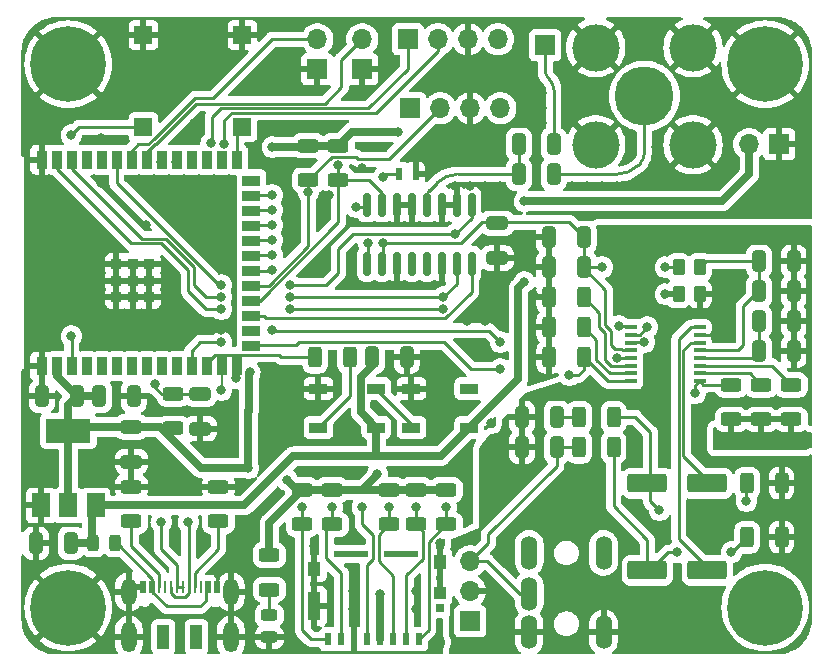
<source format=gbr>
%TF.GenerationSoftware,KiCad,Pcbnew,7.0.10-7.0.10~ubuntu22.04.1*%
%TF.CreationDate,2024-02-09T23:22:05+01:00*%
%TF.ProjectId,mp3alarm,6d703361-6c61-4726-9d2e-6b696361645f,v0.2*%
%TF.SameCoordinates,Original*%
%TF.FileFunction,Copper,L1,Top*%
%TF.FilePolarity,Positive*%
%FSLAX46Y46*%
G04 Gerber Fmt 4.6, Leading zero omitted, Abs format (unit mm)*
G04 Created by KiCad (PCBNEW 7.0.10-7.0.10~ubuntu22.04.1) date 2024-02-09 23:22:05*
%MOMM*%
%LPD*%
G01*
G04 APERTURE LIST*
G04 Aperture macros list*
%AMRoundRect*
0 Rectangle with rounded corners*
0 $1 Rounding radius*
0 $2 $3 $4 $5 $6 $7 $8 $9 X,Y pos of 4 corners*
0 Add a 4 corners polygon primitive as box body*
4,1,4,$2,$3,$4,$5,$6,$7,$8,$9,$2,$3,0*
0 Add four circle primitives for the rounded corners*
1,1,$1+$1,$2,$3*
1,1,$1+$1,$4,$5*
1,1,$1+$1,$6,$7*
1,1,$1+$1,$8,$9*
0 Add four rect primitives between the rounded corners*
20,1,$1+$1,$2,$3,$4,$5,0*
20,1,$1+$1,$4,$5,$6,$7,0*
20,1,$1+$1,$6,$7,$8,$9,0*
20,1,$1+$1,$8,$9,$2,$3,0*%
G04 Aperture macros list end*
%TA.AperFunction,SMDPad,CuDef*%
%ADD10R,1.500000X0.900000*%
%TD*%
%TA.AperFunction,SMDPad,CuDef*%
%ADD11RoundRect,0.250000X-0.325000X-0.650000X0.325000X-0.650000X0.325000X0.650000X-0.325000X0.650000X0*%
%TD*%
%TA.AperFunction,ComponentPad*%
%ADD12R,1.700000X1.700000*%
%TD*%
%TA.AperFunction,ComponentPad*%
%ADD13O,1.700000X1.700000*%
%TD*%
%TA.AperFunction,SMDPad,CuDef*%
%ADD14R,0.500000X1.000000*%
%TD*%
%TA.AperFunction,SMDPad,CuDef*%
%ADD15R,0.720000X0.780000*%
%TD*%
%TA.AperFunction,SMDPad,CuDef*%
%ADD16R,1.050000X1.080000*%
%TD*%
%TA.AperFunction,SMDPad,CuDef*%
%ADD17R,1.050000X1.200000*%
%TD*%
%TA.AperFunction,SMDPad,CuDef*%
%ADD18R,1.050000X2.390000*%
%TD*%
%TA.AperFunction,SMDPad,CuDef*%
%ADD19R,2.910000X0.550000*%
%TD*%
%TA.AperFunction,SMDPad,CuDef*%
%ADD20RoundRect,0.250000X-0.312500X-0.625000X0.312500X-0.625000X0.312500X0.625000X-0.312500X0.625000X0*%
%TD*%
%TA.AperFunction,SMDPad,CuDef*%
%ADD21RoundRect,0.250000X0.312500X0.625000X-0.312500X0.625000X-0.312500X-0.625000X0.312500X-0.625000X0*%
%TD*%
%TA.AperFunction,SMDPad,CuDef*%
%ADD22R,1.000000X2.000000*%
%TD*%
%TA.AperFunction,SMDPad,CuDef*%
%ADD23R,0.520000X1.000000*%
%TD*%
%TA.AperFunction,SMDPad,CuDef*%
%ADD24R,0.270000X1.000000*%
%TD*%
%TA.AperFunction,ComponentPad*%
%ADD25O,1.300000X2.300000*%
%TD*%
%TA.AperFunction,ComponentPad*%
%ADD26O,1.300000X2.600000*%
%TD*%
%TA.AperFunction,ComponentPad*%
%ADD27C,6.400000*%
%TD*%
%TA.AperFunction,SMDPad,CuDef*%
%ADD28RoundRect,0.250000X0.625000X-0.312500X0.625000X0.312500X-0.625000X0.312500X-0.625000X-0.312500X0*%
%TD*%
%TA.AperFunction,SMDPad,CuDef*%
%ADD29RoundRect,0.250000X0.325000X0.650000X-0.325000X0.650000X-0.325000X-0.650000X0.325000X-0.650000X0*%
%TD*%
%TA.AperFunction,SMDPad,CuDef*%
%ADD30RoundRect,0.250000X0.262500X0.450000X-0.262500X0.450000X-0.262500X-0.450000X0.262500X-0.450000X0*%
%TD*%
%TA.AperFunction,SMDPad,CuDef*%
%ADD31R,1.500000X1.500000*%
%TD*%
%TA.AperFunction,SMDPad,CuDef*%
%ADD32R,0.900000X1.500000*%
%TD*%
%TA.AperFunction,SMDPad,CuDef*%
%ADD33R,0.900000X0.900000*%
%TD*%
%TA.AperFunction,SMDPad,CuDef*%
%ADD34RoundRect,0.243750X0.456250X-0.243750X0.456250X0.243750X-0.456250X0.243750X-0.456250X-0.243750X0*%
%TD*%
%TA.AperFunction,SMDPad,CuDef*%
%ADD35R,1.500000X2.000000*%
%TD*%
%TA.AperFunction,SMDPad,CuDef*%
%ADD36R,3.800000X2.000000*%
%TD*%
%TA.AperFunction,SMDPad,CuDef*%
%ADD37RoundRect,0.250000X0.650000X-0.325000X0.650000X0.325000X-0.650000X0.325000X-0.650000X-0.325000X0*%
%TD*%
%TA.AperFunction,ComponentPad*%
%ADD38O,1.422400X2.844800*%
%TD*%
%TA.AperFunction,SMDPad,CuDef*%
%ADD39RoundRect,0.250000X1.412500X0.550000X-1.412500X0.550000X-1.412500X-0.550000X1.412500X-0.550000X0*%
%TD*%
%TA.AperFunction,SMDPad,CuDef*%
%ADD40R,1.000000X0.400000*%
%TD*%
%TA.AperFunction,SMDPad,CuDef*%
%ADD41RoundRect,0.150000X-0.150000X0.850000X-0.150000X-0.850000X0.150000X-0.850000X0.150000X0.850000X0*%
%TD*%
%TA.AperFunction,SMDPad,CuDef*%
%ADD42RoundRect,0.250000X-0.262500X-0.450000X0.262500X-0.450000X0.262500X0.450000X-0.262500X0.450000X0*%
%TD*%
%TA.AperFunction,SMDPad,CuDef*%
%ADD43RoundRect,0.250000X-0.625000X0.312500X-0.625000X-0.312500X0.625000X-0.312500X0.625000X0.312500X0*%
%TD*%
%TA.AperFunction,SMDPad,CuDef*%
%ADD44RoundRect,0.243750X-0.243750X-0.456250X0.243750X-0.456250X0.243750X0.456250X-0.243750X0.456250X0*%
%TD*%
%TA.AperFunction,ComponentPad*%
%ADD45C,5.000000*%
%TD*%
%TA.AperFunction,ComponentPad*%
%ADD46C,4.000000*%
%TD*%
%TA.AperFunction,SMDPad,CuDef*%
%ADD47R,0.600000X1.100000*%
%TD*%
%TA.AperFunction,SMDPad,CuDef*%
%ADD48RoundRect,0.250000X-0.650000X0.325000X-0.650000X-0.325000X0.650000X-0.325000X0.650000X0.325000X0*%
%TD*%
%TA.AperFunction,ViaPad*%
%ADD49C,0.800000*%
%TD*%
%TA.AperFunction,Conductor*%
%ADD50C,0.254000*%
%TD*%
%TA.AperFunction,Conductor*%
%ADD51C,0.635000*%
%TD*%
%TA.AperFunction,Conductor*%
%ADD52C,0.200000*%
%TD*%
G04 APERTURE END LIST*
D10*
%TO.P,D1,1,VDD*%
%TO.N,+5V*%
X74078000Y-88772000D03*
%TO.P,D1,2,DOUT*%
%TO.N,Net-(D1-DOUT)*%
X74078000Y-85472000D03*
%TO.P,D1,3,VSS*%
%TO.N,GND*%
X69178000Y-85472000D03*
%TO.P,D1,4,DIN*%
%TO.N,Net-(D1-DIN)*%
X69178000Y-88772000D03*
%TD*%
D11*
%TO.P,C1,1*%
%TO.N,ANT*%
X86155000Y-67310000D03*
%TO.P,C1,2*%
%TO.N,Net-(J10-In)*%
X89105000Y-67310000D03*
%TD*%
D12*
%TO.P,J3,1,Pin_1*%
%TO.N,GND*%
X69088000Y-58425000D03*
D13*
%TO.P,J3,2,Pin_2*%
%TO.N,SW1*%
X69088000Y-55885000D03*
%TD*%
D12*
%TO.P,J5,1,Pin_1*%
%TO.N,SCL*%
X76962000Y-61722000D03*
D13*
%TO.P,J5,2,Pin_2*%
%TO.N,SDA*%
X79502000Y-61722000D03*
%TO.P,J5,3,Pin_3*%
%TO.N,GND*%
X82042000Y-61722000D03*
%TO.P,J5,4,Pin_4*%
%TO.N,VCC*%
X84582000Y-61722000D03*
%TD*%
D12*
%TO.P,J6,1,Pin_1*%
%TO.N,TM_CLK*%
X76761500Y-55880000D03*
D13*
%TO.P,J6,2,Pin_2*%
%TO.N,TM_DIO*%
X79301500Y-55880000D03*
%TO.P,J6,3,Pin_3*%
%TO.N,GND*%
X81841500Y-55880000D03*
%TO.P,J6,4,Pin_4*%
%TO.N,+5V*%
X84381500Y-55880000D03*
%TD*%
D14*
%TO.P,J7,1,DAT2*%
%TO.N,SD_D2*%
X77718000Y-106689716D03*
%TO.P,J7,2,CD/DAT3*%
%TO.N,SD_D3*%
X76618000Y-106689716D03*
%TO.P,J7,3,CMD*%
%TO.N,SD_CMD*%
X75518000Y-106689716D03*
%TO.P,J7,4,VDD*%
%TO.N,VCC*%
X74418000Y-106689716D03*
%TO.P,J7,5,CLK*%
%TO.N,SD_CLK*%
X73318000Y-106689716D03*
%TO.P,J7,6,VSS*%
%TO.N,GND*%
X72218000Y-106689716D03*
%TO.P,J7,7,DAT0*%
%TO.N,SD_D0*%
X71118000Y-106689716D03*
%TO.P,J7,8,DAT1*%
%TO.N,SD_D1*%
X70018000Y-106689716D03*
D15*
%TO.P,J7,9,DET*%
%TO.N,unconnected-(J7-DET-Pad9)*%
X79478000Y-104009716D03*
D16*
%TO.P,J7,10,GND_1*%
%TO.N,GND*%
X79493000Y-102739716D03*
D17*
%TO.P,J7,11,GND_2*%
X79493000Y-100129716D03*
%TO.P,J7,12,GND_3*%
X68843000Y-100699716D03*
D18*
%TO.P,J7,13,GND_4*%
X68843000Y-103884716D03*
D19*
%TO.P,J7,14*%
%TO.N,N/C*%
X76154000Y-99454716D03*
%TO.P,J7,15*%
X71964000Y-99454716D03*
%TD*%
D12*
%TO.P,J2,1,Pin_1*%
%TO.N,GND*%
X72898000Y-58425000D03*
D13*
%TO.P,J2,2,Pin_2*%
%TO.N,SW0*%
X72898000Y-55885000D03*
%TD*%
D12*
%TO.P,J9,1,Pin_1*%
%TO.N,Net-(J9-Pin_1)*%
X88392000Y-56388000D03*
%TD*%
D20*
%TO.P,R1,1*%
%TO.N,STATUS_DATA*%
X68895500Y-82804000D03*
%TO.P,R1,2*%
%TO.N,Net-(D1-DIN)*%
X71820500Y-82804000D03*
%TD*%
D12*
%TO.P,J1,1,Pin_1*%
%TO.N,OUT_L*%
X82042000Y-105156000D03*
D13*
%TO.P,J1,2,Pin_2*%
%TO.N,GNDA*%
X82042000Y-102616000D03*
%TO.P,J1,3,Pin_3*%
%TO.N,OUT_R*%
X82042000Y-100076000D03*
%TD*%
D12*
%TO.P,J8,1,Pin_1*%
%TO.N,GND*%
X108204000Y-64770000D03*
D13*
%TO.P,J8,2,Pin_2*%
%TO.N,+5V*%
X105664000Y-64770000D03*
%TD*%
D21*
%TO.P,R10,1*%
%TO.N,GNDA*%
X108396500Y-93472000D03*
%TO.P,R10,2*%
%TO.N,Net-(C15-Pad2)*%
X105471500Y-93472000D03*
%TD*%
D22*
%TO.P,J11,*%
%TO.N,*%
X56052000Y-106478000D03*
X58852000Y-106478000D03*
D23*
%TO.P,J11,A1,GND*%
%TO.N,GND*%
X54352000Y-102278000D03*
%TO.P,J11,A4,VBUS*%
%TO.N,Net-(D3-A)*%
X55102000Y-102278000D03*
D24*
%TO.P,J11,A5,CC1*%
%TO.N,Net-(J11-CC1)*%
X55702000Y-102278000D03*
%TO.P,J11,A6,D+*%
%TO.N,USB_D+*%
X57202000Y-102278000D03*
%TO.P,J11,A7,D-*%
%TO.N,USB_D-*%
X58202000Y-102278000D03*
%TO.P,J11,A8,SBU1*%
%TO.N,unconnected-(J11-SBU1-PadA8)*%
X59202000Y-102278000D03*
D23*
%TO.P,J11,A9,VBUS*%
%TO.N,Net-(D3-A)*%
X59802000Y-102278000D03*
%TO.P,J11,A12,GND*%
%TO.N,GND*%
X60552000Y-102278000D03*
%TO.P,J11,B1,GND*%
X60552000Y-102278000D03*
%TO.P,J11,B4,VBUS*%
%TO.N,Net-(D3-A)*%
X59802000Y-102278000D03*
D24*
%TO.P,J11,B5,CC2*%
%TO.N,Net-(J11-CC2)*%
X58702000Y-102278000D03*
%TO.P,J11,B6,D+*%
%TO.N,USB_D+*%
X57702000Y-102278000D03*
%TO.P,J11,B7,D-*%
%TO.N,USB_D-*%
X56702000Y-102278000D03*
%TO.P,J11,B8,SBU2*%
%TO.N,unconnected-(J11-SBU2-PadB8)*%
X56202000Y-102278000D03*
D23*
%TO.P,J11,B9,VBUS*%
%TO.N,Net-(D3-A)*%
X55102000Y-102278000D03*
%TO.P,J11,B12,GND*%
%TO.N,GND*%
X54352000Y-102278000D03*
D25*
%TO.P,J11,S1,SHIELD*%
X53132000Y-102653000D03*
D26*
X53132000Y-106478000D03*
D25*
X61772000Y-102653000D03*
D26*
X61772000Y-106478000D03*
%TD*%
D27*
%TO.P,H2,1,1*%
%TO.N,GND*%
X48000000Y-104000000D03*
%TD*%
D28*
%TO.P,R13,1*%
%TO.N,SD_D1*%
X67818000Y-96966500D03*
%TO.P,R13,2*%
%TO.N,VCC*%
X67818000Y-94041500D03*
%TD*%
%TO.P,R11,1*%
%TO.N,SD_CMD*%
X75184000Y-96966500D03*
%TO.P,R11,2*%
%TO.N,VCC*%
X75184000Y-94041500D03*
%TD*%
D27*
%TO.P,H4,1,1*%
%TO.N,GND*%
X107000000Y-58000000D03*
%TD*%
D29*
%TO.P,C13,1*%
%TO.N,VCC*%
X91645000Y-75184000D03*
%TO.P,C13,2*%
%TO.N,GND*%
X88695000Y-75184000D03*
%TD*%
D30*
%TO.P,FB2,1*%
%TO.N,Net-(U2-VDDA)*%
X101496500Y-75184000D03*
%TO.P,FB2,2*%
%TO.N,VCC*%
X99671500Y-75184000D03*
%TD*%
D31*
%TO.P,SW2,1,1*%
%TO.N,BOOT*%
X62738000Y-63336000D03*
%TO.P,SW2,2,2*%
%TO.N,GND*%
X62738000Y-55536000D03*
%TD*%
D11*
%TO.P,C12,1*%
%TO.N,Net-(U2-VDDA)*%
X106475000Y-77216000D03*
%TO.P,C12,2*%
%TO.N,GNDA*%
X109425000Y-77216000D03*
%TD*%
D32*
%TO.P,U3,1,GND*%
%TO.N,GND*%
X45750000Y-83580000D03*
%TO.P,U3,2,3V3*%
%TO.N,VCC*%
X47020000Y-83580000D03*
%TO.P,U3,3,EN*%
%TO.N,Net-(U3-EN)*%
X48290000Y-83580000D03*
%TO.P,U3,4,GPIO4/TOUCH4/ADC1_CH3*%
%TO.N,unconnected-(U3-GPIO4{slash}TOUCH4{slash}ADC1_CH3-Pad4)*%
X49560000Y-83580000D03*
%TO.P,U3,5,GPIO5/TOUCH5/ADC1_CH4*%
%TO.N,unconnected-(U3-GPIO5{slash}TOUCH5{slash}ADC1_CH4-Pad5)*%
X50830000Y-83580000D03*
%TO.P,U3,6,GPIO6/TOUCH6/ADC1_CH5*%
%TO.N,unconnected-(U3-GPIO6{slash}TOUCH6{slash}ADC1_CH5-Pad6)*%
X52100000Y-83580000D03*
%TO.P,U3,7,GPIO7/TOUCH7/ADC1_CH6*%
%TO.N,unconnected-(U3-GPIO7{slash}TOUCH7{slash}ADC1_CH6-Pad7)*%
X53370000Y-83580000D03*
%TO.P,U3,8,GPIO15/U0RTS/ADC2_CH4/XTAL_32K_P*%
%TO.N,unconnected-(U3-GPIO15{slash}U0RTS{slash}ADC2_CH4{slash}XTAL_32K_P-Pad8)*%
X54640000Y-83580000D03*
%TO.P,U3,9,GPIO16/U0CTS/ADC2_CH5/XTAL_32K_N*%
%TO.N,unconnected-(U3-GPIO16{slash}U0CTS{slash}ADC2_CH5{slash}XTAL_32K_N-Pad9)*%
X55910000Y-83580000D03*
%TO.P,U3,10,GPIO17/U1TXD/ADC2_CH6*%
%TO.N,unconnected-(U3-GPIO17{slash}U1TXD{slash}ADC2_CH6-Pad10)*%
X57180000Y-83580000D03*
%TO.P,U3,11,GPIO18/U1RXD/ADC2_CH7/CLK_OUT3*%
%TO.N,I2S_MUTE*%
X58450000Y-83580000D03*
%TO.P,U3,12,GPIO8/TOUCH8/ADC1_CH7/SUBSPICS1*%
%TO.N,STATUS_DATA*%
X59720000Y-83580000D03*
%TO.P,U3,13,GPIO19/U1RTS/ADC2_CH8/CLK_OUT2/USB_D-*%
%TO.N,USB_D-*%
X60990000Y-83580000D03*
%TO.P,U3,14,GPIO20/U1CTS/ADC2_CH9/CLK_OUT1/USB_D+*%
%TO.N,USB_D+*%
X62260000Y-83580000D03*
D10*
%TO.P,U3,15,GPIO3/TOUCH3/ADC1_CH2*%
%TO.N,I2S_DEEM*%
X63510000Y-81815000D03*
%TO.P,U3,16,GPIO46*%
%TO.N,unconnected-(U3-GPIO46-Pad16)*%
X63510000Y-80545000D03*
%TO.P,U3,17,GPIO9/TOUCH9/ADC1_CH8/FSPIHD/SUBSPIHD*%
%TO.N,I2S_RADIO_DOUT*%
X63510000Y-79275000D03*
%TO.P,U3,18,GPIO10/TOUCH10/ADC1_CH9/FSPICS0/FSPIIO4/SUBSPICS0*%
%TO.N,SCL*%
X63510000Y-78005000D03*
%TO.P,U3,19,GPIO11/TOUCH11/ADC2_CH0/FSPID/FSPIIO5/SUBSPID*%
%TO.N,SDA*%
X63510000Y-76735000D03*
%TO.P,U3,20,GPIO12/TOUCH12/ADC2_CH1/FSPICLK/FSPIIO6/SUBSPICLK*%
%TO.N,SD_D1*%
X63510000Y-75465000D03*
%TO.P,U3,21,GPIO13/TOUCH13/ADC2_CH2/FSPIQ/FSPIIO7/SUBSPIQ*%
%TO.N,SD_D0*%
X63510000Y-74195000D03*
%TO.P,U3,22,GPIO14/TOUCH14/ADC2_CH3/FSPIWP/FSPIDQS/SUBSPIWP*%
%TO.N,SD_CLK*%
X63510000Y-72925000D03*
%TO.P,U3,23,GPIO21*%
%TO.N,SD_CMD*%
X63510000Y-71655000D03*
%TO.P,U3,24,GPIO47/SPICLK_P/SUBSPICLK_P_DIFF*%
%TO.N,SD_D3*%
X63510000Y-70385000D03*
%TO.P,U3,25,GPIO48/SPICLK_N/SUBSPICLK_N_DIFF*%
%TO.N,SD_D2*%
X63510000Y-69115000D03*
%TO.P,U3,26,GPIO45*%
%TO.N,unconnected-(U3-GPIO45-Pad26)*%
X63510000Y-67845000D03*
D32*
%TO.P,U3,27,GPIO0/BOOT*%
%TO.N,BOOT*%
X62260000Y-66080000D03*
%TO.P,U3,28,SPIIO6/GPIO35/FSPID/SUBSPID*%
%TO.N,unconnected-(U3-SPIIO6{slash}GPIO35{slash}FSPID{slash}SUBSPID-Pad28)*%
X60990000Y-66080000D03*
%TO.P,U3,29,SPIIO7/GPIO36/FSPICLK/SUBSPICLK*%
%TO.N,unconnected-(U3-SPIIO7{slash}GPIO36{slash}FSPICLK{slash}SUBSPICLK-Pad29)*%
X59720000Y-66080000D03*
%TO.P,U3,30,SPIDQS/GPIO37/FSPIQ/SUBSPIQ*%
%TO.N,unconnected-(U3-SPIDQS{slash}GPIO37{slash}FSPIQ{slash}SUBSPIQ-Pad30)*%
X58450000Y-66080000D03*
%TO.P,U3,31,GPIO38/FSPIWP/SUBSPIWP*%
%TO.N,TM_DIO*%
X57180000Y-66080000D03*
%TO.P,U3,32,MTCK/GPIO39/CLK_OUT3/SUBSPICS1*%
%TO.N,TM_CLK*%
X55910000Y-66080000D03*
%TO.P,U3,33,MTDO/GPIO40/CLK_OUT2*%
%TO.N,SW0*%
X54640000Y-66080000D03*
%TO.P,U3,34,MTDI/GPIO41/CLK_OUT1*%
%TO.N,SW1*%
X53370000Y-66080000D03*
%TO.P,U3,35,MTMS/GPIO42*%
%TO.N,I2S_LRC*%
X52100000Y-66080000D03*
%TO.P,U3,36,U0RXD/GPIO44/CLK_OUT2*%
%TO.N,UART_RX*%
X50830000Y-66080000D03*
%TO.P,U3,37,U0TXD/GPIO43/CLK_OUT1*%
%TO.N,UART_TX*%
X49560000Y-66080000D03*
%TO.P,U3,38,GPIO2/TOUCH2/ADC1_CH1*%
%TO.N,I2S_BCLK*%
X48290000Y-66080000D03*
%TO.P,U3,39,GPIO1/TOUCH1/ADC1_CH0*%
%TO.N,I2S_DIN*%
X47020000Y-66080000D03*
%TO.P,U3,40,GND*%
%TO.N,GND*%
X45750000Y-66080000D03*
D33*
%TO.P,U3,41,GND*%
X52070000Y-77730000D03*
X53470000Y-77730000D03*
X54870000Y-77730000D03*
X54870000Y-77730000D03*
X52070000Y-76330000D03*
X52070000Y-76330000D03*
X53470000Y-76330000D03*
X54870000Y-76330000D03*
X52070000Y-74930000D03*
X53470000Y-74930000D03*
X54870000Y-74930000D03*
%TD*%
D29*
%TO.P,C21,1*%
%TO.N,Net-(J9-Pin_1)*%
X89105000Y-64770000D03*
%TO.P,C21,2*%
%TO.N,ANT*%
X86155000Y-64770000D03*
%TD*%
D20*
%TO.P,R16,1*%
%TO.N,Net-(C16-Pad2)*%
X105471500Y-98044000D03*
%TO.P,R16,2*%
%TO.N,GNDA*%
X108396500Y-98044000D03*
%TD*%
D28*
%TO.P,R8,1*%
%TO.N,VCC*%
X56896000Y-88838500D03*
%TO.P,R8,2*%
%TO.N,Net-(U3-EN)*%
X56896000Y-85913500D03*
%TD*%
D11*
%TO.P,C4,1*%
%TO.N,GND*%
X45261000Y-98552000D03*
%TO.P,C4,2*%
%TO.N,+5V*%
X48211000Y-98552000D03*
%TD*%
D20*
%TO.P,R21,1*%
%TO.N,GND*%
X88707500Y-82804000D03*
%TO.P,R21,2*%
%TO.N,I2S_MUTE*%
X91632500Y-82804000D03*
%TD*%
D34*
%TO.P,D4,1,K*%
%TO.N,GND*%
X65024000Y-106523000D03*
%TO.P,D4,2,A*%
%TO.N,Net-(D4-A)*%
X65024000Y-104648000D03*
%TD*%
D29*
%TO.P,C20,1*%
%TO.N,GNDA*%
X109425000Y-79756000D03*
%TO.P,C20,2*%
%TO.N,Net-(U2-Vref(DAC))*%
X106475000Y-79756000D03*
%TD*%
D20*
%TO.P,R23,1*%
%TO.N,GND*%
X88707500Y-77724000D03*
%TO.P,R23,2*%
%TO.N,Net-(U2-SYSCLK{slash}PLL1)*%
X91632500Y-77724000D03*
%TD*%
D28*
%TO.P,R24,1*%
%TO.N,GND*%
X106680000Y-88076500D03*
%TO.P,R24,2*%
%TO.N,Net-(U2-PLL0)*%
X106680000Y-85151500D03*
%TD*%
D35*
%TO.P,U4,1,GND*%
%TO.N,GND*%
X45706000Y-95352000D03*
%TO.P,U4,2,VO*%
%TO.N,VCC*%
X48006000Y-95352000D03*
D36*
X48006000Y-89052000D03*
D35*
%TO.P,U4,3,VI*%
%TO.N,+5V*%
X50306000Y-95352000D03*
%TD*%
D28*
%TO.P,R12,1*%
%TO.N,SD_D0*%
X70358000Y-96966500D03*
%TO.P,R12,2*%
%TO.N,VCC*%
X70358000Y-94041500D03*
%TD*%
%TO.P,R20,1*%
%TO.N,GND*%
X109220000Y-88076500D03*
%TO.P,R20,2*%
%TO.N,Net-(U2-SFOR0)*%
X109220000Y-85151500D03*
%TD*%
%TO.P,R2,1*%
%TO.N,SCL*%
X70866000Y-67818000D03*
%TO.P,R2,2*%
%TO.N,VCC*%
X70866000Y-64893000D03*
%TD*%
D20*
%TO.P,R19,1*%
%TO.N,GND*%
X88707500Y-80264000D03*
%TO.P,R19,2*%
%TO.N,Net-(U2-SFOR1)*%
X91632500Y-80264000D03*
%TD*%
D28*
%TO.P,R15,1*%
%TO.N,SD_D3*%
X77470000Y-96966500D03*
%TO.P,R15,2*%
%TO.N,VCC*%
X77470000Y-94041500D03*
%TD*%
D21*
%TO.P,R17,1*%
%TO.N,Net-(C15-Pad2)*%
X94172500Y-87884000D03*
%TO.P,R17,2*%
%TO.N,OUT_L*%
X91247500Y-87884000D03*
%TD*%
D37*
%TO.P,C7,1*%
%TO.N,GND*%
X59182000Y-88851000D03*
%TO.P,C7,2*%
%TO.N,Net-(U3-EN)*%
X59182000Y-85901000D03*
%TD*%
D38*
%TO.P,J4,R*%
%TO.N,OUT_R*%
X87020000Y-102879945D03*
%TO.P,J4,S*%
%TO.N,GNDA*%
X87020000Y-106079945D03*
X93320000Y-106079945D03*
%TO.P,J4,T*%
%TO.N,OUT_L*%
X87020000Y-99379945D03*
X93320000Y-99379945D03*
%TD*%
D39*
%TO.P,C15,1*%
%TO.N,Net-(U2-VOUTL)*%
X102105500Y-93472000D03*
%TO.P,C15,2*%
%TO.N,Net-(C15-Pad2)*%
X97030500Y-93472000D03*
%TD*%
D11*
%TO.P,C10,1*%
%TO.N,GND*%
X45769000Y-86106000D03*
%TO.P,C10,2*%
%TO.N,VCC*%
X48719000Y-86106000D03*
%TD*%
D31*
%TO.P,SW1,1,1*%
%TO.N,Net-(U3-EN)*%
X54356000Y-63336000D03*
%TO.P,SW1,2,2*%
%TO.N,GND*%
X54356000Y-55536000D03*
%TD*%
D40*
%TO.P,U2,1,BCK*%
%TO.N,I2S_BCLK*%
X95652000Y-80275000D03*
%TO.P,U2,2,WS*%
%TO.N,I2S_LRC*%
X95652000Y-80925000D03*
%TO.P,U2,3,DATAI*%
%TO.N,I2S_DIN*%
X95652000Y-81575000D03*
%TO.P,U2,4,VDDD*%
%TO.N,VCC*%
X95652000Y-82225000D03*
%TO.P,U2,5,VSSD*%
%TO.N,GND*%
X95652000Y-82875000D03*
%TO.P,U2,6,SYSCLK/PLL1*%
%TO.N,Net-(U2-SYSCLK{slash}PLL1)*%
X95652000Y-83525000D03*
%TO.P,U2,7,SFOR1*%
%TO.N,Net-(U2-SFOR1)*%
X95652000Y-84175000D03*
%TO.P,U2,8,MUTE*%
%TO.N,I2S_MUTE*%
X95652000Y-84825000D03*
%TO.P,U2,9,DEEM/CLKOUT*%
%TO.N,I2S_DEEM*%
X101452000Y-84825000D03*
%TO.P,U2,10,PLL0*%
%TO.N,Net-(U2-PLL0)*%
X101452000Y-84175000D03*
%TO.P,U2,11,SFOR0*%
%TO.N,Net-(U2-SFOR0)*%
X101452000Y-83525000D03*
%TO.P,U2,12,Vref(DAC)*%
%TO.N,Net-(U2-Vref(DAC))*%
X101452000Y-82875000D03*
%TO.P,U2,13,VDDA*%
%TO.N,Net-(U2-VDDA)*%
X101452000Y-82225000D03*
%TO.P,U2,14,VOUTL*%
%TO.N,Net-(U2-VOUTL)*%
X101452000Y-81575000D03*
%TO.P,U2,15,VSSA*%
%TO.N,GNDA*%
X101452000Y-80925000D03*
%TO.P,U2,16,VOUTR*%
%TO.N,Net-(U2-VOUTR)*%
X101452000Y-80275000D03*
%TD*%
D11*
%TO.P,C11,1*%
%TO.N,Net-(U2-VDDA)*%
X106475000Y-74676000D03*
%TO.P,C11,2*%
%TO.N,GNDA*%
X109425000Y-74676000D03*
%TD*%
D41*
%TO.P,IC1,1,GPIO1*%
%TO.N,I2S_LRC*%
X82169000Y-69890000D03*
%TO.P,IC1,2,GND*%
%TO.N,GND*%
X80899000Y-69890000D03*
%TO.P,IC1,3,RF_GND*%
X79629000Y-69890000D03*
%TO.P,IC1,4,FMIN*%
%TO.N,ANT*%
X78359000Y-69890000D03*
%TO.P,IC1,5,GND*%
%TO.N,GND*%
X77089000Y-69890000D03*
%TO.P,IC1,6,GND*%
X75819000Y-69890000D03*
%TO.P,IC1,7,SCL*%
%TO.N,SCL*%
X74549000Y-69890000D03*
%TO.P,IC1,8,SDA*%
%TO.N,SDA*%
X73279000Y-69890000D03*
%TO.P,IC1,9,RCLK*%
%TO.N,Net-(IC1-RCLK)*%
X73279000Y-74890000D03*
%TO.P,IC1,10,VDD*%
%TO.N,VCC*%
X74549000Y-74890000D03*
%TO.P,IC1,11,GND*%
%TO.N,GND*%
X75819000Y-74890000D03*
%TO.P,IC1,12,ROUT*%
%TO.N,unconnected-(IC1-ROUT-Pad12)*%
X77089000Y-74890000D03*
%TO.P,IC1,13,LOUT*%
%TO.N,unconnected-(IC1-LOUT-Pad13)*%
X78359000Y-74890000D03*
%TO.P,IC1,14,GND*%
%TO.N,GND*%
X79629000Y-74890000D03*
%TO.P,IC1,15,GPIO3*%
%TO.N,I2S_BCLK*%
X80899000Y-74890000D03*
%TO.P,IC1,16,GPIO2*%
%TO.N,I2S_RADIO_DOUT*%
X82169000Y-74890000D03*
%TD*%
D29*
%TO.P,C3,1*%
%TO.N,GND*%
X76659000Y-82804000D03*
%TO.P,C3,2*%
%TO.N,+5V*%
X73709000Y-82804000D03*
%TD*%
D42*
%TO.P,FB1,1*%
%TO.N,GND*%
X99671500Y-77470000D03*
%TO.P,FB1,2*%
%TO.N,GNDA*%
X101496500Y-77470000D03*
%TD*%
D28*
%TO.P,R22,1*%
%TO.N,GND*%
X104140000Y-88076500D03*
%TO.P,R22,2*%
%TO.N,I2S_DEEM*%
X104140000Y-85151500D03*
%TD*%
D43*
%TO.P,R7,1*%
%TO.N,GND*%
X60706000Y-93787500D03*
%TO.P,R7,2*%
%TO.N,Net-(J11-CC2)*%
X60706000Y-96712500D03*
%TD*%
D29*
%TO.P,C19,1*%
%TO.N,GNDA*%
X109425000Y-82296000D03*
%TO.P,C19,2*%
%TO.N,Net-(U2-Vref(DAC))*%
X106475000Y-82296000D03*
%TD*%
D28*
%TO.P,R3,1*%
%TO.N,SDA*%
X68326000Y-67818000D03*
%TO.P,R3,2*%
%TO.N,VCC*%
X68326000Y-64893000D03*
%TD*%
D44*
%TO.P,D3,1,K*%
%TO.N,+5V*%
X50116500Y-98552000D03*
%TO.P,D3,2,A*%
%TO.N,Net-(D3-A)*%
X51991500Y-98552000D03*
%TD*%
D11*
%TO.P,C18,1*%
%TO.N,GNDA*%
X86409000Y-90424000D03*
%TO.P,C18,2*%
%TO.N,OUT_R*%
X89359000Y-90424000D03*
%TD*%
D39*
%TO.P,C16,1*%
%TO.N,Net-(U2-VOUTR)*%
X102105500Y-100838000D03*
%TO.P,C16,2*%
%TO.N,Net-(C16-Pad2)*%
X97030500Y-100838000D03*
%TD*%
D10*
%TO.P,D2,1,VDD*%
%TO.N,+5V*%
X81952000Y-88772000D03*
%TO.P,D2,2,DOUT*%
%TO.N,unconnected-(D2-DOUT-Pad2)*%
X81952000Y-85472000D03*
%TO.P,D2,3,VSS*%
%TO.N,GND*%
X77052000Y-85472000D03*
%TO.P,D2,4,DIN*%
%TO.N,Net-(D1-DOUT)*%
X77052000Y-88772000D03*
%TD*%
D37*
%TO.P,C5,1*%
%TO.N,GND*%
X53340000Y-91645000D03*
%TO.P,C5,2*%
%TO.N,VCC*%
X53340000Y-88695000D03*
%TD*%
D43*
%TO.P,R6,1*%
%TO.N,GND*%
X53340000Y-93787500D03*
%TO.P,R6,2*%
%TO.N,Net-(J11-CC1)*%
X53340000Y-96712500D03*
%TD*%
D29*
%TO.P,C6,1*%
%TO.N,GND*%
X53545000Y-86106000D03*
%TO.P,C6,2*%
%TO.N,VCC*%
X50595000Y-86106000D03*
%TD*%
D28*
%TO.P,R14,1*%
%TO.N,SD_D2*%
X80010000Y-96966500D03*
%TO.P,R14,2*%
%TO.N,VCC*%
X80010000Y-94041500D03*
%TD*%
D29*
%TO.P,C17,1*%
%TO.N,OUT_L*%
X89359000Y-87884000D03*
%TO.P,C17,2*%
%TO.N,GNDA*%
X86409000Y-87884000D03*
%TD*%
D27*
%TO.P,H3,1,1*%
%TO.N,GND*%
X107000000Y-104000000D03*
%TD*%
D45*
%TO.P,J10,1,In*%
%TO.N,Net-(J10-In)*%
X96774000Y-60706000D03*
D46*
%TO.P,J10,2,Ext*%
%TO.N,GND*%
X92659000Y-56591000D03*
X92659000Y-64821000D03*
X100889000Y-56591000D03*
X100889000Y-64821000D03*
%TD*%
D27*
%TO.P,H1,1,1*%
%TO.N,GND*%
X48000000Y-58000000D03*
%TD*%
D29*
%TO.P,C14,1*%
%TO.N,VCC*%
X91645000Y-72644000D03*
%TO.P,C14,2*%
%TO.N,GND*%
X88695000Y-72644000D03*
%TD*%
D47*
%TO.P,Y1,1,1*%
%TO.N,Net-(IC1-RCLK)*%
X76008000Y-67310000D03*
%TO.P,Y1,2,2*%
%TO.N,GND*%
X77408000Y-67310000D03*
%TD*%
D28*
%TO.P,R9,1*%
%TO.N,Net-(D4-A)*%
X65024000Y-102476000D03*
%TO.P,R9,2*%
%TO.N,VCC*%
X65024000Y-99551000D03*
%TD*%
D48*
%TO.P,C2,1*%
%TO.N,VCC*%
X84328000Y-71472000D03*
%TO.P,C2,2*%
%TO.N,GND*%
X84328000Y-74422000D03*
%TD*%
D21*
%TO.P,R18,1*%
%TO.N,Net-(C16-Pad2)*%
X94172500Y-90424000D03*
%TO.P,R18,2*%
%TO.N,OUT_R*%
X91247500Y-90424000D03*
%TD*%
D49*
%TO.N,GND*%
X50292000Y-92202000D03*
X94461762Y-82871459D03*
X84074000Y-66294000D03*
X50800000Y-68072000D03*
X104140000Y-89916000D03*
X58674000Y-62992000D03*
X81788000Y-79756000D03*
X85598000Y-75692000D03*
X71628000Y-92456000D03*
X90678000Y-68326000D03*
X61468000Y-87122000D03*
X80264000Y-66294000D03*
X78994000Y-66802000D03*
X94488000Y-68326000D03*
X57150000Y-98552000D03*
X80772000Y-68326000D03*
X68326000Y-63246000D03*
X61468000Y-88900000D03*
X82550000Y-82042000D03*
X56896000Y-80518000D03*
X90170000Y-60452000D03*
X72136000Y-98298000D03*
X66802000Y-106934000D03*
X77724000Y-76708000D03*
X78740000Y-83566000D03*
X91948000Y-68326000D03*
X60706000Y-101092000D03*
X88138000Y-62992000D03*
X90170000Y-61722000D03*
X77470000Y-104140000D03*
X72136000Y-104140000D03*
X76200000Y-92456000D03*
X68834000Y-98806000D03*
X82042000Y-68326000D03*
X88138000Y-60452000D03*
X97790000Y-65024000D03*
X90170000Y-59182000D03*
X60960000Y-80518000D03*
X70104000Y-69088000D03*
X81534000Y-66294000D03*
X65786000Y-66294000D03*
X53594000Y-86106000D03*
X78740000Y-92456000D03*
X93218000Y-68326000D03*
X77470000Y-102616000D03*
X87376000Y-82804000D03*
X95758000Y-68326000D03*
X82804000Y-66294000D03*
X83312000Y-68326000D03*
X59436000Y-98552000D03*
X83820000Y-88392000D03*
X54610000Y-71628000D03*
X96774000Y-67564000D03*
X74168000Y-87122000D03*
X106680000Y-89916000D03*
X71628000Y-87884000D03*
X83312000Y-79756000D03*
X50800000Y-64262000D03*
X98552000Y-77470000D03*
X72898000Y-66802000D03*
X81280000Y-92456000D03*
X72136000Y-102616000D03*
X79502000Y-98552000D03*
X84582000Y-68326000D03*
X73914000Y-65024000D03*
X54610000Y-98552000D03*
X79502000Y-106934000D03*
X88138000Y-61722000D03*
X90170000Y-62992000D03*
X97536000Y-66548000D03*
X45720000Y-92202000D03*
X69088000Y-92456000D03*
X109220000Y-89916000D03*
X61468000Y-90678000D03*
X89662000Y-58166000D03*
X87376000Y-77470000D03*
%TO.N,VCC*%
X93218000Y-75184000D03*
X65278000Y-65024000D03*
X74676000Y-73170500D03*
X66548000Y-93218000D03*
X98552000Y-75184000D03*
X63246000Y-92202000D03*
X63363502Y-84074000D03*
X74168000Y-92710000D03*
X91645000Y-72644000D03*
X75946000Y-63754000D03*
X74422000Y-102870000D03*
%TO.N,SDA*%
X68326000Y-68834000D03*
X72390000Y-70104000D03*
%TO.N,SCL*%
X70866000Y-66548000D03*
%TO.N,TM_CLK*%
X55880000Y-66294000D03*
X60101349Y-64673349D03*
%TO.N,TM_DIO*%
X57150000Y-66294000D03*
X61214000Y-64770000D03*
%TO.N,+5V*%
X86614000Y-76454000D03*
X86614000Y-69596000D03*
%TO.N,SD_CLK*%
X72898000Y-95504000D03*
X65278000Y-72898000D03*
%TO.N,SD_CMD*%
X75184000Y-95504000D03*
X65278000Y-71628000D03*
%TO.N,Net-(U3-EN)*%
X48260000Y-64008000D03*
X55372000Y-85090000D03*
X48260000Y-81026000D03*
%TO.N,I2S_LRC*%
X66802000Y-76708000D03*
X80772000Y-72390000D03*
X97028000Y-80264000D03*
X60960000Y-76708000D03*
%TO.N,I2S_DIN*%
X66802000Y-78740000D03*
X79756000Y-78740000D03*
X96774000Y-81534000D03*
X60960000Y-78740000D03*
%TO.N,I2S_BCLK*%
X66802000Y-77724000D03*
X60960000Y-77724000D03*
X79756000Y-77724000D03*
X94653460Y-80167076D03*
%TO.N,I2S_MUTE*%
X90424000Y-84328000D03*
X60960000Y-81534000D03*
X65278000Y-80518000D03*
X84582000Y-81534000D03*
%TO.N,Net-(IC1-RCLK)*%
X74676000Y-67564000D03*
X73406000Y-73152000D03*
%TO.N,GNDA*%
X86360000Y-92710000D03*
X96012000Y-95758000D03*
X85090000Y-93980000D03*
X91186000Y-95758000D03*
X82042000Y-107188000D03*
X96012000Y-90678000D03*
X86868000Y-96774000D03*
X88138000Y-95250000D03*
X89662000Y-93726000D03*
X91186000Y-92710000D03*
X83820000Y-95250000D03*
X91186000Y-94234000D03*
X91186000Y-97282000D03*
%TO.N,SD_D2*%
X80010000Y-95504000D03*
X65278000Y-69088000D03*
%TO.N,SD_D3*%
X77470000Y-95504000D03*
X65278000Y-70358000D03*
%TO.N,SD_D0*%
X65278000Y-74168000D03*
X70358000Y-95504000D03*
%TO.N,SD_D1*%
X65278000Y-75438000D03*
X67818000Y-95504000D03*
%TO.N,USB_D-*%
X58166000Y-96774000D03*
X60960000Y-85598000D03*
%TO.N,USB_D+*%
X62230000Y-84582000D03*
X55880000Y-96774000D03*
%TO.N,Net-(C15-Pad2)*%
X98044000Y-95758000D03*
X105410000Y-94996000D03*
%TO.N,Net-(C16-Pad2)*%
X104140000Y-99314000D03*
X99568000Y-99314000D03*
%TO.N,OUT_L*%
X91186000Y-87884000D03*
%TO.N,I2S_DEEM*%
X84582000Y-83820000D03*
X101092000Y-85852000D03*
%TD*%
D50*
%TO.N,GND*%
X53545000Y-86106000D02*
X53594000Y-86106000D01*
X99671500Y-77470000D02*
X98552000Y-77470000D01*
X60552000Y-102278000D02*
X60552000Y-101246000D01*
X60552000Y-101246000D02*
X60706000Y-101092000D01*
X94465303Y-82875000D02*
X95652000Y-82875000D01*
X94461762Y-82871459D02*
X94465303Y-82875000D01*
%TO.N,SW0*%
X55451816Y-64721000D02*
X55372000Y-64721000D01*
X58831816Y-61341000D02*
X55451816Y-64721000D01*
X54640000Y-65453000D02*
X54640000Y-66080000D01*
X55372000Y-64721000D02*
X54640000Y-65453000D01*
X71120000Y-59944000D02*
X69723000Y-61341000D01*
X72898000Y-55885000D02*
X71125000Y-57658000D01*
X69723000Y-61341000D02*
X58831816Y-61341000D01*
X71120000Y-57658000D02*
X71120000Y-59944000D01*
X71125000Y-57658000D02*
X71120000Y-57658000D01*
%TO.N,SW1*%
X55294000Y-64340000D02*
X55214184Y-64340000D01*
X55214184Y-64340000D02*
X54784184Y-64770000D01*
X60286000Y-60872000D02*
X58762000Y-60872000D01*
X54784184Y-64770000D02*
X53926000Y-64770000D01*
X53370000Y-65326000D02*
X53370000Y-66080000D01*
X65273000Y-55885000D02*
X60286000Y-60872000D01*
X69088000Y-55885000D02*
X65273000Y-55885000D01*
X58762000Y-60872000D02*
X55294000Y-64340000D01*
X53926000Y-64770000D02*
X53370000Y-65326000D01*
D51*
%TO.N,VCC*%
X67818000Y-94041500D02*
X70358000Y-94041500D01*
D50*
X91645000Y-72644000D02*
X90364000Y-71363000D01*
D51*
X63281500Y-87340500D02*
X63281500Y-84156002D01*
D50*
X93980000Y-80561580D02*
X93980000Y-81788000D01*
D51*
X63246000Y-92202000D02*
X63246000Y-87376000D01*
X63281500Y-84156002D02*
X63363502Y-84074000D01*
X48363000Y-88695000D02*
X48006000Y-89052000D01*
D50*
X83069000Y-71363000D02*
X81261500Y-73170500D01*
D51*
X47020000Y-84407000D02*
X47020000Y-83580000D01*
D50*
X81261500Y-73170500D02*
X74676000Y-73170500D01*
X94945936Y-82225000D02*
X95652000Y-82225000D01*
D51*
X48719000Y-86106000D02*
X47020000Y-84407000D01*
D50*
X93472000Y-77113500D02*
X93472000Y-80053580D01*
D51*
X74168000Y-92710000D02*
X74168000Y-92771500D01*
D50*
X94811895Y-82090959D02*
X94945936Y-82225000D01*
D51*
X48006000Y-89052000D02*
X48006000Y-86819000D01*
X72898000Y-94041500D02*
X75184000Y-94041500D01*
X67818000Y-94041500D02*
X67371500Y-94041500D01*
D50*
X91645000Y-75184000D02*
X91645000Y-75286500D01*
X74676000Y-73170500D02*
X74676000Y-74763000D01*
D51*
X74418000Y-102874000D02*
X74422000Y-102870000D01*
X65278000Y-65024000D02*
X68195000Y-65024000D01*
X74168000Y-92771500D02*
X72898000Y-94041500D01*
X48006000Y-86819000D02*
X48719000Y-86106000D01*
X59243500Y-92202000D02*
X63246000Y-92202000D01*
X77470000Y-94041500D02*
X80010000Y-94041500D01*
X53340000Y-88695000D02*
X55736500Y-88695000D01*
D50*
X93472000Y-80053580D02*
X93980000Y-80561580D01*
D51*
X70358000Y-94041500D02*
X72898000Y-94041500D01*
D50*
X74676000Y-74763000D02*
X74549000Y-74890000D01*
D51*
X65024000Y-96835500D02*
X67818000Y-94041500D01*
X48719000Y-86106000D02*
X50595000Y-86106000D01*
X72005000Y-63754000D02*
X75946000Y-63754000D01*
X68195000Y-65024000D02*
X68326000Y-64893000D01*
X53340000Y-88695000D02*
X48363000Y-88695000D01*
X48006000Y-95352000D02*
X48006000Y-89052000D01*
D50*
X91645000Y-75286500D02*
X93472000Y-77113500D01*
X93980000Y-81788000D02*
X94282959Y-82090959D01*
D51*
X70866000Y-64893000D02*
X72005000Y-63754000D01*
D50*
X98552000Y-75184000D02*
X99671500Y-75184000D01*
D51*
X75184000Y-94041500D02*
X77470000Y-94041500D01*
X55736500Y-88695000D02*
X55880000Y-88838500D01*
X65024000Y-99551000D02*
X65024000Y-96835500D01*
X63246000Y-87376000D02*
X63281500Y-87340500D01*
D50*
X91645000Y-75184000D02*
X91645000Y-72644000D01*
X94282959Y-82090959D02*
X94811895Y-82090959D01*
D51*
X67371500Y-94041500D02*
X66548000Y-93218000D01*
X55880000Y-88838500D02*
X59243500Y-92202000D01*
D50*
X90364000Y-71363000D02*
X83069000Y-71363000D01*
D51*
X74418000Y-106689716D02*
X74418000Y-102874000D01*
X68326000Y-64893000D02*
X70866000Y-64893000D01*
D50*
X91645000Y-75184000D02*
X93218000Y-75184000D01*
%TO.N,SDA*%
X72390000Y-70104000D02*
X73065000Y-70104000D01*
X73065000Y-70104000D02*
X73279000Y-69890000D01*
X68326000Y-67818000D02*
X70307500Y-65836500D01*
X64966184Y-76735000D02*
X63510000Y-76735000D01*
X70307500Y-65836500D02*
X72339501Y-65836500D01*
X68326000Y-73375184D02*
X64966184Y-76735000D01*
X72543001Y-66040000D02*
X75184000Y-66040000D01*
X72339501Y-65836500D02*
X72543001Y-66040000D01*
X68326000Y-67818000D02*
X68326000Y-68834000D01*
X68326000Y-68834000D02*
X68326000Y-73375184D01*
X75184000Y-66040000D02*
X79502000Y-61722000D01*
%TO.N,SCL*%
X70866000Y-71374000D02*
X70866000Y-67818000D01*
X70866000Y-67818000D02*
X73477000Y-67818000D01*
X74549000Y-68890000D02*
X74549000Y-69890000D01*
X73477000Y-67818000D02*
X74549000Y-68890000D01*
X63510000Y-78005000D02*
X64235000Y-78005000D01*
X64235000Y-78005000D02*
X70866000Y-71374000D01*
X70866000Y-67818000D02*
X70866000Y-66548000D01*
%TO.N,TM_CLK*%
X76761500Y-58366500D02*
X73406000Y-61722000D01*
X60198000Y-64576698D02*
X60101349Y-64673349D01*
X60198000Y-62484000D02*
X60198000Y-64576698D01*
X76761500Y-55880000D02*
X76761500Y-58366500D01*
X60960000Y-61722000D02*
X60198000Y-62484000D01*
X73406000Y-61722000D02*
X60960000Y-61722000D01*
%TO.N,TM_DIO*%
X79301500Y-56842500D02*
X74041000Y-62103000D01*
X74041000Y-62103000D02*
X61849000Y-62103000D01*
X61214000Y-62738000D02*
X61214000Y-64770000D01*
X61849000Y-62103000D02*
X61214000Y-62738000D01*
X79301500Y-55880000D02*
X79301500Y-56842500D01*
%TO.N,BOOT*%
X62260000Y-63814000D02*
X62738000Y-63336000D01*
X62260000Y-66080000D02*
X62260000Y-63814000D01*
D51*
%TO.N,+5V*%
X74168000Y-88862000D02*
X74078000Y-88772000D01*
X103378000Y-69596000D02*
X86614000Y-69596000D01*
X74078000Y-88772000D02*
X74078000Y-91022000D01*
X50004000Y-98552000D02*
X50004000Y-95654000D01*
X73709000Y-83517000D02*
X73709000Y-82804000D01*
X105664000Y-67310000D02*
X104902000Y-68072000D01*
X86106000Y-76962000D02*
X86614000Y-76454000D01*
X104902000Y-68072000D02*
X103378000Y-69596000D01*
X67056000Y-91186000D02*
X73914000Y-91186000D01*
X72756500Y-87450500D02*
X72756500Y-84469500D01*
X62890000Y-95352000D02*
X67056000Y-91186000D01*
X79538000Y-91186000D02*
X81952000Y-88772000D01*
X72756500Y-84469500D02*
X73709000Y-83517000D01*
X50004000Y-95654000D02*
X50306000Y-95352000D01*
X48211000Y-98552000D02*
X50004000Y-98552000D01*
X105664000Y-64770000D02*
X105664000Y-67310000D01*
X86106000Y-84618000D02*
X86106000Y-76962000D01*
X50306000Y-95352000D02*
X62890000Y-95352000D01*
X74078000Y-88772000D02*
X72756500Y-87450500D01*
X73914000Y-91186000D02*
X79538000Y-91186000D01*
X74078000Y-91022000D02*
X73914000Y-91186000D01*
X81952000Y-88772000D02*
X86106000Y-84618000D01*
D50*
%TO.N,SD_CLK*%
X73318000Y-106689716D02*
X73318000Y-100369532D01*
X73800000Y-97868500D02*
X72898000Y-96966500D01*
X63537000Y-72898000D02*
X63510000Y-72925000D01*
X65278000Y-72898000D02*
X63537000Y-72898000D01*
X73800000Y-99887532D02*
X73800000Y-97868500D01*
X73318000Y-100369532D02*
X73800000Y-99887532D01*
X72898000Y-96966500D02*
X72898000Y-95504000D01*
%TO.N,SD_CMD*%
X63537000Y-71628000D02*
X63510000Y-71655000D01*
X74308000Y-97842500D02*
X75184000Y-96966500D01*
X74308000Y-100097952D02*
X74308000Y-97842500D01*
X75184000Y-96966500D02*
X75184000Y-95504000D01*
X75518000Y-101307954D02*
X74308000Y-100097952D01*
X65278000Y-71628000D02*
X63537000Y-71628000D01*
X75518000Y-106689716D02*
X75518000Y-101307954D01*
%TO.N,Net-(U3-EN)*%
X55372000Y-85380500D02*
X55892500Y-85901000D01*
X55892500Y-85901000D02*
X58420000Y-85901000D01*
X48932000Y-63336000D02*
X48260000Y-64008000D01*
X48290000Y-81056000D02*
X48290000Y-83580000D01*
X48260000Y-81026000D02*
X48290000Y-81056000D01*
X54356000Y-63336000D02*
X48932000Y-63336000D01*
X55372000Y-85090000D02*
X55372000Y-85380500D01*
%TO.N,ANT*%
X86155000Y-67310000D02*
X80991103Y-67310000D01*
X86155000Y-67310000D02*
X86155000Y-64770000D01*
X79195052Y-68053949D02*
X78544987Y-68704014D01*
X78359000Y-69153027D02*
X78359000Y-69890000D01*
X78544974Y-68704001D02*
G75*
G03*
X78359000Y-69153027I449026J-448999D01*
G01*
X80991103Y-67310003D02*
G75*
G03*
X79195052Y-68053949I-3J-2539997D01*
G01*
%TO.N,STATUS_DATA*%
X66040000Y-82804000D02*
X68895500Y-82804000D01*
X65812000Y-82576000D02*
X66040000Y-82804000D01*
X59720000Y-83280000D02*
X60424000Y-82576000D01*
X60424000Y-82576000D02*
X65812000Y-82576000D01*
X59720000Y-83580000D02*
X59720000Y-83280000D01*
%TO.N,Net-(D1-DOUT)*%
X77052000Y-88446000D02*
X77052000Y-88772000D01*
X74078000Y-85472000D02*
X77052000Y-88446000D01*
%TO.N,I2S_LRC*%
X52100000Y-66080000D02*
X52100000Y-68071184D01*
X70866000Y-75692000D02*
X70866000Y-73660000D01*
X82169000Y-70993000D02*
X82169000Y-69890000D01*
X58943408Y-74914592D02*
X60736816Y-76708000D01*
X97028000Y-80264000D02*
X96367000Y-80925000D01*
X69850000Y-76708000D02*
X70866000Y-75692000D01*
X70866000Y-73660000D02*
X72136000Y-72390000D01*
X60736816Y-76708000D02*
X60960000Y-76708000D01*
X52100000Y-68071184D02*
X58943408Y-74914592D01*
X66802000Y-76708000D02*
X69850000Y-76708000D01*
X96367000Y-80925000D02*
X95652000Y-80925000D01*
X72136000Y-72390000D02*
X80772000Y-72390000D01*
X80772000Y-72390000D02*
X82169000Y-70993000D01*
%TO.N,I2S_DIN*%
X95693000Y-81534000D02*
X95652000Y-81575000D01*
X47020000Y-66080000D02*
X47020000Y-66830000D01*
X66802000Y-78740000D02*
X79756000Y-78740000D01*
X58166000Y-77216000D02*
X59690000Y-78740000D01*
X55880000Y-73152000D02*
X58166000Y-75438000D01*
X47020000Y-66830000D02*
X53342000Y-73152000D01*
X59690000Y-78740000D02*
X60960000Y-78740000D01*
X96774000Y-81534000D02*
X95693000Y-81534000D01*
X58166000Y-75438000D02*
X58166000Y-77216000D01*
X53342000Y-73152000D02*
X55880000Y-73152000D01*
%TO.N,I2S_BCLK*%
X94653460Y-80167076D02*
X95544076Y-80167076D01*
X54231000Y-72771000D02*
X56261000Y-72771000D01*
X48290000Y-66080000D02*
X48290000Y-66830000D01*
X58674000Y-75184000D02*
X58674000Y-76708000D01*
X95544076Y-80167076D02*
X95652000Y-80275000D01*
X66802000Y-77724000D02*
X79756000Y-77724000D01*
X80899000Y-76581000D02*
X80899000Y-74890000D01*
X79756000Y-77724000D02*
X80899000Y-76581000D01*
X59690000Y-77724000D02*
X60960000Y-77724000D01*
X48290000Y-66830000D02*
X54231000Y-72771000D01*
X56261000Y-72771000D02*
X58674000Y-75184000D01*
X58674000Y-76708000D02*
X59690000Y-77724000D01*
%TO.N,Net-(D1-DIN)*%
X71820500Y-86129500D02*
X71820500Y-82804000D01*
X69178000Y-88772000D02*
X71820500Y-86129500D01*
%TO.N,I2S_MUTE*%
X58450000Y-82266000D02*
X58450000Y-83580000D01*
X60960000Y-81534000D02*
X59182000Y-81534000D01*
X84582000Y-81534000D02*
X83593000Y-80545000D01*
X91632500Y-82804000D02*
X93653500Y-84825000D01*
X90424000Y-84328000D02*
X91186000Y-84328000D01*
X59182000Y-81534000D02*
X58450000Y-82266000D01*
X91632500Y-83881500D02*
X91632500Y-82804000D01*
X91186000Y-84328000D02*
X91632500Y-83881500D01*
X93653500Y-84825000D02*
X95652000Y-84825000D01*
X65305000Y-80545000D02*
X65278000Y-80518000D01*
X83593000Y-80545000D02*
X65305000Y-80545000D01*
%TO.N,Net-(D3-A)*%
X59650000Y-102430000D02*
X59802000Y-102278000D01*
X59182000Y-103886000D02*
X59650000Y-103418000D01*
X55102000Y-102278000D02*
X55102000Y-102672210D01*
X55102000Y-101550000D02*
X55102000Y-102278000D01*
X59650000Y-103418000D02*
X59650000Y-102430000D01*
X55102000Y-102672210D02*
X56315790Y-103886000D01*
X56315790Y-103886000D02*
X59182000Y-103886000D01*
X52104000Y-98552000D02*
X55102000Y-101550000D01*
%TO.N,Net-(D4-A)*%
X65024000Y-102476000D02*
X65024000Y-104648000D01*
%TO.N,I2S_RADIO_DOUT*%
X79918896Y-79502000D02*
X82169000Y-77251896D01*
X64543000Y-79275000D02*
X64770000Y-79502000D01*
X64770000Y-79502000D02*
X79918896Y-79502000D01*
X82169000Y-77251896D02*
X82169000Y-74890000D01*
X63510000Y-79275000D02*
X64543000Y-79275000D01*
%TO.N,Net-(IC1-RCLK)*%
X73406000Y-74763000D02*
X73279000Y-74890000D01*
X74930000Y-67310000D02*
X74676000Y-67564000D01*
X73406000Y-73152000D02*
X73406000Y-74763000D01*
X76008000Y-67310000D02*
X74930000Y-67310000D01*
%TO.N,Net-(U2-VDDA)*%
X101452000Y-82225000D02*
X104719000Y-82225000D01*
X101496500Y-75184000D02*
X102004500Y-74676000D01*
X105918000Y-77724000D02*
X106475000Y-77724000D01*
X105156000Y-81788000D02*
X105156000Y-78486000D01*
X102004500Y-74676000D02*
X105967000Y-74676000D01*
X106475000Y-77216000D02*
X106475000Y-74676000D01*
X105967000Y-74676000D02*
X106475000Y-75184000D01*
X104719000Y-82225000D02*
X105156000Y-81788000D01*
X105156000Y-78486000D02*
X105918000Y-77724000D01*
%TO.N,GNDA*%
X101452000Y-80925000D02*
X102971000Y-80925000D01*
X102971000Y-80925000D02*
X103124000Y-80772000D01*
%TO.N,SD_D2*%
X80010000Y-96966500D02*
X80010000Y-95504000D01*
X65278000Y-69088000D02*
X63537000Y-69088000D01*
X78498000Y-105909716D02*
X78498000Y-98478500D01*
X77718000Y-106689716D02*
X78498000Y-105909716D01*
X63537000Y-69088000D02*
X63510000Y-69115000D01*
X78498000Y-98478500D02*
X80010000Y-96966500D01*
%TO.N,SD_D3*%
X77470000Y-96966500D02*
X77470000Y-95504000D01*
X63537000Y-70358000D02*
X63510000Y-70385000D01*
X65278000Y-70358000D02*
X63537000Y-70358000D01*
X77990000Y-99887532D02*
X77990000Y-97486500D01*
X77990000Y-97486500D02*
X77470000Y-96966500D01*
X76618000Y-106689716D02*
X76618000Y-101259532D01*
X76618000Y-101259532D02*
X77990000Y-99887532D01*
%TO.N,SD_D0*%
X71118000Y-101090000D02*
X69850000Y-99822000D01*
X70358000Y-96966500D02*
X70358000Y-95504000D01*
X69850000Y-99822000D02*
X69850000Y-97474500D01*
X63537000Y-74168000D02*
X63510000Y-74195000D01*
X71118000Y-106689716D02*
X71118000Y-101090000D01*
X69850000Y-97474500D02*
X70358000Y-96966500D01*
X65278000Y-74168000D02*
X63537000Y-74168000D01*
%TO.N,SD_D1*%
X69389184Y-106689716D02*
X69379468Y-106680000D01*
X65278000Y-75438000D02*
X65251000Y-75465000D01*
X65251000Y-75465000D02*
X63510000Y-75465000D01*
X67818000Y-96966500D02*
X67818000Y-95504000D01*
X69379468Y-106680000D02*
X68580000Y-106680000D01*
X67818000Y-105918000D02*
X67818000Y-96966500D01*
X70018000Y-106689716D02*
X69389184Y-106689716D01*
X68580000Y-106680000D02*
X67818000Y-105918000D01*
%TO.N,Net-(J11-CC1)*%
X55702000Y-101168000D02*
X53340000Y-98806000D01*
X53340000Y-98806000D02*
X53340000Y-96651000D01*
X55702000Y-102278000D02*
X55702000Y-101168000D01*
%TO.N,Net-(J11-CC2)*%
X60706000Y-99060000D02*
X60706000Y-96712500D01*
X58702000Y-101064000D02*
X60706000Y-99060000D01*
X58702000Y-102278000D02*
X58702000Y-101064000D01*
D52*
%TO.N,USB_D-*%
X60960000Y-85598000D02*
X60990000Y-85568000D01*
D50*
X58202000Y-102778000D02*
X58202000Y-102278000D01*
X56702000Y-102278000D02*
X56702000Y-102778000D01*
X57048000Y-103124000D02*
X57856000Y-103124000D01*
X57856000Y-103124000D02*
X58202000Y-102778000D01*
D52*
X60990000Y-85568000D02*
X60990000Y-83580000D01*
D50*
X56702000Y-102778000D02*
X57048000Y-103124000D01*
X58202000Y-102278000D02*
X58202000Y-96748500D01*
%TO.N,USB_D+*%
X57202000Y-102278000D02*
X57202000Y-100382000D01*
D52*
X62230000Y-83610000D02*
X62260000Y-83580000D01*
X62230000Y-84582000D02*
X62230000Y-83610000D01*
D50*
X55880000Y-99060000D02*
X55880000Y-96712500D01*
X57202000Y-100382000D02*
X55880000Y-99060000D01*
X57202000Y-102278000D02*
X57702000Y-102278000D01*
%TO.N,Net-(U2-VOUTL)*%
X100076000Y-91188500D02*
X100076000Y-82197000D01*
X100698000Y-81575000D02*
X101452000Y-81575000D01*
X100076000Y-82197000D02*
X100698000Y-81575000D01*
X102359500Y-93472000D02*
X100076000Y-91188500D01*
%TO.N,Net-(C15-Pad2)*%
X96012000Y-87884000D02*
X94172500Y-87884000D01*
X97284500Y-89156500D02*
X96012000Y-87884000D01*
X105410000Y-94996000D02*
X105410000Y-93533500D01*
X105410000Y-93533500D02*
X105471500Y-93472000D01*
X97284500Y-93472000D02*
X97284500Y-94998500D01*
X97284500Y-93472000D02*
X97284500Y-89156500D01*
X97284500Y-94998500D02*
X98044000Y-95758000D01*
%TO.N,Net-(U2-VOUTR)*%
X101452000Y-80275000D02*
X100698000Y-80275000D01*
X99695000Y-81278000D02*
X99695000Y-98173500D01*
X100698000Y-80275000D02*
X99695000Y-81278000D01*
X99695000Y-98173500D02*
X102359500Y-100838000D01*
%TO.N,Net-(C16-Pad2)*%
X104201500Y-99314000D02*
X105471500Y-98044000D01*
X97030500Y-98300500D02*
X94172500Y-95442500D01*
X104140000Y-99314000D02*
X104201500Y-99314000D01*
X94172500Y-95442500D02*
X94172500Y-90424000D01*
X97030500Y-100838000D02*
X97030500Y-98300500D01*
X98808500Y-99314000D02*
X97854750Y-100267750D01*
X99568000Y-99314000D02*
X98808500Y-99314000D01*
%TO.N,OUT_L*%
X91247500Y-87884000D02*
X89359000Y-87884000D01*
%TO.N,OUT_R*%
X89359000Y-90424000D02*
X89359000Y-91997000D01*
X83454055Y-100076000D02*
X86258000Y-102879945D01*
X89359000Y-91997000D02*
X83566000Y-97790000D01*
X83566000Y-97790000D02*
X83566000Y-98552000D01*
X91247500Y-90424000D02*
X89359000Y-90424000D01*
X83566000Y-98552000D02*
X82042000Y-100076000D01*
X82042000Y-100076000D02*
X83454055Y-100076000D01*
%TO.N,Net-(U2-Vref(DAC))*%
X101452000Y-82875000D02*
X106404000Y-82875000D01*
X106404000Y-82367000D02*
X106475000Y-82296000D01*
X106475000Y-82296000D02*
X106475000Y-79756000D01*
%TO.N,Net-(U2-SFOR1)*%
X91632500Y-80264000D02*
X92710000Y-81341500D01*
X93827000Y-84175000D02*
X95652000Y-84175000D01*
X92710000Y-81341500D02*
X92710000Y-83058000D01*
X92710000Y-83058000D02*
X93827000Y-84175000D01*
%TO.N,Net-(U2-SFOR0)*%
X107593500Y-83525000D02*
X101452000Y-83525000D01*
X109220000Y-85151500D02*
X107593500Y-83525000D01*
%TO.N,I2S_DEEM*%
X84582000Y-83820000D02*
X82133104Y-83820000D01*
X67575000Y-81523000D02*
X67310000Y-81788000D01*
X63537000Y-81788000D02*
X63510000Y-81815000D01*
X79836104Y-81523000D02*
X67575000Y-81523000D01*
X101778500Y-85151500D02*
X101452000Y-84825000D01*
X104140000Y-85151500D02*
X101778500Y-85151500D01*
X101092000Y-85852000D02*
X101092000Y-85185000D01*
X82133104Y-83820000D02*
X79836104Y-81523000D01*
X67310000Y-81788000D02*
X63537000Y-81788000D01*
X101092000Y-85185000D02*
X101452000Y-84825000D01*
%TO.N,Net-(U2-SYSCLK{slash}PLL1)*%
X92964000Y-79055500D02*
X92964000Y-80264000D01*
X95611000Y-83566000D02*
X95652000Y-83525000D01*
X93980000Y-83566000D02*
X95611000Y-83566000D01*
X93472000Y-83058000D02*
X93980000Y-83566000D01*
X93472000Y-80772000D02*
X93472000Y-83058000D01*
X91632500Y-77724000D02*
X92964000Y-79055500D01*
X92964000Y-80264000D02*
X93472000Y-80772000D01*
%TO.N,Net-(U2-PLL0)*%
X106680000Y-85151500D02*
X105703500Y-84175000D01*
X105703500Y-84175000D02*
X101452000Y-84175000D01*
%TO.N,Net-(J10-In)*%
X89105000Y-67310000D02*
X94451898Y-67310000D01*
X96774000Y-65513949D02*
X96774000Y-60706000D01*
X96247949Y-66566051D02*
X96402026Y-66411974D01*
X94451898Y-67309998D02*
G75*
G03*
X96247949Y-66566051I2J2539998D01*
G01*
X96402002Y-66411950D02*
G75*
G03*
X96774000Y-65513949I-898002J898050D01*
G01*
%TO.N,Net-(J9-Pin_1)*%
X89105000Y-64770000D02*
X89105000Y-60167051D01*
X88392000Y-58664974D02*
X88392000Y-56388000D01*
X88733025Y-59269025D02*
X88577987Y-59113987D01*
X89105034Y-60167051D02*
G75*
G03*
X88733025Y-59269025I-1270034J-49D01*
G01*
X88392019Y-58664974D02*
G75*
G03*
X88577988Y-59113986I634981J-26D01*
G01*
%TO.N,unconnected-(U3-GPIO45-Pad26)*%
X63537000Y-67818000D02*
X63510000Y-67845000D01*
%TD*%
%TA.AperFunction,Conductor*%
%TO.N,GNDA*%
G36*
X83328535Y-100849569D02*
G01*
X83334312Y-100854989D01*
X85763981Y-103284658D01*
X85797466Y-103345981D01*
X85800300Y-103372339D01*
X85800300Y-103645923D01*
X85802377Y-103668998D01*
X85815049Y-103809809D01*
X85815050Y-103809815D01*
X85873455Y-104021439D01*
X85873460Y-104021452D01*
X85968715Y-104219253D01*
X85968721Y-104219263D01*
X86097761Y-104396871D01*
X86097764Y-104396875D01*
X86097765Y-104396876D01*
X86097766Y-104396877D01*
X86100873Y-104399848D01*
X86135729Y-104460402D01*
X86132313Y-104530188D01*
X86108568Y-104571062D01*
X86036155Y-104653945D01*
X85924338Y-104841094D01*
X85924334Y-104841102D01*
X85847728Y-105045219D01*
X85808800Y-105259731D01*
X85808800Y-105829945D01*
X86720000Y-105829945D01*
X86720000Y-106329945D01*
X85808800Y-106329945D01*
X85808800Y-106845540D01*
X85823446Y-107008285D01*
X85823447Y-107008291D01*
X85881445Y-107218441D01*
X85881450Y-107218454D01*
X85976040Y-107414873D01*
X85976044Y-107414881D01*
X86104188Y-107591256D01*
X86104189Y-107591258D01*
X86261777Y-107741926D01*
X86269481Y-107747012D01*
X86314587Y-107800372D01*
X86323684Y-107869647D01*
X86293884Y-107932843D01*
X86234648Y-107969896D01*
X86201171Y-107974500D01*
X80388000Y-107974500D01*
X80320961Y-107954815D01*
X80275206Y-107902011D01*
X80264000Y-107850500D01*
X80264000Y-107464401D01*
X80280613Y-107402401D01*
X80336527Y-107305556D01*
X80395542Y-107123928D01*
X80415504Y-106934000D01*
X80395542Y-106744072D01*
X80336527Y-106562444D01*
X80280612Y-106465596D01*
X80264000Y-106403597D01*
X80264000Y-104720438D01*
X80283685Y-104653399D01*
X80288731Y-104646130D01*
X80288889Y-104645920D01*
X80339989Y-104508917D01*
X80345205Y-104460402D01*
X80346499Y-104448370D01*
X80346500Y-104448353D01*
X80346500Y-103729100D01*
X80366185Y-103662061D01*
X80377296Y-103648272D01*
X80381258Y-103642979D01*
X80381261Y-103642977D01*
X80468889Y-103525920D01*
X80519989Y-103388917D01*
X80524605Y-103345981D01*
X80526499Y-103328370D01*
X80526500Y-103328353D01*
X80526500Y-103117651D01*
X80546185Y-103050612D01*
X80598989Y-103004857D01*
X80668147Y-102994913D01*
X80731703Y-103023938D01*
X80767021Y-103075238D01*
X80768568Y-103079490D01*
X80868399Y-103293578D01*
X81003894Y-103487082D01*
X81119727Y-103602915D01*
X81153212Y-103664238D01*
X81148228Y-103733930D01*
X81106356Y-103789863D01*
X81075381Y-103806777D01*
X80945795Y-103855111D01*
X80828739Y-103942739D01*
X80741111Y-104059795D01*
X80690011Y-104196795D01*
X80690011Y-104196797D01*
X80683500Y-104257345D01*
X80683500Y-106054654D01*
X80690011Y-106115202D01*
X80690011Y-106115204D01*
X80725309Y-106209838D01*
X80741111Y-106252204D01*
X80828739Y-106369261D01*
X80945796Y-106456889D01*
X81082799Y-106507989D01*
X81110050Y-106510918D01*
X81143345Y-106514499D01*
X81143362Y-106514500D01*
X82940638Y-106514500D01*
X82940654Y-106514499D01*
X82967692Y-106511591D01*
X83001201Y-106507989D01*
X83138204Y-106456889D01*
X83255261Y-106369261D01*
X83342889Y-106252204D01*
X83393989Y-106115201D01*
X83399364Y-106065206D01*
X83400499Y-106054654D01*
X83400500Y-106054637D01*
X83400500Y-104257362D01*
X83400499Y-104257345D01*
X83395641Y-104212167D01*
X83393989Y-104196799D01*
X83387852Y-104180346D01*
X83366274Y-104122492D01*
X83342889Y-104059796D01*
X83255261Y-103942739D01*
X83138204Y-103855111D01*
X83138202Y-103855110D01*
X83138204Y-103855110D01*
X83008619Y-103806777D01*
X82952685Y-103764906D01*
X82928269Y-103699441D01*
X82943121Y-103631168D01*
X82964272Y-103602914D01*
X83080108Y-103487078D01*
X83215600Y-103293578D01*
X83315429Y-103079492D01*
X83315432Y-103079486D01*
X83372636Y-102866000D01*
X82475686Y-102866000D01*
X82501493Y-102825844D01*
X82542000Y-102687889D01*
X82542000Y-102544111D01*
X82501493Y-102406156D01*
X82475686Y-102366000D01*
X83372636Y-102366000D01*
X83372635Y-102365999D01*
X83315432Y-102152513D01*
X83315429Y-102152507D01*
X83215600Y-101938422D01*
X83215599Y-101938420D01*
X83080113Y-101744926D01*
X83080108Y-101744920D01*
X82913082Y-101577894D01*
X82732197Y-101451236D01*
X82688572Y-101396659D01*
X82681380Y-101327160D01*
X82712902Y-101264806D01*
X82744300Y-101240608D01*
X82787576Y-101217189D01*
X82965240Y-101078906D01*
X83117722Y-100913268D01*
X83142822Y-100874848D01*
X83195967Y-100829492D01*
X83265198Y-100820068D01*
X83328535Y-100849569D01*
G37*
%TD.AperFunction*%
%TA.AperFunction,Conductor*%
G36*
X95013203Y-94490331D02*
G01*
X95019681Y-94496363D01*
X95144348Y-94621030D01*
X95295262Y-94714115D01*
X95463574Y-94769887D01*
X95567455Y-94780500D01*
X96525000Y-94780499D01*
X96592039Y-94800183D01*
X96637794Y-94852987D01*
X96649000Y-94904499D01*
X96649000Y-94914651D01*
X96647258Y-94930427D01*
X96647526Y-94930453D01*
X96646792Y-94938218D01*
X96648939Y-95006543D01*
X96649000Y-95010438D01*
X96649000Y-95038482D01*
X96649522Y-95042618D01*
X96650437Y-95054249D01*
X96651834Y-95098703D01*
X96651835Y-95098707D01*
X96657557Y-95118405D01*
X96661500Y-95137446D01*
X96664071Y-95157788D01*
X96664074Y-95157803D01*
X96680441Y-95199144D01*
X96684222Y-95210187D01*
X96696630Y-95252891D01*
X96707070Y-95270544D01*
X96715628Y-95288014D01*
X96723179Y-95307085D01*
X96723183Y-95307092D01*
X96749324Y-95343072D01*
X96755731Y-95352825D01*
X96778366Y-95391098D01*
X96778370Y-95391102D01*
X96792863Y-95405595D01*
X96805501Y-95420392D01*
X96817557Y-95436987D01*
X96851825Y-95465335D01*
X96860466Y-95473198D01*
X97097711Y-95710443D01*
X97131196Y-95771766D01*
X97133350Y-95785158D01*
X97150458Y-95947928D01*
X97150459Y-95947931D01*
X97209470Y-96129549D01*
X97209473Y-96129556D01*
X97304960Y-96294944D01*
X97432747Y-96436866D01*
X97587248Y-96549118D01*
X97761712Y-96626794D01*
X97948513Y-96666500D01*
X98139487Y-96666500D01*
X98326288Y-96626794D01*
X98500752Y-96549118D01*
X98655253Y-96436866D01*
X98783040Y-96294944D01*
X98828113Y-96216874D01*
X98878679Y-96168660D01*
X98947286Y-96155436D01*
X99012151Y-96181404D01*
X99052680Y-96238318D01*
X99059500Y-96278875D01*
X99059500Y-98089651D01*
X99057758Y-98105427D01*
X99058026Y-98105453D01*
X99057292Y-98113218D01*
X99059439Y-98181543D01*
X99059500Y-98185438D01*
X99059500Y-98213482D01*
X99060022Y-98217618D01*
X99060937Y-98229249D01*
X99062334Y-98273703D01*
X99062335Y-98273707D01*
X99068057Y-98293405D01*
X99072000Y-98312446D01*
X99074571Y-98332788D01*
X99074574Y-98332803D01*
X99090941Y-98374144D01*
X99094722Y-98385188D01*
X99106320Y-98425103D01*
X99106123Y-98494972D01*
X99068183Y-98553643D01*
X99060131Y-98560019D01*
X98956750Y-98635131D01*
X98956737Y-98635143D01*
X98956547Y-98635354D01*
X98956406Y-98635440D01*
X98951912Y-98639487D01*
X98951171Y-98638664D01*
X98897054Y-98671993D01*
X98868306Y-98676306D01*
X98802194Y-98678384D01*
X98800455Y-98678439D01*
X98796561Y-98678500D01*
X98768513Y-98678500D01*
X98764366Y-98679023D01*
X98752746Y-98679937D01*
X98708299Y-98681334D01*
X98708294Y-98681335D01*
X98688593Y-98687058D01*
X98669554Y-98691000D01*
X98649211Y-98693571D01*
X98649203Y-98693572D01*
X98649201Y-98693573D01*
X98649199Y-98693573D01*
X98649193Y-98693575D01*
X98607859Y-98709939D01*
X98596819Y-98713719D01*
X98554109Y-98726129D01*
X98546367Y-98730708D01*
X98536448Y-98736573D01*
X98518983Y-98745129D01*
X98499915Y-98752678D01*
X98499911Y-98752681D01*
X98463934Y-98778818D01*
X98454179Y-98785226D01*
X98415900Y-98807865D01*
X98401398Y-98822368D01*
X98386608Y-98835000D01*
X98370015Y-98847055D01*
X98370012Y-98847058D01*
X98341663Y-98881325D01*
X98333803Y-98889962D01*
X97877681Y-99346085D01*
X97816358Y-99379570D01*
X97746667Y-99374586D01*
X97690733Y-99332715D01*
X97666316Y-99267250D01*
X97666000Y-99258404D01*
X97666000Y-98384350D01*
X97667741Y-98368576D01*
X97667474Y-98368551D01*
X97668208Y-98360783D01*
X97668078Y-98356661D01*
X97666061Y-98292468D01*
X97666000Y-98288573D01*
X97666000Y-98260523D01*
X97666000Y-98260517D01*
X97665476Y-98256374D01*
X97664560Y-98244731D01*
X97664363Y-98238450D01*
X97663164Y-98200295D01*
X97661698Y-98195249D01*
X97657444Y-98180607D01*
X97653496Y-98161545D01*
X97650927Y-98141201D01*
X97634556Y-98099854D01*
X97630771Y-98088799D01*
X97618369Y-98046107D01*
X97607927Y-98028451D01*
X97599370Y-98010984D01*
X97599362Y-98010963D01*
X97591819Y-97991912D01*
X97565679Y-97955933D01*
X97559266Y-97946169D01*
X97536638Y-97907906D01*
X97536629Y-97907895D01*
X97522133Y-97893399D01*
X97509495Y-97878603D01*
X97497440Y-97862010D01*
X97463174Y-97833663D01*
X97454534Y-97825801D01*
X94844319Y-95215586D01*
X94810834Y-95154263D01*
X94808000Y-95127905D01*
X94808000Y-94584044D01*
X94827685Y-94517005D01*
X94880489Y-94471250D01*
X94949647Y-94461306D01*
X95013203Y-94490331D01*
G37*
%TD.AperFunction*%
%TA.AperFunction,Conductor*%
G36*
X95764445Y-88539185D02*
G01*
X95785087Y-88555819D01*
X96612681Y-89383413D01*
X96646166Y-89444736D01*
X96649000Y-89471094D01*
X96649000Y-92039500D01*
X96629315Y-92106539D01*
X96576511Y-92152294D01*
X96525000Y-92163500D01*
X95567462Y-92163500D01*
X95567446Y-92163501D01*
X95463572Y-92174113D01*
X95295264Y-92229884D01*
X95295259Y-92229886D01*
X95144346Y-92322971D01*
X95019681Y-92447637D01*
X94958358Y-92481122D01*
X94888666Y-92476138D01*
X94832733Y-92434266D01*
X94808316Y-92368802D01*
X94808000Y-92359956D01*
X94808000Y-91810160D01*
X94827685Y-91743121D01*
X94866903Y-91704621D01*
X94958652Y-91648030D01*
X95084030Y-91522652D01*
X95177115Y-91371738D01*
X95232887Y-91203426D01*
X95243500Y-91099545D01*
X95243499Y-89748456D01*
X95232887Y-89644574D01*
X95177115Y-89476262D01*
X95084030Y-89325348D01*
X95000363Y-89241681D01*
X94966878Y-89180358D01*
X94971862Y-89110666D01*
X95000363Y-89066319D01*
X95039454Y-89027228D01*
X95084030Y-88982652D01*
X95177115Y-88831738D01*
X95232887Y-88663426D01*
X95236210Y-88630897D01*
X95262606Y-88566206D01*
X95319786Y-88526055D01*
X95359568Y-88519500D01*
X95697406Y-88519500D01*
X95764445Y-88539185D01*
G37*
%TD.AperFunction*%
%TA.AperFunction,Conductor*%
G36*
X110917539Y-71647685D02*
G01*
X110963294Y-71700489D01*
X110974500Y-71752000D01*
X110974500Y-88514826D01*
X110954815Y-88581865D01*
X110902011Y-88627620D01*
X110832853Y-88637564D01*
X110769297Y-88608539D01*
X110767577Y-88607020D01*
X110720525Y-88564700D01*
X110720521Y-88564697D01*
X110673908Y-88542358D01*
X110621960Y-88495634D01*
X110603499Y-88430540D01*
X110603499Y-87713456D01*
X110592887Y-87609574D01*
X110537115Y-87441262D01*
X110444030Y-87290348D01*
X110318652Y-87164970D01*
X110220732Y-87104572D01*
X110167740Y-87071886D01*
X110167735Y-87071884D01*
X109999427Y-87016113D01*
X109895545Y-87005500D01*
X108544462Y-87005500D01*
X108544446Y-87005501D01*
X108440572Y-87016113D01*
X108272264Y-87071884D01*
X108272259Y-87071886D01*
X108121346Y-87164971D01*
X108037681Y-87248637D01*
X107976358Y-87282122D01*
X107906666Y-87277138D01*
X107862319Y-87248637D01*
X107778653Y-87164971D01*
X107778652Y-87164970D01*
X107680732Y-87104572D01*
X107627740Y-87071886D01*
X107627735Y-87071884D01*
X107459427Y-87016113D01*
X107355545Y-87005500D01*
X106004462Y-87005500D01*
X106004446Y-87005501D01*
X105900572Y-87016113D01*
X105732264Y-87071884D01*
X105732259Y-87071886D01*
X105581346Y-87164971D01*
X105497681Y-87248637D01*
X105436358Y-87282122D01*
X105366666Y-87277138D01*
X105322319Y-87248637D01*
X105238653Y-87164971D01*
X105238652Y-87164970D01*
X105140732Y-87104572D01*
X105087740Y-87071886D01*
X105087735Y-87071884D01*
X104919427Y-87016113D01*
X104815545Y-87005500D01*
X103464462Y-87005500D01*
X103464446Y-87005501D01*
X103360572Y-87016113D01*
X103192264Y-87071884D01*
X103192259Y-87071886D01*
X103041346Y-87164971D01*
X102915971Y-87290346D01*
X102822886Y-87441259D01*
X102822884Y-87441264D01*
X102767113Y-87609572D01*
X102756500Y-87713447D01*
X102756500Y-88048569D01*
X102736815Y-88115608D01*
X102684011Y-88161363D01*
X102650152Y-88171306D01*
X102615408Y-88176302D01*
X102615401Y-88176304D01*
X102475173Y-88217480D01*
X102475169Y-88217482D01*
X102352218Y-88296498D01*
X102352211Y-88296504D01*
X102299418Y-88342249D01*
X102299415Y-88342252D01*
X102203705Y-88452705D01*
X102203701Y-88452711D01*
X102142987Y-88585653D01*
X102123300Y-88652698D01*
X102111523Y-88734610D01*
X102102500Y-88797370D01*
X102102500Y-90554000D01*
X102102501Y-90554009D01*
X102114235Y-90663151D01*
X102114237Y-90663163D01*
X102125443Y-90714673D01*
X102160106Y-90818820D01*
X102160109Y-90818826D01*
X102239128Y-90941781D01*
X102239134Y-90941788D01*
X102284879Y-90994581D01*
X102284882Y-90994584D01*
X102395335Y-91090294D01*
X102395341Y-91090298D01*
X102415589Y-91099545D01*
X102528287Y-91151014D01*
X102595326Y-91170699D01*
X102595330Y-91170700D01*
X102740000Y-91191500D01*
X102740003Y-91191500D01*
X110365990Y-91191500D01*
X110366000Y-91191500D01*
X110475157Y-91179764D01*
X110526668Y-91168558D01*
X110561440Y-91156984D01*
X110630820Y-91133893D01*
X110630824Y-91133890D01*
X110630827Y-91133890D01*
X110753782Y-91054871D01*
X110769297Y-91041426D01*
X110832853Y-91012402D01*
X110902012Y-91022346D01*
X110954815Y-91068101D01*
X110974500Y-91135140D01*
X110974500Y-104996753D01*
X110974330Y-105003243D01*
X110958544Y-105304433D01*
X110957187Y-105317340D01*
X110910517Y-105612010D01*
X110907819Y-105624706D01*
X110830600Y-105912892D01*
X110826589Y-105925237D01*
X110719670Y-106203770D01*
X110714391Y-106215627D01*
X110578941Y-106481464D01*
X110572455Y-106492697D01*
X110511848Y-106586025D01*
X110409962Y-106742914D01*
X110402333Y-106753414D01*
X110214570Y-106985282D01*
X110205885Y-106994927D01*
X109994927Y-107205885D01*
X109985282Y-107214570D01*
X109753414Y-107402333D01*
X109742914Y-107409962D01*
X109666699Y-107459456D01*
X109492697Y-107572455D01*
X109481464Y-107578941D01*
X109215627Y-107714391D01*
X109203770Y-107719670D01*
X108925237Y-107826589D01*
X108912892Y-107830600D01*
X108624706Y-107907819D01*
X108612010Y-107910517D01*
X108317340Y-107957187D01*
X108304433Y-107958544D01*
X108003244Y-107974330D01*
X107996754Y-107974500D01*
X94133106Y-107974500D01*
X94066067Y-107954815D01*
X94020312Y-107902011D01*
X94010368Y-107832853D01*
X94039393Y-107769297D01*
X94055794Y-107753553D01*
X94160396Y-107670135D01*
X94303841Y-107505948D01*
X94303842Y-107505946D01*
X94415661Y-107318795D01*
X94415665Y-107318787D01*
X94492271Y-107114670D01*
X94531200Y-106900158D01*
X94531200Y-106329945D01*
X93620000Y-106329945D01*
X93620000Y-105829945D01*
X94531200Y-105829945D01*
X94531200Y-105314353D01*
X94531199Y-105314349D01*
X94516553Y-105151604D01*
X94516552Y-105151598D01*
X94458554Y-104941448D01*
X94458549Y-104941435D01*
X94363959Y-104745016D01*
X94363955Y-104745008D01*
X94235811Y-104568633D01*
X94235810Y-104568631D01*
X94078223Y-104417964D01*
X93896270Y-104297856D01*
X93695792Y-104212169D01*
X93695786Y-104212167D01*
X93570000Y-104183457D01*
X93570000Y-105463834D01*
X93545543Y-105424335D01*
X93456038Y-105356744D01*
X93348160Y-105326050D01*
X93236479Y-105336399D01*
X93136078Y-105386393D01*
X93070000Y-105458875D01*
X93070000Y-104180346D01*
X93069999Y-104180346D01*
X93049394Y-104183138D01*
X92842041Y-104250512D01*
X92650058Y-104353822D01*
X92650049Y-104353828D01*
X92479603Y-104489754D01*
X92336158Y-104653941D01*
X92336157Y-104653943D01*
X92224338Y-104841094D01*
X92224334Y-104841102D01*
X92147728Y-105045219D01*
X92108800Y-105259731D01*
X92108800Y-105829945D01*
X93020000Y-105829945D01*
X93020000Y-106329945D01*
X92108800Y-106329945D01*
X92108800Y-106845540D01*
X92123446Y-107008285D01*
X92123447Y-107008291D01*
X92181445Y-107218441D01*
X92181450Y-107218454D01*
X92276040Y-107414873D01*
X92276044Y-107414881D01*
X92404188Y-107591256D01*
X92404189Y-107591258D01*
X92561777Y-107741926D01*
X92569481Y-107747012D01*
X92614587Y-107800372D01*
X92623684Y-107869647D01*
X92593884Y-107932843D01*
X92534648Y-107969896D01*
X92501171Y-107974500D01*
X87833106Y-107974500D01*
X87766067Y-107954815D01*
X87720312Y-107902011D01*
X87710368Y-107832853D01*
X87739393Y-107769297D01*
X87755794Y-107753553D01*
X87860396Y-107670135D01*
X88003841Y-107505948D01*
X88003842Y-107505946D01*
X88115661Y-107318795D01*
X88115665Y-107318787D01*
X88192271Y-107114670D01*
X88231200Y-106900158D01*
X88231200Y-106329945D01*
X87320000Y-106329945D01*
X87320000Y-105829945D01*
X88231200Y-105829945D01*
X88231200Y-105379945D01*
X89114417Y-105379945D01*
X89134699Y-105585877D01*
X89194769Y-105783901D01*
X89201502Y-105796499D01*
X89292315Y-105966395D01*
X89292317Y-105966397D01*
X89423589Y-106126355D01*
X89492360Y-106182793D01*
X89583550Y-106257630D01*
X89766046Y-106355177D01*
X89964066Y-106415245D01*
X89964065Y-106415245D01*
X90002647Y-106419045D01*
X90118392Y-106430445D01*
X90118395Y-106430445D01*
X90221605Y-106430445D01*
X90221608Y-106430445D01*
X90375934Y-106415245D01*
X90573954Y-106355177D01*
X90756450Y-106257630D01*
X90916410Y-106126355D01*
X91047685Y-105966395D01*
X91145232Y-105783899D01*
X91205300Y-105585879D01*
X91225583Y-105379945D01*
X91205300Y-105174011D01*
X91145232Y-104975991D01*
X91047685Y-104793495D01*
X90945966Y-104669549D01*
X90916410Y-104633534D01*
X90798677Y-104536914D01*
X90756450Y-104502260D01*
X90573954Y-104404713D01*
X90375934Y-104344645D01*
X90375932Y-104344644D01*
X90375934Y-104344644D01*
X90256805Y-104332911D01*
X90221608Y-104329445D01*
X90118392Y-104329445D01*
X90080298Y-104333196D01*
X89964067Y-104344644D01*
X89766043Y-104404714D01*
X89696306Y-104441990D01*
X89583550Y-104502260D01*
X89583548Y-104502261D01*
X89583547Y-104502262D01*
X89423589Y-104633534D01*
X89292317Y-104793492D01*
X89194769Y-104975988D01*
X89134699Y-105174012D01*
X89114417Y-105379945D01*
X88231200Y-105379945D01*
X88231200Y-105314353D01*
X88231199Y-105314349D01*
X88216553Y-105151604D01*
X88216552Y-105151598D01*
X88158554Y-104941448D01*
X88158549Y-104941435D01*
X88063959Y-104745016D01*
X88063955Y-104745008D01*
X87935811Y-104568633D01*
X87932146Y-104564438D01*
X87934135Y-104562699D01*
X87904823Y-104511776D01*
X87908238Y-104441990D01*
X87931983Y-104401114D01*
X88010746Y-104310964D01*
X88123354Y-104122492D01*
X88200498Y-103916942D01*
X88220992Y-103804011D01*
X88239700Y-103700923D01*
X88239700Y-102113974D01*
X88239700Y-102113967D01*
X88224950Y-101950079D01*
X88221733Y-101938422D01*
X88166544Y-101738450D01*
X88166539Y-101738437D01*
X88071284Y-101540636D01*
X88071278Y-101540626D01*
X87942238Y-101363018D01*
X87942232Y-101363011D01*
X87789757Y-101217231D01*
X87754904Y-101156675D01*
X87758323Y-101086889D01*
X87798134Y-101030657D01*
X87866296Y-100976301D01*
X88010746Y-100810964D01*
X88123354Y-100622492D01*
X88200498Y-100416942D01*
X88229409Y-100257630D01*
X88239700Y-100200923D01*
X88239700Y-99379945D01*
X89114417Y-99379945D01*
X89134699Y-99585877D01*
X89144500Y-99618185D01*
X89194768Y-99783899D01*
X89292315Y-99966395D01*
X89314039Y-99992866D01*
X89423589Y-100126355D01*
X89519696Y-100205227D01*
X89583550Y-100257630D01*
X89766046Y-100355177D01*
X89964066Y-100415245D01*
X89964065Y-100415245D01*
X90002647Y-100419045D01*
X90118392Y-100430445D01*
X90118395Y-100430445D01*
X90221605Y-100430445D01*
X90221608Y-100430445D01*
X90375934Y-100415245D01*
X90573954Y-100355177D01*
X90756450Y-100257630D01*
X90892566Y-100145923D01*
X92100300Y-100145923D01*
X92104528Y-100192905D01*
X92115049Y-100309809D01*
X92115050Y-100309815D01*
X92173455Y-100521439D01*
X92173460Y-100521452D01*
X92268715Y-100719253D01*
X92268721Y-100719263D01*
X92397761Y-100896871D01*
X92397765Y-100896875D01*
X92397766Y-100896877D01*
X92556456Y-101048599D01*
X92739686Y-101169549D01*
X92941569Y-101255837D01*
X93155614Y-101304692D01*
X93341539Y-101313041D01*
X93374939Y-101314542D01*
X93374939Y-101314541D01*
X93374943Y-101314542D01*
X93592506Y-101285071D01*
X93801310Y-101217226D01*
X93994645Y-101113188D01*
X94166296Y-100976301D01*
X94310746Y-100810964D01*
X94423354Y-100622492D01*
X94500498Y-100416942D01*
X94529409Y-100257630D01*
X94539700Y-100200923D01*
X94539700Y-98613974D01*
X94539700Y-98613967D01*
X94524950Y-98450079D01*
X94524949Y-98450074D01*
X94466544Y-98238450D01*
X94466539Y-98238437D01*
X94371284Y-98040636D01*
X94371278Y-98040626D01*
X94242238Y-97863018D01*
X94242232Y-97863011D01*
X94191126Y-97814149D01*
X94083544Y-97711291D01*
X93900314Y-97590341D01*
X93698431Y-97504053D01*
X93698425Y-97504051D01*
X93698423Y-97504051D01*
X93570350Y-97474819D01*
X93484386Y-97455198D01*
X93476035Y-97454822D01*
X93265060Y-97445347D01*
X93142264Y-97461981D01*
X93047494Y-97474819D01*
X93047491Y-97474819D01*
X93047490Y-97474820D01*
X92838690Y-97542663D01*
X92645357Y-97646700D01*
X92645354Y-97646702D01*
X92473703Y-97783588D01*
X92329259Y-97948919D01*
X92329252Y-97948927D01*
X92216649Y-98137391D01*
X92216647Y-98137396D01*
X92139501Y-98342948D01*
X92139501Y-98342949D01*
X92100300Y-98558966D01*
X92100300Y-98558970D01*
X92100300Y-100145923D01*
X90892566Y-100145923D01*
X90916410Y-100126355D01*
X91047685Y-99966395D01*
X91145232Y-99783899D01*
X91205300Y-99585879D01*
X91225583Y-99379945D01*
X91205300Y-99174011D01*
X91145232Y-98975991D01*
X91047685Y-98793495D01*
X90992401Y-98726131D01*
X90916410Y-98633534D01*
X90756452Y-98502262D01*
X90756453Y-98502262D01*
X90756450Y-98502260D01*
X90573954Y-98404713D01*
X90375934Y-98344645D01*
X90375932Y-98344644D01*
X90375934Y-98344644D01*
X90255661Y-98332799D01*
X90221608Y-98329445D01*
X90118392Y-98329445D01*
X90084339Y-98332799D01*
X89964067Y-98344644D01*
X89766043Y-98404714D01*
X89681182Y-98450074D01*
X89583550Y-98502260D01*
X89583548Y-98502261D01*
X89583547Y-98502262D01*
X89423589Y-98633534D01*
X89292317Y-98793492D01*
X89292315Y-98793495D01*
X89271791Y-98831893D01*
X89194769Y-98975988D01*
X89134699Y-99174012D01*
X89114417Y-99379945D01*
X88239700Y-99379945D01*
X88239700Y-98613974D01*
X88239700Y-98613967D01*
X88224950Y-98450079D01*
X88224949Y-98450074D01*
X88166544Y-98238450D01*
X88166539Y-98238437D01*
X88071284Y-98040636D01*
X88071278Y-98040626D01*
X87942238Y-97863018D01*
X87942232Y-97863011D01*
X87891126Y-97814149D01*
X87783544Y-97711291D01*
X87600314Y-97590341D01*
X87398431Y-97504053D01*
X87398425Y-97504051D01*
X87398423Y-97504051D01*
X87270350Y-97474819D01*
X87184386Y-97455198D01*
X87176035Y-97454822D01*
X86965060Y-97445347D01*
X86842264Y-97461981D01*
X86747494Y-97474819D01*
X86747491Y-97474819D01*
X86747490Y-97474820D01*
X86538690Y-97542663D01*
X86345357Y-97646700D01*
X86345354Y-97646702D01*
X86173703Y-97783588D01*
X86029259Y-97948919D01*
X86029252Y-97948927D01*
X85916649Y-98137391D01*
X85916647Y-98137396D01*
X85839501Y-98342948D01*
X85839501Y-98342949D01*
X85800300Y-98558966D01*
X85800300Y-98558970D01*
X85800300Y-100145923D01*
X85804528Y-100192905D01*
X85815049Y-100309809D01*
X85815050Y-100309815D01*
X85873455Y-100521439D01*
X85873460Y-100521452D01*
X85968715Y-100719253D01*
X85968721Y-100719263D01*
X86097761Y-100896871D01*
X86097767Y-100896878D01*
X86250242Y-101042658D01*
X86285095Y-101103214D01*
X86281676Y-101173000D01*
X86241865Y-101229231D01*
X86173704Y-101283587D01*
X86029259Y-101448919D01*
X86029253Y-101448926D01*
X85997337Y-101502344D01*
X85946054Y-101549796D01*
X85877256Y-101561990D01*
X85812788Y-101535054D01*
X85803210Y-101526423D01*
X84899285Y-100622498D01*
X83962713Y-99685925D01*
X83952787Y-99673535D01*
X83952580Y-99673707D01*
X83947607Y-99667696D01*
X83897773Y-99620899D01*
X83894973Y-99618185D01*
X83875153Y-99598365D01*
X83875149Y-99598361D01*
X83871851Y-99595803D01*
X83862970Y-99588217D01*
X83830564Y-99557785D01*
X83830556Y-99557780D01*
X83812595Y-99547906D01*
X83796329Y-99537222D01*
X83780121Y-99524649D01*
X83753619Y-99513181D01*
X83746532Y-99510114D01*
X83692825Y-99465425D01*
X83671804Y-99398792D01*
X83690144Y-99331372D01*
X83708094Y-99308636D01*
X83956072Y-99060658D01*
X83968461Y-99050735D01*
X83968289Y-99050528D01*
X83974298Y-99045555D01*
X83974303Y-99045553D01*
X84021149Y-98995665D01*
X84023798Y-98992932D01*
X84043638Y-98973094D01*
X84046183Y-98969813D01*
X84053776Y-98960922D01*
X84084217Y-98928506D01*
X84094102Y-98910524D01*
X84104773Y-98894278D01*
X84117349Y-98878067D01*
X84135011Y-98837250D01*
X84140142Y-98826776D01*
X84161569Y-98787803D01*
X84166670Y-98767931D01*
X84172973Y-98749526D01*
X84176260Y-98741931D01*
X84181117Y-98730708D01*
X84188075Y-98686771D01*
X84190442Y-98675345D01*
X84191303Y-98671993D01*
X84201500Y-98632282D01*
X84201500Y-98611774D01*
X84203027Y-98592374D01*
X84203603Y-98588736D01*
X84206235Y-98572121D01*
X84202050Y-98527848D01*
X84201500Y-98516179D01*
X84201500Y-98104593D01*
X84221185Y-98037554D01*
X84237814Y-98016917D01*
X89749072Y-92505658D01*
X89761461Y-92495735D01*
X89761289Y-92495528D01*
X89767298Y-92490555D01*
X89767303Y-92490553D01*
X89814149Y-92440665D01*
X89816798Y-92437932D01*
X89836638Y-92418094D01*
X89839183Y-92414813D01*
X89846776Y-92405922D01*
X89877217Y-92373506D01*
X89887102Y-92355524D01*
X89897773Y-92339278D01*
X89910349Y-92323067D01*
X89928011Y-92282250D01*
X89933142Y-92271776D01*
X89954569Y-92232803D01*
X89959670Y-92212931D01*
X89965973Y-92194526D01*
X89968406Y-92188904D01*
X89974117Y-92175708D01*
X89981075Y-92131771D01*
X89983442Y-92120345D01*
X89986742Y-92107494D01*
X89994500Y-92077282D01*
X89994500Y-92056774D01*
X89996027Y-92037374D01*
X89999235Y-92017121D01*
X89995050Y-91972848D01*
X89994500Y-91961179D01*
X89994500Y-91842870D01*
X90014185Y-91775831D01*
X90053401Y-91737332D01*
X90157652Y-91673030D01*
X90234319Y-91596363D01*
X90295642Y-91562878D01*
X90365334Y-91567862D01*
X90409681Y-91596363D01*
X90461348Y-91648030D01*
X90612262Y-91741115D01*
X90780574Y-91796887D01*
X90884455Y-91807500D01*
X91610544Y-91807499D01*
X91714426Y-91796887D01*
X91882738Y-91741115D01*
X92033652Y-91648030D01*
X92159030Y-91522652D01*
X92252115Y-91371738D01*
X92307887Y-91203426D01*
X92318500Y-91099545D01*
X92318500Y-91099537D01*
X93101500Y-91099537D01*
X93101501Y-91099553D01*
X93112113Y-91203427D01*
X93119824Y-91226697D01*
X93167885Y-91371738D01*
X93260970Y-91522652D01*
X93386348Y-91648030D01*
X93478097Y-91704621D01*
X93524822Y-91756569D01*
X93537000Y-91810160D01*
X93537000Y-95358651D01*
X93535258Y-95374427D01*
X93535526Y-95374453D01*
X93534792Y-95382218D01*
X93536939Y-95450543D01*
X93537000Y-95454438D01*
X93537000Y-95482482D01*
X93537522Y-95486618D01*
X93538437Y-95498249D01*
X93539834Y-95542703D01*
X93539835Y-95542707D01*
X93545557Y-95562405D01*
X93549500Y-95581446D01*
X93552071Y-95601788D01*
X93552074Y-95601803D01*
X93568441Y-95643144D01*
X93572222Y-95654187D01*
X93584630Y-95696891D01*
X93584631Y-95696893D01*
X93592644Y-95710443D01*
X93595070Y-95714544D01*
X93603628Y-95732014D01*
X93611179Y-95751085D01*
X93611183Y-95751092D01*
X93637324Y-95787072D01*
X93643731Y-95796825D01*
X93666366Y-95835098D01*
X93666370Y-95835102D01*
X93680863Y-95849595D01*
X93693501Y-95864392D01*
X93705557Y-95880987D01*
X93739825Y-95909335D01*
X93748466Y-95917198D01*
X96358681Y-98527413D01*
X96392166Y-98588736D01*
X96395000Y-98615094D01*
X96395000Y-99405500D01*
X96375315Y-99472539D01*
X96322511Y-99518294D01*
X96271000Y-99529500D01*
X95567462Y-99529500D01*
X95567446Y-99529501D01*
X95463572Y-99540113D01*
X95295264Y-99595884D01*
X95295259Y-99595886D01*
X95144346Y-99688971D01*
X95018971Y-99814346D01*
X94925886Y-99965259D01*
X94925884Y-99965264D01*
X94870113Y-100133572D01*
X94859500Y-100237447D01*
X94859500Y-101438537D01*
X94859501Y-101438553D01*
X94870113Y-101542427D01*
X94901583Y-101637398D01*
X94925885Y-101710738D01*
X95018970Y-101861652D01*
X95144348Y-101987030D01*
X95295262Y-102080115D01*
X95463574Y-102135887D01*
X95567455Y-102146500D01*
X98493544Y-102146499D01*
X98597426Y-102135887D01*
X98765738Y-102080115D01*
X98916652Y-101987030D01*
X99042030Y-101861652D01*
X99135115Y-101710738D01*
X99190887Y-101542426D01*
X99201500Y-101438545D01*
X99201499Y-100318020D01*
X99221184Y-100250982D01*
X99273987Y-100205227D01*
X99343146Y-100195283D01*
X99351280Y-100196731D01*
X99472513Y-100222500D01*
X99663487Y-100222500D01*
X99784719Y-100196731D01*
X99854386Y-100202047D01*
X99910120Y-100244184D01*
X99934225Y-100309763D01*
X99934500Y-100318021D01*
X99934500Y-101438537D01*
X99934501Y-101438553D01*
X99945113Y-101542427D01*
X99976583Y-101637398D01*
X100000885Y-101710738D01*
X100093970Y-101861652D01*
X100219348Y-101987030D01*
X100370262Y-102080115D01*
X100538574Y-102135887D01*
X100642455Y-102146500D01*
X103568544Y-102146499D01*
X103568550Y-102146498D01*
X103571699Y-102146338D01*
X103571751Y-102147373D01*
X103636273Y-102159364D01*
X103687160Y-102207243D01*
X103704083Y-102275032D01*
X103690672Y-102326250D01*
X103607469Y-102489543D01*
X103468169Y-102852430D01*
X103367561Y-103227904D01*
X103367561Y-103227906D01*
X103306754Y-103611822D01*
X103286411Y-103999999D01*
X103286411Y-104000000D01*
X103306754Y-104388177D01*
X103358871Y-104717226D01*
X103367562Y-104772099D01*
X103412935Y-104941435D01*
X103468169Y-105147569D01*
X103607469Y-105510456D01*
X103783940Y-105856799D01*
X103995637Y-106182785D01*
X103995641Y-106182790D01*
X103995643Y-106182793D01*
X104240266Y-106484876D01*
X104515124Y-106759734D01*
X104817207Y-107004357D01*
X104817211Y-107004359D01*
X104817214Y-107004362D01*
X105143200Y-107216059D01*
X105143205Y-107216062D01*
X105489547Y-107392532D01*
X105852438Y-107531833D01*
X106227901Y-107632438D01*
X106611824Y-107693246D01*
X106978530Y-107712463D01*
X106999999Y-107713589D01*
X107000000Y-107713589D01*
X107000001Y-107713589D01*
X107020344Y-107712522D01*
X107388176Y-107693246D01*
X107772099Y-107632438D01*
X108147562Y-107531833D01*
X108510453Y-107392532D01*
X108856795Y-107216062D01*
X109182793Y-107004357D01*
X109484876Y-106759734D01*
X109759734Y-106484876D01*
X110004357Y-106182793D01*
X110216062Y-105856795D01*
X110392532Y-105510453D01*
X110531833Y-105147562D01*
X110632438Y-104772099D01*
X110693246Y-104388176D01*
X110713589Y-104000000D01*
X110693246Y-103611824D01*
X110632438Y-103227901D01*
X110531833Y-102852438D01*
X110392532Y-102489547D01*
X110216062Y-102143206D01*
X110216059Y-102143201D01*
X110004362Y-101817214D01*
X110004359Y-101817211D01*
X110004357Y-101817207D01*
X109759734Y-101515124D01*
X109484876Y-101240266D01*
X109182793Y-100995643D01*
X109182790Y-100995641D01*
X109182785Y-100995637D01*
X108856799Y-100783940D01*
X108510456Y-100607469D01*
X108147569Y-100468169D01*
X108147562Y-100468167D01*
X107772099Y-100367562D01*
X107772095Y-100367561D01*
X107772094Y-100367561D01*
X107388177Y-100306754D01*
X107000001Y-100286411D01*
X106999999Y-100286411D01*
X106611822Y-100306754D01*
X106227906Y-100367561D01*
X106227904Y-100367561D01*
X105852430Y-100468169D01*
X105489543Y-100607469D01*
X105143201Y-100783940D01*
X104817214Y-100995637D01*
X104515129Y-101240261D01*
X104488179Y-101267211D01*
X104426855Y-101300695D01*
X104357163Y-101295709D01*
X104301231Y-101253837D01*
X104276815Y-101188372D01*
X104276499Y-101179549D01*
X104276499Y-100314194D01*
X104296184Y-100247156D01*
X104348988Y-100201401D01*
X104374719Y-100192905D01*
X104378196Y-100192165D01*
X104422288Y-100182794D01*
X104596752Y-100105118D01*
X104751253Y-99992866D01*
X104879040Y-99850944D01*
X104974527Y-99685556D01*
X105030535Y-99513179D01*
X105069972Y-99455506D01*
X105134331Y-99428307D01*
X105148449Y-99427499D01*
X105834544Y-99427499D01*
X105938426Y-99416887D01*
X106106738Y-99361115D01*
X106257652Y-99268030D01*
X106383030Y-99142652D01*
X106476115Y-98991738D01*
X106531887Y-98823426D01*
X106542500Y-98719545D01*
X106542500Y-98294000D01*
X107334001Y-98294000D01*
X107334001Y-98718986D01*
X107344494Y-98821697D01*
X107399641Y-98988119D01*
X107399643Y-98988124D01*
X107491684Y-99137345D01*
X107615654Y-99261315D01*
X107764875Y-99353356D01*
X107764880Y-99353358D01*
X107931302Y-99408505D01*
X107931309Y-99408506D01*
X108034019Y-99418999D01*
X108146499Y-99418999D01*
X108146500Y-99418998D01*
X108146500Y-98294000D01*
X108646500Y-98294000D01*
X108646500Y-99418999D01*
X108758972Y-99418999D01*
X108758986Y-99418998D01*
X108861697Y-99408505D01*
X109028119Y-99353358D01*
X109028124Y-99353356D01*
X109177345Y-99261315D01*
X109301315Y-99137345D01*
X109393356Y-98988124D01*
X109393358Y-98988119D01*
X109448505Y-98821697D01*
X109448506Y-98821690D01*
X109458999Y-98718986D01*
X109459000Y-98718973D01*
X109459000Y-98294000D01*
X108646500Y-98294000D01*
X108146500Y-98294000D01*
X107334001Y-98294000D01*
X106542500Y-98294000D01*
X106542499Y-97794000D01*
X107334000Y-97794000D01*
X108146500Y-97794000D01*
X108146500Y-96669000D01*
X108646500Y-96669000D01*
X108646500Y-97794000D01*
X109458999Y-97794000D01*
X109458999Y-97369028D01*
X109458998Y-97369013D01*
X109448505Y-97266302D01*
X109393358Y-97099880D01*
X109393356Y-97099875D01*
X109301315Y-96950654D01*
X109177345Y-96826684D01*
X109028124Y-96734643D01*
X109028119Y-96734641D01*
X108861697Y-96679494D01*
X108861690Y-96679493D01*
X108758986Y-96669000D01*
X108646500Y-96669000D01*
X108146500Y-96669000D01*
X108034027Y-96669000D01*
X108034012Y-96669001D01*
X107931302Y-96679494D01*
X107764880Y-96734641D01*
X107764875Y-96734643D01*
X107615654Y-96826684D01*
X107491684Y-96950654D01*
X107399643Y-97099875D01*
X107399641Y-97099880D01*
X107344494Y-97266302D01*
X107344493Y-97266309D01*
X107334000Y-97369013D01*
X107334000Y-97794000D01*
X106542499Y-97794000D01*
X106542499Y-97368456D01*
X106531887Y-97264574D01*
X106476115Y-97096262D01*
X106383030Y-96945348D01*
X106257652Y-96819970D01*
X106119316Y-96734643D01*
X106106740Y-96726886D01*
X106106735Y-96726884D01*
X105938427Y-96671113D01*
X105834546Y-96660500D01*
X105108462Y-96660500D01*
X105108446Y-96660501D01*
X105004572Y-96671113D01*
X104836264Y-96726884D01*
X104836259Y-96726886D01*
X104685346Y-96819971D01*
X104559971Y-96945346D01*
X104466886Y-97096259D01*
X104466884Y-97096264D01*
X104411113Y-97264572D01*
X104400500Y-97368447D01*
X104400500Y-98164904D01*
X104380815Y-98231943D01*
X104364185Y-98252580D01*
X104247584Y-98369182D01*
X104186264Y-98402666D01*
X104159905Y-98405500D01*
X104044513Y-98405500D01*
X103857714Y-98445205D01*
X103857712Y-98445206D01*
X103685160Y-98522031D01*
X103683246Y-98522883D01*
X103528745Y-98635135D01*
X103400959Y-98777057D01*
X103305473Y-98942443D01*
X103305470Y-98942450D01*
X103249013Y-99116208D01*
X103246458Y-99124072D01*
X103226496Y-99314000D01*
X103230632Y-99353356D01*
X103234751Y-99392539D01*
X103222181Y-99461268D01*
X103174449Y-99512292D01*
X103111430Y-99529500D01*
X102001094Y-99529500D01*
X101934055Y-99509815D01*
X101913413Y-99493181D01*
X100366819Y-97946586D01*
X100333334Y-97885263D01*
X100330500Y-97858905D01*
X100330500Y-94872658D01*
X100350185Y-94805619D01*
X100402989Y-94759864D01*
X100472147Y-94749920D01*
X100493495Y-94754949D01*
X100538574Y-94769887D01*
X100642455Y-94780500D01*
X103568544Y-94780499D01*
X103672426Y-94769887D01*
X103840738Y-94714115D01*
X103991652Y-94621030D01*
X104117030Y-94495652D01*
X104210115Y-94344738D01*
X104210117Y-94344730D01*
X104213165Y-94338195D01*
X104215731Y-94339391D01*
X104248091Y-94292603D01*
X104312593Y-94265748D01*
X104381375Y-94278028D01*
X104432599Y-94325545D01*
X104443779Y-94350008D01*
X104465687Y-94416124D01*
X104466885Y-94419737D01*
X104466889Y-94419746D01*
X104551446Y-94556833D01*
X104569887Y-94624225D01*
X104563839Y-94660248D01*
X104524488Y-94781358D01*
X104516458Y-94806072D01*
X104496496Y-94996000D01*
X104516458Y-95185928D01*
X104516459Y-95185931D01*
X104575470Y-95367549D01*
X104575473Y-95367556D01*
X104670960Y-95532944D01*
X104798747Y-95674866D01*
X104953248Y-95787118D01*
X105127712Y-95864794D01*
X105314513Y-95904500D01*
X105505487Y-95904500D01*
X105692288Y-95864794D01*
X105866752Y-95787118D01*
X106021253Y-95674866D01*
X106149040Y-95532944D01*
X106244527Y-95367556D01*
X106303542Y-95185928D01*
X106323504Y-94996000D01*
X106303542Y-94806072D01*
X106288782Y-94760649D01*
X106286786Y-94690809D01*
X106319031Y-94634650D01*
X106383030Y-94570652D01*
X106476115Y-94419738D01*
X106531887Y-94251426D01*
X106542500Y-94147545D01*
X106542500Y-93722000D01*
X107334001Y-93722000D01*
X107334001Y-94146986D01*
X107344494Y-94249697D01*
X107399641Y-94416119D01*
X107399643Y-94416124D01*
X107491684Y-94565345D01*
X107615654Y-94689315D01*
X107764875Y-94781356D01*
X107764880Y-94781358D01*
X107931302Y-94836505D01*
X107931309Y-94836506D01*
X108034019Y-94846999D01*
X108146499Y-94846999D01*
X108146500Y-94846998D01*
X108146500Y-93722000D01*
X108646500Y-93722000D01*
X108646500Y-94846999D01*
X108758972Y-94846999D01*
X108758986Y-94846998D01*
X108861697Y-94836505D01*
X109028119Y-94781358D01*
X109028124Y-94781356D01*
X109177345Y-94689315D01*
X109301315Y-94565345D01*
X109393356Y-94416124D01*
X109393358Y-94416119D01*
X109448505Y-94249697D01*
X109448506Y-94249690D01*
X109458999Y-94146986D01*
X109459000Y-94146973D01*
X109459000Y-93722000D01*
X108646500Y-93722000D01*
X108146500Y-93722000D01*
X107334001Y-93722000D01*
X106542500Y-93722000D01*
X106542499Y-93222000D01*
X107334000Y-93222000D01*
X108146500Y-93222000D01*
X108146500Y-92097000D01*
X108646500Y-92097000D01*
X108646500Y-93222000D01*
X109458999Y-93222000D01*
X109458999Y-92797028D01*
X109458998Y-92797013D01*
X109448505Y-92694302D01*
X109393358Y-92527880D01*
X109393356Y-92527875D01*
X109301315Y-92378654D01*
X109177345Y-92254684D01*
X109028124Y-92162643D01*
X109028119Y-92162641D01*
X108861697Y-92107494D01*
X108861690Y-92107493D01*
X108758986Y-92097000D01*
X108646500Y-92097000D01*
X108146500Y-92097000D01*
X108034027Y-92097000D01*
X108034012Y-92097001D01*
X107931302Y-92107494D01*
X107764880Y-92162641D01*
X107764875Y-92162643D01*
X107615654Y-92254684D01*
X107491684Y-92378654D01*
X107399643Y-92527875D01*
X107399641Y-92527880D01*
X107344494Y-92694302D01*
X107344493Y-92694309D01*
X107334000Y-92797013D01*
X107334000Y-93222000D01*
X106542499Y-93222000D01*
X106542499Y-92796456D01*
X106531887Y-92692574D01*
X106476115Y-92524262D01*
X106383030Y-92373348D01*
X106257652Y-92247970D01*
X106140497Y-92175708D01*
X106106740Y-92154886D01*
X106106735Y-92154884D01*
X105938427Y-92099113D01*
X105834546Y-92088500D01*
X105108462Y-92088500D01*
X105108446Y-92088501D01*
X105004572Y-92099113D01*
X104836264Y-92154884D01*
X104836259Y-92154886D01*
X104685346Y-92247971D01*
X104559971Y-92373346D01*
X104466886Y-92524259D01*
X104466885Y-92524262D01*
X104443779Y-92593991D01*
X104404005Y-92651436D01*
X104339489Y-92678258D01*
X104270714Y-92665942D01*
X104219514Y-92618399D01*
X104213659Y-92605574D01*
X104213165Y-92605805D01*
X104210116Y-92599266D01*
X104210115Y-92599262D01*
X104117030Y-92448348D01*
X103991652Y-92322970D01*
X103870058Y-92247970D01*
X103840740Y-92229886D01*
X103840735Y-92229884D01*
X103672427Y-92174113D01*
X103568552Y-92163500D01*
X103568545Y-92163500D01*
X102001095Y-92163500D01*
X101934056Y-92143815D01*
X101913414Y-92127181D01*
X100747819Y-90961586D01*
X100714334Y-90900263D01*
X100711500Y-90873905D01*
X100711500Y-86853045D01*
X100731185Y-86786006D01*
X100783989Y-86740251D01*
X100853147Y-86730307D01*
X100861269Y-86731752D01*
X100996513Y-86760500D01*
X101187487Y-86760500D01*
X101374288Y-86720794D01*
X101548752Y-86643118D01*
X101703253Y-86530866D01*
X101831040Y-86388944D01*
X101926527Y-86223556D01*
X101985542Y-86041928D01*
X102000665Y-85898037D01*
X102027250Y-85833424D01*
X102084547Y-85793439D01*
X102123986Y-85787000D01*
X102753840Y-85787000D01*
X102820879Y-85806685D01*
X102859378Y-85845902D01*
X102915970Y-85937652D01*
X103041348Y-86063030D01*
X103192262Y-86156115D01*
X103360574Y-86211887D01*
X103464455Y-86222500D01*
X104815544Y-86222499D01*
X104919426Y-86211887D01*
X105087738Y-86156115D01*
X105238652Y-86063030D01*
X105322319Y-85979363D01*
X105383642Y-85945878D01*
X105453334Y-85950862D01*
X105497681Y-85979363D01*
X105581348Y-86063030D01*
X105732262Y-86156115D01*
X105900574Y-86211887D01*
X106004455Y-86222500D01*
X107355544Y-86222499D01*
X107459426Y-86211887D01*
X107627738Y-86156115D01*
X107778652Y-86063030D01*
X107862319Y-85979363D01*
X107923642Y-85945878D01*
X107993334Y-85950862D01*
X108037681Y-85979363D01*
X108121348Y-86063030D01*
X108272262Y-86156115D01*
X108440574Y-86211887D01*
X108544455Y-86222500D01*
X109895544Y-86222499D01*
X109999426Y-86211887D01*
X110167738Y-86156115D01*
X110318652Y-86063030D01*
X110444030Y-85937652D01*
X110537115Y-85786738D01*
X110592887Y-85618426D01*
X110603500Y-85514545D01*
X110603499Y-84788456D01*
X110592887Y-84684574D01*
X110537115Y-84516262D01*
X110444030Y-84365348D01*
X110318652Y-84239970D01*
X110167738Y-84146885D01*
X110089968Y-84121115D01*
X109999427Y-84091113D01*
X109895552Y-84080500D01*
X109895545Y-84080500D01*
X109099095Y-84080500D01*
X109032056Y-84060815D01*
X109011414Y-84044181D01*
X108865684Y-83898451D01*
X108832199Y-83837128D01*
X108837183Y-83767436D01*
X108879055Y-83711503D01*
X108944519Y-83687086D01*
X108965969Y-83687412D01*
X109050021Y-83695999D01*
X109174999Y-83695999D01*
X109175000Y-83695998D01*
X109175000Y-82546000D01*
X109675000Y-82546000D01*
X109675000Y-83695999D01*
X109799972Y-83695999D01*
X109799986Y-83695998D01*
X109902697Y-83685505D01*
X110069119Y-83630358D01*
X110069124Y-83630356D01*
X110218345Y-83538315D01*
X110342315Y-83414345D01*
X110434356Y-83265124D01*
X110434358Y-83265119D01*
X110489505Y-83098697D01*
X110489506Y-83098690D01*
X110499999Y-82995986D01*
X110500000Y-82995973D01*
X110500000Y-82546000D01*
X109675000Y-82546000D01*
X109175000Y-82546000D01*
X108350001Y-82546000D01*
X108350001Y-82995989D01*
X108358587Y-83080033D01*
X108345817Y-83148726D01*
X108297936Y-83199610D01*
X108230146Y-83216530D01*
X108163970Y-83194114D01*
X108147548Y-83180315D01*
X108102158Y-83134925D01*
X108092232Y-83122535D01*
X108092025Y-83122707D01*
X108087052Y-83116696D01*
X108037218Y-83069899D01*
X108034418Y-83067185D01*
X108014598Y-83047365D01*
X108014594Y-83047361D01*
X108011296Y-83044803D01*
X108002415Y-83037217D01*
X107970009Y-83006785D01*
X107970001Y-83006780D01*
X107952040Y-82996906D01*
X107935774Y-82986222D01*
X107919564Y-82973648D01*
X107878752Y-82955987D01*
X107868263Y-82950849D01*
X107829305Y-82929432D01*
X107829304Y-82929431D01*
X107829303Y-82929431D01*
X107809437Y-82924330D01*
X107791038Y-82918030D01*
X107772209Y-82909883D01*
X107772208Y-82909882D01*
X107728288Y-82902926D01*
X107716852Y-82900558D01*
X107673778Y-82889499D01*
X107666948Y-82888636D01*
X107602907Y-82860699D01*
X107564135Y-82802574D01*
X107558499Y-82765620D01*
X107558499Y-82046000D01*
X108350000Y-82046000D01*
X109175000Y-82046000D01*
X109175000Y-80006000D01*
X109675000Y-80006000D01*
X109675000Y-82046000D01*
X110499999Y-82046000D01*
X110499999Y-81596028D01*
X110499998Y-81596013D01*
X110489505Y-81493302D01*
X110434358Y-81326880D01*
X110434356Y-81326875D01*
X110342315Y-81177654D01*
X110278342Y-81113681D01*
X110244857Y-81052358D01*
X110249841Y-80982666D01*
X110278342Y-80938319D01*
X110342315Y-80874345D01*
X110434356Y-80725124D01*
X110434358Y-80725119D01*
X110489505Y-80558697D01*
X110489506Y-80558690D01*
X110499999Y-80455986D01*
X110500000Y-80455973D01*
X110500000Y-80006000D01*
X109675000Y-80006000D01*
X109175000Y-80006000D01*
X108350001Y-80006000D01*
X108350001Y-80455986D01*
X108360494Y-80558697D01*
X108415641Y-80725119D01*
X108415643Y-80725124D01*
X108507684Y-80874345D01*
X108571658Y-80938319D01*
X108605143Y-80999642D01*
X108600159Y-81069334D01*
X108571658Y-81113681D01*
X108507684Y-81177654D01*
X108415643Y-81326875D01*
X108415641Y-81326880D01*
X108360494Y-81493302D01*
X108360493Y-81493309D01*
X108350000Y-81596013D01*
X108350000Y-82046000D01*
X107558499Y-82046000D01*
X107558499Y-81595456D01*
X107547887Y-81491574D01*
X107492115Y-81323262D01*
X107399030Y-81172348D01*
X107340363Y-81113681D01*
X107306878Y-81052358D01*
X107311862Y-80982666D01*
X107340363Y-80938319D01*
X107359214Y-80919468D01*
X107399030Y-80879652D01*
X107492115Y-80728738D01*
X107547887Y-80560426D01*
X107558500Y-80456545D01*
X107558499Y-79506000D01*
X108350000Y-79506000D01*
X109175000Y-79506000D01*
X109175000Y-77466000D01*
X109675000Y-77466000D01*
X109675000Y-79506000D01*
X110499999Y-79506000D01*
X110499999Y-79056028D01*
X110499998Y-79056013D01*
X110489505Y-78953302D01*
X110434358Y-78786880D01*
X110434356Y-78786875D01*
X110342315Y-78637654D01*
X110278342Y-78573681D01*
X110244857Y-78512358D01*
X110249841Y-78442666D01*
X110278342Y-78398319D01*
X110342315Y-78334345D01*
X110434356Y-78185124D01*
X110434358Y-78185119D01*
X110489505Y-78018697D01*
X110489506Y-78018690D01*
X110499999Y-77915986D01*
X110500000Y-77915973D01*
X110500000Y-77466000D01*
X109675000Y-77466000D01*
X109175000Y-77466000D01*
X108350001Y-77466000D01*
X108350001Y-77915986D01*
X108360494Y-78018697D01*
X108415641Y-78185119D01*
X108415643Y-78185124D01*
X108507684Y-78334345D01*
X108571658Y-78398319D01*
X108605143Y-78459642D01*
X108600159Y-78529334D01*
X108571658Y-78573681D01*
X108507684Y-78637654D01*
X108415643Y-78786875D01*
X108415641Y-78786880D01*
X108360494Y-78953302D01*
X108360493Y-78953309D01*
X108350000Y-79056013D01*
X108350000Y-79506000D01*
X107558499Y-79506000D01*
X107558499Y-79055456D01*
X107547887Y-78951574D01*
X107492115Y-78783262D01*
X107399030Y-78632348D01*
X107340363Y-78573681D01*
X107306878Y-78512358D01*
X107311862Y-78442666D01*
X107340363Y-78398319D01*
X107366696Y-78371986D01*
X107399030Y-78339652D01*
X107492115Y-78188738D01*
X107547887Y-78020426D01*
X107558500Y-77916545D01*
X107558499Y-76966000D01*
X108350000Y-76966000D01*
X109175000Y-76966000D01*
X109175000Y-74926000D01*
X109675000Y-74926000D01*
X109675000Y-76966000D01*
X110499999Y-76966000D01*
X110499999Y-76516028D01*
X110499998Y-76516013D01*
X110489505Y-76413302D01*
X110434358Y-76246880D01*
X110434356Y-76246875D01*
X110342315Y-76097654D01*
X110278342Y-76033681D01*
X110244857Y-75972358D01*
X110249841Y-75902666D01*
X110278342Y-75858319D01*
X110342315Y-75794345D01*
X110434356Y-75645124D01*
X110434358Y-75645119D01*
X110489505Y-75478697D01*
X110489506Y-75478690D01*
X110499999Y-75375986D01*
X110500000Y-75375973D01*
X110500000Y-74926000D01*
X109675000Y-74926000D01*
X109175000Y-74926000D01*
X108350001Y-74926000D01*
X108350001Y-75375986D01*
X108360494Y-75478697D01*
X108415641Y-75645119D01*
X108415643Y-75645124D01*
X108507684Y-75794345D01*
X108571658Y-75858319D01*
X108605143Y-75919642D01*
X108600159Y-75989334D01*
X108571658Y-76033681D01*
X108507684Y-76097654D01*
X108415643Y-76246875D01*
X108415641Y-76246880D01*
X108360494Y-76413302D01*
X108360493Y-76413309D01*
X108350000Y-76516013D01*
X108350000Y-76966000D01*
X107558499Y-76966000D01*
X107558499Y-76515456D01*
X107547887Y-76411574D01*
X107492115Y-76243262D01*
X107399030Y-76092348D01*
X107340363Y-76033681D01*
X107306878Y-75972358D01*
X107311862Y-75902666D01*
X107340363Y-75858319D01*
X107354851Y-75843831D01*
X107399030Y-75799652D01*
X107492115Y-75648738D01*
X107547887Y-75480426D01*
X107558500Y-75376545D01*
X107558499Y-74426000D01*
X108350000Y-74426000D01*
X109175000Y-74426000D01*
X109175000Y-73276000D01*
X109675000Y-73276000D01*
X109675000Y-74426000D01*
X110499999Y-74426000D01*
X110499999Y-73976028D01*
X110499998Y-73976013D01*
X110489505Y-73873302D01*
X110434358Y-73706880D01*
X110434356Y-73706875D01*
X110342315Y-73557654D01*
X110218345Y-73433684D01*
X110069124Y-73341643D01*
X110069119Y-73341641D01*
X109902697Y-73286494D01*
X109902690Y-73286493D01*
X109799986Y-73276000D01*
X109675000Y-73276000D01*
X109175000Y-73276000D01*
X109050027Y-73276000D01*
X109050012Y-73276001D01*
X108947302Y-73286494D01*
X108780880Y-73341641D01*
X108780875Y-73341643D01*
X108631654Y-73433684D01*
X108507684Y-73557654D01*
X108415643Y-73706875D01*
X108415641Y-73706880D01*
X108360494Y-73873302D01*
X108360493Y-73873309D01*
X108350000Y-73976013D01*
X108350000Y-74426000D01*
X107558499Y-74426000D01*
X107558499Y-73975456D01*
X107547887Y-73871574D01*
X107492115Y-73703262D01*
X107399030Y-73552348D01*
X107273652Y-73426970D01*
X107179898Y-73369142D01*
X107122740Y-73333886D01*
X107122735Y-73333884D01*
X106954427Y-73278113D01*
X106850546Y-73267500D01*
X106099462Y-73267500D01*
X106099446Y-73267501D01*
X105995572Y-73278113D01*
X105827264Y-73333884D01*
X105827259Y-73333886D01*
X105676346Y-73426971D01*
X105550971Y-73552346D01*
X105457886Y-73703259D01*
X105457884Y-73703264D01*
X105402113Y-73871572D01*
X105396235Y-73929104D01*
X105369838Y-73993795D01*
X105312657Y-74033946D01*
X105272877Y-74040500D01*
X102097567Y-74040500D01*
X102058564Y-74034206D01*
X101960408Y-74001681D01*
X101913427Y-73986113D01*
X101809546Y-73975500D01*
X101183462Y-73975500D01*
X101183446Y-73975501D01*
X101079572Y-73986113D01*
X100911264Y-74041884D01*
X100911259Y-74041886D01*
X100760346Y-74134971D01*
X100671681Y-74223637D01*
X100610358Y-74257122D01*
X100540666Y-74252138D01*
X100496319Y-74223637D01*
X100407653Y-74134971D01*
X100407652Y-74134970D01*
X100256738Y-74041885D01*
X100232779Y-74033946D01*
X100088427Y-73986113D01*
X99984546Y-73975500D01*
X99358462Y-73975500D01*
X99358446Y-73975501D01*
X99254572Y-73986113D01*
X99086264Y-74041884D01*
X99086259Y-74041886D01*
X98935349Y-74134969D01*
X98816597Y-74253720D01*
X98755273Y-74287204D01*
X98703138Y-74287328D01*
X98647487Y-74275500D01*
X98456513Y-74275500D01*
X98269714Y-74315205D01*
X98186381Y-74352307D01*
X98125139Y-74379574D01*
X98095246Y-74392883D01*
X97940745Y-74505135D01*
X97812959Y-74647057D01*
X97717473Y-74812443D01*
X97717470Y-74812450D01*
X97680576Y-74926000D01*
X97658458Y-74994072D01*
X97638496Y-75184000D01*
X97658458Y-75373928D01*
X97658459Y-75373931D01*
X97717470Y-75555549D01*
X97717473Y-75555556D01*
X97812960Y-75720944D01*
X97940747Y-75862866D01*
X98095248Y-75975118D01*
X98269712Y-76052794D01*
X98456513Y-76092500D01*
X98647486Y-76092500D01*
X98647487Y-76092500D01*
X98703135Y-76080671D01*
X98772801Y-76085986D01*
X98816597Y-76114279D01*
X98935348Y-76233030D01*
X98935350Y-76233031D01*
X98940455Y-76238136D01*
X98938511Y-76240079D01*
X98971567Y-76286787D01*
X98974686Y-76356587D01*
X98940313Y-76415722D01*
X98940455Y-76415864D01*
X98939919Y-76416399D01*
X98939574Y-76416994D01*
X98937709Y-76418609D01*
X98816597Y-76539720D01*
X98755273Y-76573204D01*
X98703138Y-76573328D01*
X98647487Y-76561500D01*
X98456513Y-76561500D01*
X98269714Y-76601205D01*
X98095246Y-76678883D01*
X97940745Y-76791135D01*
X97812959Y-76933057D01*
X97717473Y-77098443D01*
X97717470Y-77098450D01*
X97659469Y-77276961D01*
X97658458Y-77280072D01*
X97638496Y-77470000D01*
X97658458Y-77659928D01*
X97658459Y-77659931D01*
X97717470Y-77841549D01*
X97717473Y-77841556D01*
X97812960Y-78006944D01*
X97872273Y-78072818D01*
X97936112Y-78143719D01*
X97940747Y-78148866D01*
X98095248Y-78261118D01*
X98269712Y-78338794D01*
X98456513Y-78378500D01*
X98647486Y-78378500D01*
X98647487Y-78378500D01*
X98703135Y-78366671D01*
X98772801Y-78371986D01*
X98816597Y-78400279D01*
X98935348Y-78519030D01*
X99086262Y-78612115D01*
X99254574Y-78667887D01*
X99358455Y-78678500D01*
X99984544Y-78678499D01*
X100088426Y-78667887D01*
X100256738Y-78612115D01*
X100407652Y-78519030D01*
X100502332Y-78424349D01*
X100563651Y-78390867D01*
X100633343Y-78395851D01*
X100677691Y-78424352D01*
X100765654Y-78512315D01*
X100914875Y-78604356D01*
X100914880Y-78604358D01*
X101081302Y-78659505D01*
X101081309Y-78659506D01*
X101184019Y-78669999D01*
X101246499Y-78669998D01*
X101246500Y-78669998D01*
X101246500Y-77720000D01*
X101746500Y-77720000D01*
X101746500Y-78669999D01*
X101808972Y-78669999D01*
X101808986Y-78669998D01*
X101911697Y-78659505D01*
X102078119Y-78604358D01*
X102078124Y-78604356D01*
X102227345Y-78512315D01*
X102351315Y-78388345D01*
X102443356Y-78239124D01*
X102443358Y-78239119D01*
X102498505Y-78072697D01*
X102498506Y-78072690D01*
X102508999Y-77969986D01*
X102509000Y-77969973D01*
X102509000Y-77720000D01*
X101746500Y-77720000D01*
X101246500Y-77720000D01*
X101246500Y-77344000D01*
X101266185Y-77276961D01*
X101318989Y-77231206D01*
X101370500Y-77220000D01*
X102508999Y-77220000D01*
X102508999Y-76970028D01*
X102508998Y-76970013D01*
X102498505Y-76867302D01*
X102443358Y-76700880D01*
X102443356Y-76700875D01*
X102351315Y-76551654D01*
X102222237Y-76422576D01*
X102223774Y-76421038D01*
X102189546Y-76372704D01*
X102186405Y-76302905D01*
X102221498Y-76242488D01*
X102229924Y-76235187D01*
X102232647Y-76233032D01*
X102232652Y-76233030D01*
X102358030Y-76107652D01*
X102451115Y-75956738D01*
X102506887Y-75788426D01*
X102517500Y-75684545D01*
X102517500Y-75435500D01*
X102537185Y-75368461D01*
X102589989Y-75322706D01*
X102641500Y-75311500D01*
X105272878Y-75311500D01*
X105339917Y-75331185D01*
X105385672Y-75383989D01*
X105396236Y-75422898D01*
X105402113Y-75480427D01*
X105423676Y-75545500D01*
X105457885Y-75648738D01*
X105550970Y-75799652D01*
X105595149Y-75843831D01*
X105609637Y-75858319D01*
X105643121Y-75919643D01*
X105638136Y-75989334D01*
X105609637Y-76033681D01*
X105550969Y-76092349D01*
X105457886Y-76243259D01*
X105457884Y-76243264D01*
X105402113Y-76411572D01*
X105391500Y-76515447D01*
X105391500Y-77300404D01*
X105371815Y-77367443D01*
X105355181Y-77388085D01*
X104765921Y-77977344D01*
X104753531Y-77987272D01*
X104753702Y-77987479D01*
X104747695Y-77992448D01*
X104700898Y-78042281D01*
X104698190Y-78045075D01*
X104678366Y-78064898D01*
X104678365Y-78064900D01*
X104675797Y-78068211D01*
X104668221Y-78077080D01*
X104637782Y-78109495D01*
X104637781Y-78109496D01*
X104627900Y-78127468D01*
X104617225Y-78143719D01*
X104604652Y-78159929D01*
X104604650Y-78159933D01*
X104586987Y-78200748D01*
X104581850Y-78211233D01*
X104560430Y-78250197D01*
X104555329Y-78270064D01*
X104549030Y-78288462D01*
X104540884Y-78307287D01*
X104540881Y-78307296D01*
X104533926Y-78351212D01*
X104531557Y-78362650D01*
X104520500Y-78405710D01*
X104520500Y-78426225D01*
X104518972Y-78445624D01*
X104515765Y-78465879D01*
X104519649Y-78506970D01*
X104519950Y-78510149D01*
X104520500Y-78521819D01*
X104520500Y-81465500D01*
X104500815Y-81532539D01*
X104448011Y-81578294D01*
X104396500Y-81589500D01*
X102584500Y-81589500D01*
X102517461Y-81569815D01*
X102471706Y-81517011D01*
X102460500Y-81465500D01*
X102460500Y-81326362D01*
X102460499Y-81326345D01*
X102453989Y-81265799D01*
X102452205Y-81258249D01*
X102453623Y-81257913D01*
X102447818Y-81211719D01*
X102451999Y-81172836D01*
X102452000Y-81172827D01*
X102452000Y-81125000D01*
X102447794Y-81120794D01*
X102395078Y-81105315D01*
X102362851Y-81075312D01*
X102315261Y-81011739D01*
X102315259Y-81011737D01*
X102309946Y-81004640D01*
X102311270Y-81003648D01*
X102282718Y-80951358D01*
X102287702Y-80881666D01*
X102310681Y-80845910D01*
X102309946Y-80845360D01*
X102315259Y-80838262D01*
X102315261Y-80838261D01*
X102362851Y-80774688D01*
X102418784Y-80732818D01*
X102449772Y-80727227D01*
X102452000Y-80725000D01*
X102452000Y-80677172D01*
X102451999Y-80677163D01*
X102447818Y-80638281D01*
X102453624Y-80592089D01*
X102452204Y-80591754D01*
X102453986Y-80584207D01*
X102453989Y-80584201D01*
X102456732Y-80558690D01*
X102460499Y-80523654D01*
X102460500Y-80523637D01*
X102460500Y-80026362D01*
X102460499Y-80026345D01*
X102457157Y-79995270D01*
X102453989Y-79965799D01*
X102446577Y-79945928D01*
X102426628Y-79892443D01*
X102402889Y-79828796D01*
X102315261Y-79711739D01*
X102198204Y-79624111D01*
X102185812Y-79619489D01*
X102061203Y-79573011D01*
X102000654Y-79566500D01*
X102000638Y-79566500D01*
X100903362Y-79566500D01*
X100903345Y-79566500D01*
X100842797Y-79573011D01*
X100842792Y-79573012D01*
X100705794Y-79624110D01*
X100704106Y-79625033D01*
X100698234Y-79626930D01*
X100697486Y-79627210D01*
X100697473Y-79627176D01*
X100660202Y-79639224D01*
X100653868Y-79640023D01*
X100642246Y-79640937D01*
X100597799Y-79642334D01*
X100597794Y-79642335D01*
X100578093Y-79648058D01*
X100559054Y-79652000D01*
X100538711Y-79654571D01*
X100538703Y-79654572D01*
X100538701Y-79654573D01*
X100538699Y-79654573D01*
X100538693Y-79654575D01*
X100497359Y-79670939D01*
X100486319Y-79674719D01*
X100443609Y-79687129D01*
X100431110Y-79694521D01*
X100425948Y-79697573D01*
X100408483Y-79706129D01*
X100389415Y-79713678D01*
X100389411Y-79713681D01*
X100353434Y-79739818D01*
X100343679Y-79746226D01*
X100305400Y-79768865D01*
X100290898Y-79783368D01*
X100276108Y-79796000D01*
X100259515Y-79808055D01*
X100259512Y-79808058D01*
X100231163Y-79842325D01*
X100223303Y-79850962D01*
X99304921Y-80769344D01*
X99292531Y-80779272D01*
X99292702Y-80779479D01*
X99286695Y-80784448D01*
X99239898Y-80834281D01*
X99237190Y-80837075D01*
X99217366Y-80856898D01*
X99217365Y-80856900D01*
X99214797Y-80860211D01*
X99207222Y-80869078D01*
X99195402Y-80881666D01*
X99176782Y-80901495D01*
X99176781Y-80901496D01*
X99166900Y-80919468D01*
X99156225Y-80935719D01*
X99143652Y-80951929D01*
X99143650Y-80951933D01*
X99125987Y-80992748D01*
X99120850Y-81003233D01*
X99099430Y-81042197D01*
X99094329Y-81062064D01*
X99088030Y-81080462D01*
X99079884Y-81099287D01*
X99079881Y-81099296D01*
X99072926Y-81143212D01*
X99070557Y-81154650D01*
X99059500Y-81197710D01*
X99059500Y-81218225D01*
X99057973Y-81237624D01*
X99054765Y-81257877D01*
X99058950Y-81302149D01*
X99059500Y-81313819D01*
X99059500Y-92188904D01*
X99039815Y-92255943D01*
X98987011Y-92301698D01*
X98917853Y-92311642D01*
X98870403Y-92294443D01*
X98765740Y-92229886D01*
X98765735Y-92229884D01*
X98597427Y-92174113D01*
X98493552Y-92163500D01*
X98493545Y-92163500D01*
X98044000Y-92163500D01*
X97976961Y-92143815D01*
X97931206Y-92091011D01*
X97920000Y-92039500D01*
X97920000Y-89240351D01*
X97921742Y-89224569D01*
X97921475Y-89224544D01*
X97922207Y-89216788D01*
X97922209Y-89216781D01*
X97920061Y-89148436D01*
X97920000Y-89144541D01*
X97920000Y-89116521D01*
X97920000Y-89116517D01*
X97919477Y-89112386D01*
X97918561Y-89100740D01*
X97917165Y-89056295D01*
X97911441Y-89036593D01*
X97907497Y-89017549D01*
X97904927Y-88997201D01*
X97888551Y-88955840D01*
X97884778Y-88944819D01*
X97872369Y-88902107D01*
X97861927Y-88884451D01*
X97853369Y-88866982D01*
X97849312Y-88856735D01*
X97845819Y-88847912D01*
X97819674Y-88811927D01*
X97813269Y-88802175D01*
X97790638Y-88763907D01*
X97790629Y-88763897D01*
X97776139Y-88749407D01*
X97763500Y-88734610D01*
X97751442Y-88718013D01*
X97751439Y-88718011D01*
X97751439Y-88718010D01*
X97717174Y-88689664D01*
X97708533Y-88681801D01*
X96520658Y-87493925D01*
X96510732Y-87481535D01*
X96510525Y-87481707D01*
X96505552Y-87475696D01*
X96455718Y-87428899D01*
X96452918Y-87426185D01*
X96433098Y-87406365D01*
X96433094Y-87406361D01*
X96429796Y-87403803D01*
X96420915Y-87396217D01*
X96388509Y-87365785D01*
X96388501Y-87365780D01*
X96370540Y-87355906D01*
X96354274Y-87345222D01*
X96338064Y-87332648D01*
X96297252Y-87314987D01*
X96286763Y-87309849D01*
X96247805Y-87288432D01*
X96247804Y-87288431D01*
X96247803Y-87288431D01*
X96227937Y-87283330D01*
X96209538Y-87277030D01*
X96190709Y-87268883D01*
X96190708Y-87268882D01*
X96146788Y-87261926D01*
X96135352Y-87259558D01*
X96092282Y-87248500D01*
X96071774Y-87248500D01*
X96052376Y-87246973D01*
X96041769Y-87245293D01*
X96032122Y-87243765D01*
X96032121Y-87243764D01*
X95987848Y-87247950D01*
X95976179Y-87248500D01*
X95359568Y-87248500D01*
X95292529Y-87228815D01*
X95246774Y-87176011D01*
X95236210Y-87137102D01*
X95235765Y-87132754D01*
X95232887Y-87104574D01*
X95177115Y-86936262D01*
X95084030Y-86785348D01*
X94958652Y-86659970D01*
X94807738Y-86566885D01*
X94699032Y-86530864D01*
X94639427Y-86511113D01*
X94535546Y-86500500D01*
X93809462Y-86500500D01*
X93809446Y-86500501D01*
X93705572Y-86511113D01*
X93537264Y-86566884D01*
X93537259Y-86566886D01*
X93386346Y-86659971D01*
X93260971Y-86785346D01*
X93167886Y-86936259D01*
X93167884Y-86936264D01*
X93112113Y-87104572D01*
X93101500Y-87208447D01*
X93101500Y-88559537D01*
X93101501Y-88559553D01*
X93112113Y-88663427D01*
X93138316Y-88742502D01*
X93167885Y-88831738D01*
X93244444Y-88955860D01*
X93260971Y-88982653D01*
X93344637Y-89066319D01*
X93378122Y-89127642D01*
X93373138Y-89197334D01*
X93344637Y-89241681D01*
X93260971Y-89325346D01*
X93167886Y-89476259D01*
X93167884Y-89476264D01*
X93112113Y-89644572D01*
X93101500Y-89748447D01*
X93101500Y-91099537D01*
X92318500Y-91099537D01*
X92318499Y-89748456D01*
X92307887Y-89644574D01*
X92252115Y-89476262D01*
X92159030Y-89325348D01*
X92075363Y-89241681D01*
X92041878Y-89180358D01*
X92046862Y-89110666D01*
X92075363Y-89066319D01*
X92114454Y-89027228D01*
X92159030Y-88982652D01*
X92252115Y-88831738D01*
X92307887Y-88663426D01*
X92318500Y-88559545D01*
X92318499Y-87208456D01*
X92307887Y-87104574D01*
X92252115Y-86936262D01*
X92159030Y-86785348D01*
X92033652Y-86659970D01*
X91882738Y-86566885D01*
X91774032Y-86530864D01*
X91714427Y-86511113D01*
X91610546Y-86500500D01*
X90884462Y-86500500D01*
X90884446Y-86500501D01*
X90780572Y-86511113D01*
X90612264Y-86566884D01*
X90612259Y-86566886D01*
X90461348Y-86659969D01*
X90409679Y-86711638D01*
X90348355Y-86745122D01*
X90278663Y-86740136D01*
X90234318Y-86711636D01*
X90157653Y-86634971D01*
X90157652Y-86634970D01*
X90019316Y-86549643D01*
X90006740Y-86541886D01*
X90006735Y-86541884D01*
X89838427Y-86486113D01*
X89734546Y-86475500D01*
X88983462Y-86475500D01*
X88983446Y-86475501D01*
X88879572Y-86486113D01*
X88711264Y-86541884D01*
X88711259Y-86541886D01*
X88560346Y-86634971D01*
X88434971Y-86760346D01*
X88341886Y-86911259D01*
X88341884Y-86911264D01*
X88286113Y-87079572D01*
X88275500Y-87183447D01*
X88275500Y-88584537D01*
X88275501Y-88584553D01*
X88286113Y-88688427D01*
X88341884Y-88856735D01*
X88341886Y-88856740D01*
X88386421Y-88928942D01*
X88434970Y-89007652D01*
X88483613Y-89056295D01*
X88493637Y-89066319D01*
X88527121Y-89127643D01*
X88522136Y-89197334D01*
X88493637Y-89241681D01*
X88434969Y-89300349D01*
X88341886Y-89451259D01*
X88341884Y-89451264D01*
X88286113Y-89619572D01*
X88275500Y-89723447D01*
X88275500Y-91124537D01*
X88275501Y-91124553D01*
X88283559Y-91203426D01*
X88286113Y-91228426D01*
X88341885Y-91396738D01*
X88434970Y-91547652D01*
X88560348Y-91673030D01*
X88565345Y-91676112D01*
X88612071Y-91728057D01*
X88623295Y-91797020D01*
X88595454Y-91861103D01*
X88587932Y-91869333D01*
X83175921Y-97281344D01*
X83163531Y-97291272D01*
X83163702Y-97291479D01*
X83157695Y-97296448D01*
X83110898Y-97346281D01*
X83108190Y-97349075D01*
X83088366Y-97368898D01*
X83088365Y-97368900D01*
X83085797Y-97372211D01*
X83078221Y-97381080D01*
X83047782Y-97413495D01*
X83047781Y-97413496D01*
X83037900Y-97431468D01*
X83027225Y-97447719D01*
X83014652Y-97463929D01*
X83014650Y-97463933D01*
X82996987Y-97504748D01*
X82991850Y-97515233D01*
X82970430Y-97554197D01*
X82965329Y-97574064D01*
X82959030Y-97592462D01*
X82950884Y-97611287D01*
X82950881Y-97611296D01*
X82943926Y-97655212D01*
X82941557Y-97666650D01*
X82930500Y-97709710D01*
X82930500Y-97730225D01*
X82928973Y-97749624D01*
X82925765Y-97769877D01*
X82929950Y-97814149D01*
X82930500Y-97825819D01*
X82930500Y-98237404D01*
X82910815Y-98304443D01*
X82894181Y-98325085D01*
X82496734Y-98722531D01*
X82435411Y-98756016D01*
X82381741Y-98755112D01*
X82381694Y-98755400D01*
X82379771Y-98755079D01*
X82378629Y-98755060D01*
X82376640Y-98754556D01*
X82154569Y-98717500D01*
X81929431Y-98717500D01*
X81707362Y-98754556D01*
X81494430Y-98827656D01*
X81494419Y-98827661D01*
X81296427Y-98934808D01*
X81296422Y-98934812D01*
X81118761Y-99073092D01*
X81118756Y-99073097D01*
X80966284Y-99238723D01*
X80966276Y-99238734D01*
X80843140Y-99427207D01*
X80764056Y-99607504D01*
X80719100Y-99660990D01*
X80652364Y-99681680D01*
X80585037Y-99663006D01*
X80538493Y-99610896D01*
X80526500Y-99557694D01*
X80526500Y-99481078D01*
X80526499Y-99481061D01*
X80523058Y-99449059D01*
X80519989Y-99420515D01*
X80519423Y-99418998D01*
X80486740Y-99331372D01*
X80468889Y-99283512D01*
X80381261Y-99166455D01*
X80340212Y-99135726D01*
X80298342Y-99079793D01*
X80293358Y-99010101D01*
X80307138Y-98974459D01*
X80336527Y-98923557D01*
X80361384Y-98847055D01*
X80395542Y-98741928D01*
X80415504Y-98552000D01*
X80395542Y-98362072D01*
X80395539Y-98362064D01*
X80394391Y-98356661D01*
X80399706Y-98286994D01*
X80441842Y-98231260D01*
X80469620Y-98215751D01*
X82804000Y-97282000D01*
X82804000Y-90674000D01*
X85334001Y-90674000D01*
X85334001Y-91123986D01*
X85344494Y-91226697D01*
X85399641Y-91393119D01*
X85399643Y-91393124D01*
X85491684Y-91542345D01*
X85615654Y-91666315D01*
X85764875Y-91758356D01*
X85764880Y-91758358D01*
X85931302Y-91813505D01*
X85931309Y-91813506D01*
X86034019Y-91823999D01*
X86158999Y-91823999D01*
X86159000Y-91823998D01*
X86159000Y-90674000D01*
X86659000Y-90674000D01*
X86659000Y-91823999D01*
X86783972Y-91823999D01*
X86783986Y-91823998D01*
X86886697Y-91813505D01*
X87053119Y-91758358D01*
X87053124Y-91758356D01*
X87202345Y-91666315D01*
X87326315Y-91542345D01*
X87418356Y-91393124D01*
X87418358Y-91393119D01*
X87473505Y-91226697D01*
X87473506Y-91226690D01*
X87483999Y-91123986D01*
X87484000Y-91123973D01*
X87484000Y-90674000D01*
X86659000Y-90674000D01*
X86159000Y-90674000D01*
X85334001Y-90674000D01*
X82804000Y-90674000D01*
X82804000Y-90468893D01*
X82823685Y-90401854D01*
X82832736Y-90389516D01*
X83012333Y-90174000D01*
X85334000Y-90174000D01*
X86159000Y-90174000D01*
X86159000Y-88134000D01*
X86659000Y-88134000D01*
X86659000Y-90174000D01*
X87483999Y-90174000D01*
X87483999Y-89724028D01*
X87483998Y-89724013D01*
X87473505Y-89621302D01*
X87418358Y-89454880D01*
X87418356Y-89454875D01*
X87326315Y-89305654D01*
X87262342Y-89241681D01*
X87228857Y-89180358D01*
X87233841Y-89110666D01*
X87262342Y-89066319D01*
X87326315Y-89002345D01*
X87418356Y-88853124D01*
X87418358Y-88853119D01*
X87473505Y-88686697D01*
X87473506Y-88686690D01*
X87483999Y-88583986D01*
X87484000Y-88583973D01*
X87484000Y-88134000D01*
X86659000Y-88134000D01*
X86159000Y-88134000D01*
X85334001Y-88134000D01*
X85334001Y-88583986D01*
X85344494Y-88686697D01*
X85399641Y-88853119D01*
X85399643Y-88853124D01*
X85491684Y-89002345D01*
X85555658Y-89066319D01*
X85589143Y-89127642D01*
X85584159Y-89197334D01*
X85555658Y-89241681D01*
X85491684Y-89305654D01*
X85399643Y-89454875D01*
X85399641Y-89454880D01*
X85344494Y-89621302D01*
X85344493Y-89621309D01*
X85334000Y-89724013D01*
X85334000Y-90174000D01*
X83012333Y-90174000D01*
X83703069Y-89345116D01*
X83761108Y-89306218D01*
X83798328Y-89300500D01*
X83915487Y-89300500D01*
X84102288Y-89260794D01*
X84276752Y-89183118D01*
X84431253Y-89070866D01*
X84559040Y-88928944D01*
X84654527Y-88763556D01*
X84713542Y-88581928D01*
X84733504Y-88392000D01*
X84713542Y-88202072D01*
X84713540Y-88202068D01*
X84712862Y-88195610D01*
X84715067Y-88195378D01*
X84719600Y-88135920D01*
X84740311Y-88100426D01*
X85135260Y-87626487D01*
X85193293Y-87587593D01*
X85263150Y-87586247D01*
X85318194Y-87618194D01*
X85334000Y-87634000D01*
X86159000Y-87634000D01*
X86159000Y-86484000D01*
X86659000Y-86484000D01*
X86659000Y-87634000D01*
X87483999Y-87634000D01*
X87483999Y-87184028D01*
X87483998Y-87184013D01*
X87473505Y-87081302D01*
X87418358Y-86914880D01*
X87418356Y-86914875D01*
X87326315Y-86765654D01*
X87202345Y-86641684D01*
X87053124Y-86549643D01*
X87053119Y-86549641D01*
X86886697Y-86494494D01*
X86886690Y-86494493D01*
X86783986Y-86484000D01*
X86659000Y-86484000D01*
X86159000Y-86484000D01*
X86159000Y-86442892D01*
X86178685Y-86375853D01*
X86187729Y-86363524D01*
X86590418Y-85880297D01*
X86648454Y-85841401D01*
X86648961Y-85841242D01*
X89639025Y-84921222D01*
X89708885Y-84920322D01*
X89767638Y-84956768D01*
X89812741Y-85006861D01*
X89812744Y-85006863D01*
X89812747Y-85006866D01*
X89967248Y-85119118D01*
X90141712Y-85196794D01*
X90328513Y-85236500D01*
X90519487Y-85236500D01*
X90706288Y-85196794D01*
X90880752Y-85119118D01*
X91035253Y-85006866D01*
X91035354Y-85006752D01*
X91035430Y-85006706D01*
X91040088Y-85002513D01*
X91040853Y-85003363D01*
X91094834Y-84970096D01*
X91123623Y-84965773D01*
X91125715Y-84965707D01*
X91125719Y-84965708D01*
X91188770Y-84963726D01*
X91194046Y-84963561D01*
X91197939Y-84963500D01*
X91225977Y-84963500D01*
X91225983Y-84963500D01*
X91230122Y-84962976D01*
X91241753Y-84962061D01*
X91286205Y-84960665D01*
X91305906Y-84954940D01*
X91324951Y-84950997D01*
X91345299Y-84948427D01*
X91386659Y-84932051D01*
X91397660Y-84928283D01*
X91440393Y-84915869D01*
X91458054Y-84905423D01*
X91475512Y-84896871D01*
X91494588Y-84889319D01*
X91530568Y-84863177D01*
X91540315Y-84856774D01*
X91578598Y-84834134D01*
X91593094Y-84819637D01*
X91607892Y-84806998D01*
X91624487Y-84794942D01*
X91652845Y-84760662D01*
X91660688Y-84752042D01*
X92022572Y-84390158D01*
X92034961Y-84380235D01*
X92034789Y-84380028D01*
X92040798Y-84375055D01*
X92040803Y-84375053D01*
X92081069Y-84332172D01*
X92141307Y-84296778D01*
X92211121Y-84299569D01*
X92259142Y-84329375D01*
X93144842Y-85215075D01*
X93154767Y-85227463D01*
X93154974Y-85227292D01*
X93159944Y-85233300D01*
X93159946Y-85233302D01*
X93159947Y-85233303D01*
X93200308Y-85271204D01*
X93209781Y-85280100D01*
X93212578Y-85282811D01*
X93232406Y-85302639D01*
X93235690Y-85305186D01*
X93244581Y-85312779D01*
X93276995Y-85343218D01*
X93294963Y-85353096D01*
X93311220Y-85363774D01*
X93315146Y-85366819D01*
X93327434Y-85376350D01*
X93368253Y-85394013D01*
X93378716Y-85399138D01*
X93417697Y-85420569D01*
X93437566Y-85425670D01*
X93455962Y-85431968D01*
X93474792Y-85440117D01*
X93518719Y-85447073D01*
X93530150Y-85449441D01*
X93573218Y-85460500D01*
X93593727Y-85460500D01*
X93613124Y-85462026D01*
X93633380Y-85465235D01*
X93673937Y-85461401D01*
X93677652Y-85461050D01*
X93689321Y-85460500D01*
X94845964Y-85460500D01*
X94897192Y-85473575D01*
X94897486Y-85472790D01*
X94904792Y-85475515D01*
X94905391Y-85475668D01*
X94905798Y-85475890D01*
X95042792Y-85526987D01*
X95042795Y-85526987D01*
X95042799Y-85526989D01*
X95072270Y-85530157D01*
X95103345Y-85533499D01*
X95103362Y-85533500D01*
X96200638Y-85533500D01*
X96200654Y-85533499D01*
X96227692Y-85530591D01*
X96261201Y-85526989D01*
X96261207Y-85526987D01*
X96275768Y-85521555D01*
X96398204Y-85475889D01*
X96515261Y-85388261D01*
X96602889Y-85271204D01*
X96653989Y-85134201D01*
X96657591Y-85100692D01*
X96660499Y-85073654D01*
X96660500Y-85073637D01*
X96660500Y-84576362D01*
X96660499Y-84576348D01*
X96656534Y-84539472D01*
X96653989Y-84515799D01*
X96653988Y-84515796D01*
X96653715Y-84513257D01*
X96653715Y-84486743D01*
X96653988Y-84484203D01*
X96653989Y-84484201D01*
X96660500Y-84423638D01*
X96660500Y-83926362D01*
X96660499Y-83926348D01*
X96657499Y-83898451D01*
X96653989Y-83865799D01*
X96653988Y-83865796D01*
X96653715Y-83863257D01*
X96653715Y-83836743D01*
X96653988Y-83834203D01*
X96653989Y-83834201D01*
X96660500Y-83773638D01*
X96660500Y-83276362D01*
X96660499Y-83276348D01*
X96656319Y-83237476D01*
X96653989Y-83215799D01*
X96653988Y-83215796D01*
X96653715Y-83213257D01*
X96653715Y-83186743D01*
X96653988Y-83184203D01*
X96653989Y-83184201D01*
X96659287Y-83134925D01*
X96660499Y-83123651D01*
X96660500Y-83123637D01*
X96660500Y-82626362D01*
X96660499Y-82626345D01*
X96655490Y-82579756D01*
X96667895Y-82510996D01*
X96715505Y-82459859D01*
X96778779Y-82442500D01*
X96869487Y-82442500D01*
X97056288Y-82402794D01*
X97230752Y-82325118D01*
X97385253Y-82212866D01*
X97513040Y-82070944D01*
X97608527Y-81905556D01*
X97667542Y-81723928D01*
X97687504Y-81534000D01*
X97667542Y-81344072D01*
X97608527Y-81162444D01*
X97584120Y-81120171D01*
X97567648Y-81052272D01*
X97590501Y-80986245D01*
X97618621Y-80957855D01*
X97639253Y-80942866D01*
X97767040Y-80800944D01*
X97862527Y-80635556D01*
X97921542Y-80453928D01*
X97941504Y-80264000D01*
X97921542Y-80074072D01*
X97862527Y-79892444D01*
X97767040Y-79727056D01*
X97639253Y-79585134D01*
X97484752Y-79472882D01*
X97310288Y-79395206D01*
X97310286Y-79395205D01*
X97123487Y-79355500D01*
X96932513Y-79355500D01*
X96745714Y-79395205D01*
X96571246Y-79472883D01*
X96546933Y-79490548D01*
X96428859Y-79576333D01*
X96363054Y-79599813D01*
X96312641Y-79592197D01*
X96261201Y-79573010D01*
X96200654Y-79566500D01*
X96200638Y-79566500D01*
X95782066Y-79566500D01*
X95732822Y-79556302D01*
X95722785Y-79551959D01*
X95722784Y-79551958D01*
X95678864Y-79545002D01*
X95667428Y-79542634D01*
X95624358Y-79531576D01*
X95603850Y-79531576D01*
X95584452Y-79530049D01*
X95573845Y-79528369D01*
X95564198Y-79526841D01*
X95564197Y-79526840D01*
X95519924Y-79531026D01*
X95508255Y-79531576D01*
X95358969Y-79531576D01*
X95291930Y-79511891D01*
X95266818Y-79490548D01*
X95264714Y-79488211D01*
X95259706Y-79484572D01*
X95110212Y-79375958D01*
X94935748Y-79298282D01*
X94935746Y-79298281D01*
X94748947Y-79258576D01*
X94557973Y-79258576D01*
X94371173Y-79298281D01*
X94371170Y-79298282D01*
X94281934Y-79338012D01*
X94212684Y-79347296D01*
X94149408Y-79317667D01*
X94112195Y-79258531D01*
X94107500Y-79224732D01*
X94107500Y-77197347D01*
X94109241Y-77181567D01*
X94108974Y-77181542D01*
X94109706Y-77173789D01*
X94109708Y-77173781D01*
X94107561Y-77105454D01*
X94107500Y-77101560D01*
X94107500Y-77073524D01*
X94107500Y-77073517D01*
X94106976Y-77069374D01*
X94106061Y-77057740D01*
X94104665Y-77013295D01*
X94098941Y-76993593D01*
X94094997Y-76974549D01*
X94092427Y-76954201D01*
X94076051Y-76912840D01*
X94072278Y-76901819D01*
X94059869Y-76859107D01*
X94049427Y-76841451D01*
X94040870Y-76823984D01*
X94037511Y-76815500D01*
X94033319Y-76804912D01*
X94007179Y-76768933D01*
X94000766Y-76759169D01*
X93978138Y-76720906D01*
X93978129Y-76720895D01*
X93963633Y-76706399D01*
X93950995Y-76691603D01*
X93938940Y-76675010D01*
X93904674Y-76646663D01*
X93896034Y-76638801D01*
X93496217Y-76238984D01*
X93462732Y-76177661D01*
X93467716Y-76107969D01*
X93509588Y-76052036D01*
X93533458Y-76038025D01*
X93674752Y-75975118D01*
X93829253Y-75862866D01*
X93957040Y-75720944D01*
X94052527Y-75555556D01*
X94111542Y-75373928D01*
X94131504Y-75184000D01*
X94111542Y-74994072D01*
X94052527Y-74812444D01*
X93957040Y-74647056D01*
X93829253Y-74505134D01*
X93674752Y-74392882D01*
X93500288Y-74315206D01*
X93500286Y-74315205D01*
X93313487Y-74275500D01*
X93122513Y-74275500D01*
X92935713Y-74315205D01*
X92935710Y-74315206D01*
X92852379Y-74352307D01*
X92783129Y-74361591D01*
X92719853Y-74331962D01*
X92684239Y-74278030D01*
X92676184Y-74253720D01*
X92662115Y-74211262D01*
X92569030Y-74060348D01*
X92510363Y-74001681D01*
X92476878Y-73940358D01*
X92481862Y-73870666D01*
X92510363Y-73826319D01*
X92530682Y-73806000D01*
X92569030Y-73767652D01*
X92662115Y-73616738D01*
X92717887Y-73448426D01*
X92728500Y-73344545D01*
X92728499Y-71943456D01*
X92717887Y-71839574D01*
X92701793Y-71791004D01*
X92699391Y-71721175D01*
X92735123Y-71661133D01*
X92797644Y-71629941D01*
X92819499Y-71628000D01*
X110850500Y-71628000D01*
X110917539Y-71647685D01*
G37*
%TD.AperFunction*%
%TD*%
%TA.AperFunction,Conductor*%
%TO.N,GND*%
G36*
X109413039Y-87846185D02*
G01*
X109458794Y-87898989D01*
X109470000Y-87950500D01*
X109470000Y-89138999D01*
X109894972Y-89138999D01*
X109894986Y-89138998D01*
X109997697Y-89128505D01*
X110164119Y-89073358D01*
X110164124Y-89073356D01*
X110300903Y-88988990D01*
X110368295Y-88970550D01*
X110434959Y-88991472D01*
X110479729Y-89045114D01*
X110490000Y-89094529D01*
X110490000Y-90554000D01*
X110470315Y-90621039D01*
X110417511Y-90666794D01*
X110366000Y-90678000D01*
X102740000Y-90678000D01*
X102672961Y-90658315D01*
X102627206Y-90605511D01*
X102616000Y-90554000D01*
X102616000Y-88797370D01*
X102635685Y-88730331D01*
X102688489Y-88684576D01*
X102757647Y-88674632D01*
X102821203Y-88703657D01*
X102845539Y-88732273D01*
X102922684Y-88857345D01*
X103046654Y-88981315D01*
X103195875Y-89073356D01*
X103195880Y-89073358D01*
X103362302Y-89128505D01*
X103362309Y-89128506D01*
X103465019Y-89138999D01*
X103889999Y-89138999D01*
X103890000Y-89138998D01*
X103890000Y-88326500D01*
X104390000Y-88326500D01*
X104390000Y-89138999D01*
X104814972Y-89138999D01*
X104814986Y-89138998D01*
X104917697Y-89128505D01*
X105084119Y-89073358D01*
X105084124Y-89073356D01*
X105233345Y-88981315D01*
X105322319Y-88892342D01*
X105383642Y-88858857D01*
X105453334Y-88863841D01*
X105497681Y-88892342D01*
X105586654Y-88981315D01*
X105735875Y-89073356D01*
X105735880Y-89073358D01*
X105902302Y-89128505D01*
X105902309Y-89128506D01*
X106005019Y-89138999D01*
X106429999Y-89138999D01*
X106430000Y-89138998D01*
X106430000Y-88326500D01*
X106930000Y-88326500D01*
X106930000Y-89138999D01*
X107354972Y-89138999D01*
X107354986Y-89138998D01*
X107457697Y-89128505D01*
X107624119Y-89073358D01*
X107624124Y-89073356D01*
X107773345Y-88981315D01*
X107862319Y-88892342D01*
X107923642Y-88858857D01*
X107993334Y-88863841D01*
X108037681Y-88892342D01*
X108126654Y-88981315D01*
X108275875Y-89073356D01*
X108275880Y-89073358D01*
X108442302Y-89128505D01*
X108442309Y-89128506D01*
X108545019Y-89138999D01*
X108969999Y-89138999D01*
X108970000Y-89138998D01*
X108970000Y-88326500D01*
X106930000Y-88326500D01*
X106430000Y-88326500D01*
X104390000Y-88326500D01*
X103890000Y-88326500D01*
X103890000Y-87950500D01*
X103909685Y-87883461D01*
X103962489Y-87837706D01*
X104014000Y-87826500D01*
X109346000Y-87826500D01*
X109413039Y-87846185D01*
G37*
%TD.AperFunction*%
%TD*%
%TA.AperFunction,Conductor*%
%TO.N,GND*%
G36*
X91733408Y-54045502D02*
G01*
X91779901Y-54099158D01*
X91790005Y-54169432D01*
X91760511Y-54234012D01*
X91711671Y-54268652D01*
X91589034Y-54317207D01*
X91312486Y-54469240D01*
X91071522Y-54644310D01*
X91071522Y-54644312D01*
X91792538Y-55365328D01*
X91734523Y-55403232D01*
X91551632Y-55571596D01*
X91432914Y-55724124D01*
X90715042Y-55006252D01*
X90625972Y-55113921D01*
X90625969Y-55113924D01*
X90456882Y-55380363D01*
X90456875Y-55380377D01*
X90322513Y-55665911D01*
X90322509Y-55665920D01*
X90224992Y-55966044D01*
X90224989Y-55966057D01*
X90165856Y-56276038D01*
X90165854Y-56276055D01*
X90146041Y-56590993D01*
X90146041Y-56591006D01*
X90165854Y-56905944D01*
X90165856Y-56905961D01*
X90224989Y-57215942D01*
X90224992Y-57215955D01*
X90322509Y-57516079D01*
X90322513Y-57516088D01*
X90456875Y-57801622D01*
X90456882Y-57801636D01*
X90625969Y-58068075D01*
X90625971Y-58068078D01*
X90715042Y-58175746D01*
X91432913Y-57457875D01*
X91551632Y-57610404D01*
X91734523Y-57778768D01*
X91792537Y-57816670D01*
X91071522Y-58537686D01*
X91071522Y-58537688D01*
X91312482Y-58712756D01*
X91589034Y-58864792D01*
X91882460Y-58980968D01*
X91882466Y-58980970D01*
X92188103Y-59059444D01*
X92188130Y-59059449D01*
X92501195Y-59098998D01*
X92501214Y-59099000D01*
X92816786Y-59099000D01*
X92816804Y-59098998D01*
X93129869Y-59059449D01*
X93129896Y-59059444D01*
X93435533Y-58980970D01*
X93435539Y-58980968D01*
X93728965Y-58864792D01*
X94005512Y-58712759D01*
X94246476Y-58537688D01*
X94246476Y-58537686D01*
X93525461Y-57816671D01*
X93583477Y-57778768D01*
X93766368Y-57610404D01*
X93885085Y-57457875D01*
X94602956Y-58175746D01*
X94692030Y-58068075D01*
X94692033Y-58068071D01*
X94861117Y-57801636D01*
X94861124Y-57801622D01*
X94995486Y-57516088D01*
X94995490Y-57516079D01*
X95093007Y-57215955D01*
X95093010Y-57215942D01*
X95152143Y-56905961D01*
X95152145Y-56905944D01*
X95171959Y-56591006D01*
X95171959Y-56590993D01*
X95152145Y-56276055D01*
X95152143Y-56276038D01*
X95093010Y-55966057D01*
X95093007Y-55966044D01*
X94995490Y-55665920D01*
X94995486Y-55665911D01*
X94861124Y-55380377D01*
X94861117Y-55380363D01*
X94692030Y-55113924D01*
X94692028Y-55113921D01*
X94602956Y-55006252D01*
X93885085Y-55724123D01*
X93766368Y-55571596D01*
X93583477Y-55403232D01*
X93525460Y-55365328D01*
X94246476Y-54644312D01*
X94246476Y-54644310D01*
X94005513Y-54469240D01*
X93728965Y-54317207D01*
X93606329Y-54268652D01*
X93550355Y-54224977D01*
X93526879Y-54157974D01*
X93543355Y-54088916D01*
X93594551Y-54039727D01*
X93652713Y-54025500D01*
X99895287Y-54025500D01*
X99963408Y-54045502D01*
X100009901Y-54099158D01*
X100020005Y-54169432D01*
X99990511Y-54234012D01*
X99941671Y-54268652D01*
X99819034Y-54317207D01*
X99542486Y-54469240D01*
X99301522Y-54644310D01*
X99301522Y-54644312D01*
X100022538Y-55365328D01*
X99964523Y-55403232D01*
X99781632Y-55571596D01*
X99662914Y-55724124D01*
X98945042Y-55006252D01*
X98855972Y-55113921D01*
X98855969Y-55113924D01*
X98686882Y-55380363D01*
X98686875Y-55380377D01*
X98552513Y-55665911D01*
X98552509Y-55665920D01*
X98454992Y-55966044D01*
X98454989Y-55966057D01*
X98395856Y-56276038D01*
X98395854Y-56276055D01*
X98376041Y-56590993D01*
X98376041Y-56591006D01*
X98395854Y-56905944D01*
X98395856Y-56905961D01*
X98454989Y-57215942D01*
X98454992Y-57215955D01*
X98552509Y-57516079D01*
X98552513Y-57516088D01*
X98686875Y-57801622D01*
X98686882Y-57801636D01*
X98855969Y-58068075D01*
X98855971Y-58068078D01*
X98945042Y-58175746D01*
X99662913Y-57457875D01*
X99781632Y-57610404D01*
X99964523Y-57778768D01*
X100022537Y-57816670D01*
X99301522Y-58537686D01*
X99301522Y-58537688D01*
X99542482Y-58712756D01*
X99819034Y-58864792D01*
X100112460Y-58980968D01*
X100112466Y-58980970D01*
X100418103Y-59059444D01*
X100418130Y-59059449D01*
X100731195Y-59098998D01*
X100731214Y-59099000D01*
X101046786Y-59099000D01*
X101046804Y-59098998D01*
X101359869Y-59059449D01*
X101359896Y-59059444D01*
X101665533Y-58980970D01*
X101665539Y-58980968D01*
X101958965Y-58864792D01*
X102235512Y-58712759D01*
X102476476Y-58537688D01*
X102476476Y-58537686D01*
X101755461Y-57816671D01*
X101813477Y-57778768D01*
X101996368Y-57610404D01*
X102115085Y-57457875D01*
X102832956Y-58175746D01*
X102922027Y-58068079D01*
X103058517Y-57853004D01*
X103111906Y-57806205D01*
X103182121Y-57795700D01*
X103246870Y-57824823D01*
X103285594Y-57884329D01*
X103290730Y-57927111D01*
X103286911Y-57999992D01*
X103286911Y-58000006D01*
X103307250Y-58388114D01*
X103368051Y-58771995D01*
X103468644Y-59147414D01*
X103607919Y-59510239D01*
X103607923Y-59510247D01*
X103784365Y-59856535D01*
X103784369Y-59856541D01*
X103996049Y-60182501D01*
X104202877Y-60437911D01*
X105699994Y-58940794D01*
X105701570Y-58943365D01*
X105865130Y-59134870D01*
X106056635Y-59298430D01*
X106059204Y-59300004D01*
X104562087Y-60797121D01*
X104817498Y-61003950D01*
X105143458Y-61215630D01*
X105143464Y-61215634D01*
X105489752Y-61392076D01*
X105489760Y-61392080D01*
X105852585Y-61531355D01*
X106228004Y-61631948D01*
X106611885Y-61692749D01*
X106999994Y-61713089D01*
X107000006Y-61713089D01*
X107388114Y-61692749D01*
X107771995Y-61631948D01*
X108147414Y-61531355D01*
X108510239Y-61392080D01*
X108510247Y-61392076D01*
X108856535Y-61215634D01*
X108856541Y-61215630D01*
X109182501Y-61003950D01*
X109437911Y-60797121D01*
X107940795Y-59300004D01*
X107943365Y-59298430D01*
X108134870Y-59134870D01*
X108298430Y-58943365D01*
X108300004Y-58940794D01*
X109797121Y-60437911D01*
X110003950Y-60182501D01*
X110215630Y-59856541D01*
X110215634Y-59856535D01*
X110392076Y-59510247D01*
X110392080Y-59510239D01*
X110531355Y-59147414D01*
X110631948Y-58771995D01*
X110692749Y-58388114D01*
X110713089Y-58000006D01*
X110713089Y-57999993D01*
X110692749Y-57611885D01*
X110631948Y-57228004D01*
X110531355Y-56852585D01*
X110392080Y-56489760D01*
X110392076Y-56489752D01*
X110215628Y-56143455D01*
X110003957Y-55817508D01*
X110003952Y-55817501D01*
X109797121Y-55562087D01*
X108300004Y-57059204D01*
X108298430Y-57056635D01*
X108134870Y-56865130D01*
X107943365Y-56701570D01*
X107940794Y-56699994D01*
X109437911Y-55202877D01*
X109182501Y-54996049D01*
X108856541Y-54784369D01*
X108856535Y-54784365D01*
X108510247Y-54607923D01*
X108510239Y-54607919D01*
X108147414Y-54468644D01*
X107771995Y-54368051D01*
X107388114Y-54307250D01*
X107000006Y-54286911D01*
X106999994Y-54286911D01*
X106611885Y-54307250D01*
X106228004Y-54368051D01*
X105852585Y-54468644D01*
X105489760Y-54607919D01*
X105489752Y-54607923D01*
X105143455Y-54784371D01*
X104817508Y-54996042D01*
X104817491Y-54996054D01*
X104562088Y-55202876D01*
X104562087Y-55202877D01*
X106059205Y-56699995D01*
X106056635Y-56701570D01*
X105865130Y-56865130D01*
X105701570Y-57056635D01*
X105699995Y-57059205D01*
X104202877Y-55562087D01*
X104202876Y-55562088D01*
X103996054Y-55817491D01*
X103996042Y-55817508D01*
X103784371Y-56143455D01*
X103628024Y-56450301D01*
X103579275Y-56501916D01*
X103510360Y-56518982D01*
X103443159Y-56496081D01*
X103399007Y-56440483D01*
X103390006Y-56401009D01*
X103382145Y-56276054D01*
X103382143Y-56276038D01*
X103323010Y-55966057D01*
X103323007Y-55966044D01*
X103225490Y-55665920D01*
X103225486Y-55665911D01*
X103091124Y-55380377D01*
X103091117Y-55380363D01*
X102922030Y-55113924D01*
X102922028Y-55113921D01*
X102832956Y-55006252D01*
X102115085Y-55724123D01*
X101996368Y-55571596D01*
X101813477Y-55403232D01*
X101755460Y-55365328D01*
X102476476Y-54644312D01*
X102476476Y-54644310D01*
X102235513Y-54469240D01*
X101958965Y-54317207D01*
X101836329Y-54268652D01*
X101780355Y-54224977D01*
X101756879Y-54157974D01*
X101773355Y-54088916D01*
X101824551Y-54039727D01*
X101882713Y-54025500D01*
X107991715Y-54025500D01*
X107996707Y-54025500D01*
X108003300Y-54025672D01*
X108304319Y-54041449D01*
X108317436Y-54042827D01*
X108611911Y-54089467D01*
X108624811Y-54092209D01*
X108912799Y-54169374D01*
X108925332Y-54173447D01*
X109059572Y-54224977D01*
X109203672Y-54280292D01*
X109215719Y-54285656D01*
X109481368Y-54421010D01*
X109492785Y-54427601D01*
X109742838Y-54589988D01*
X109753495Y-54597732D01*
X109985197Y-54785360D01*
X109994998Y-54794185D01*
X110205814Y-55005001D01*
X110214639Y-55014802D01*
X110395789Y-55238504D01*
X110402263Y-55246498D01*
X110410013Y-55257164D01*
X110538521Y-55455048D01*
X110572394Y-55507208D01*
X110578989Y-55518631D01*
X110714343Y-55784280D01*
X110719707Y-55796327D01*
X110826550Y-56074661D01*
X110830626Y-56087205D01*
X110907790Y-56375188D01*
X110910532Y-56388088D01*
X110957172Y-56682563D01*
X110958550Y-56695679D01*
X110974327Y-56996698D01*
X110974500Y-57003293D01*
X110974500Y-70988500D01*
X110954498Y-71056621D01*
X110900842Y-71103114D01*
X110848500Y-71114500D01*
X92819489Y-71114500D01*
X92774085Y-71116511D01*
X92752209Y-71118454D01*
X92707148Y-71124477D01*
X92707142Y-71124479D01*
X92568403Y-71170451D01*
X92505890Y-71201638D01*
X92505885Y-71201641D01*
X92505882Y-71201643D01*
X92505879Y-71201645D01*
X92505853Y-71201662D01*
X92505844Y-71201669D01*
X92390654Y-71281421D01*
X92323261Y-71303753D01*
X92279299Y-71297432D01*
X92124427Y-71246113D01*
X92124420Y-71246112D01*
X92020553Y-71235500D01*
X91269453Y-71235500D01*
X91207234Y-71241856D01*
X91137433Y-71228879D01*
X91105336Y-71205603D01*
X90872815Y-70973082D01*
X90862831Y-70960620D01*
X90862607Y-70960806D01*
X90857554Y-70954698D01*
X90807734Y-70907914D01*
X90804890Y-70905157D01*
X90785099Y-70885365D01*
X90785096Y-70885363D01*
X90785094Y-70885361D01*
X90781875Y-70882864D01*
X90772851Y-70875157D01*
X90740506Y-70844783D01*
X90740499Y-70844778D01*
X90722673Y-70834978D01*
X90706147Y-70824123D01*
X90690066Y-70811649D01*
X90649337Y-70794024D01*
X90638678Y-70788802D01*
X90599805Y-70767432D01*
X90599803Y-70767431D01*
X90580085Y-70762368D01*
X90561382Y-70755964D01*
X90542706Y-70747882D01*
X90498874Y-70740940D01*
X90487249Y-70738532D01*
X90444287Y-70727501D01*
X90444284Y-70727500D01*
X90444282Y-70727500D01*
X90444279Y-70727500D01*
X90423934Y-70727500D01*
X90404224Y-70725949D01*
X90384121Y-70722765D01*
X90384120Y-70722765D01*
X90355129Y-70725505D01*
X90339943Y-70726941D01*
X90328087Y-70727500D01*
X86859166Y-70727500D01*
X86791045Y-70707498D01*
X86744552Y-70653842D01*
X86734448Y-70583568D01*
X86763942Y-70518988D01*
X86823668Y-70480604D01*
X86832969Y-70478253D01*
X86836322Y-70477540D01*
X86896288Y-70464794D01*
X86967939Y-70432893D01*
X87019188Y-70422000D01*
X103339296Y-70422000D01*
X103349523Y-70422416D01*
X103400495Y-70426567D01*
X103400496Y-70426566D01*
X103400499Y-70426567D01*
X103476780Y-70416173D01*
X103480069Y-70415769D01*
X103556613Y-70407446D01*
X103556617Y-70407444D01*
X103561378Y-70406397D01*
X103573820Y-70403481D01*
X103578514Y-70402313D01*
X103578514Y-70402312D01*
X103578521Y-70402312D01*
X103650823Y-70375748D01*
X103653896Y-70374666D01*
X103726874Y-70350078D01*
X103726883Y-70350071D01*
X103731274Y-70348041D01*
X103742867Y-70342486D01*
X103747158Y-70340356D01*
X103747166Y-70340354D01*
X103812000Y-70298912D01*
X103814903Y-70297112D01*
X103880817Y-70257454D01*
X103880816Y-70257454D01*
X103880822Y-70257451D01*
X103880826Y-70257446D01*
X103884618Y-70254564D01*
X103894783Y-70246618D01*
X103898544Y-70243595D01*
X103898549Y-70243592D01*
X103952987Y-70189152D01*
X103955358Y-70186844D01*
X104011258Y-70133894D01*
X104011263Y-70133887D01*
X104014315Y-70130294D01*
X104026068Y-70116071D01*
X105412173Y-68729965D01*
X105412178Y-68729962D01*
X105422547Y-68719592D01*
X105422549Y-68719592D01*
X106220708Y-67921430D01*
X106228225Y-67914502D01*
X106267202Y-67881396D01*
X106267202Y-67881395D01*
X106267209Y-67881390D01*
X106313808Y-67820088D01*
X106315859Y-67817464D01*
X106364078Y-67757480D01*
X106364082Y-67757471D01*
X106366711Y-67753359D01*
X106373389Y-67742593D01*
X106375931Y-67738367D01*
X106375938Y-67738359D01*
X106408248Y-67668519D01*
X106409713Y-67665463D01*
X106413499Y-67657828D01*
X106443905Y-67596522D01*
X106443905Y-67596518D01*
X106443907Y-67596516D01*
X106445541Y-67592067D01*
X106449857Y-67579811D01*
X106451375Y-67575306D01*
X106451375Y-67575303D01*
X106451378Y-67575298D01*
X106467941Y-67500047D01*
X106468664Y-67496961D01*
X106487266Y-67422167D01*
X106487266Y-67422160D01*
X106487910Y-67417441D01*
X106489468Y-67404717D01*
X106490000Y-67399830D01*
X106490000Y-67322927D01*
X106490046Y-67319516D01*
X106492130Y-67242564D01*
X106491751Y-67237913D01*
X106490000Y-67219486D01*
X106490000Y-65910188D01*
X106510002Y-65842067D01*
X106538610Y-65810756D01*
X106539584Y-65809998D01*
X106587240Y-65772906D01*
X106648626Y-65706222D01*
X106709476Y-65669654D01*
X106780441Y-65671787D01*
X106838986Y-65711949D01*
X106859380Y-65747529D01*
X106903553Y-65865961D01*
X106903555Y-65865965D01*
X106991095Y-65982904D01*
X107108034Y-66070444D01*
X107244906Y-66121494D01*
X107305402Y-66127999D01*
X107305415Y-66128000D01*
X107950000Y-66128000D01*
X107950000Y-65203674D01*
X108061685Y-65254680D01*
X108168237Y-65270000D01*
X108239763Y-65270000D01*
X108346315Y-65254680D01*
X108458000Y-65203674D01*
X108458000Y-66128000D01*
X109102585Y-66128000D01*
X109102597Y-66127999D01*
X109163093Y-66121494D01*
X109299964Y-66070444D01*
X109299965Y-66070444D01*
X109416904Y-65982904D01*
X109504444Y-65865965D01*
X109504444Y-65865964D01*
X109555494Y-65729093D01*
X109561999Y-65668597D01*
X109562000Y-65668585D01*
X109562000Y-65024000D01*
X108635116Y-65024000D01*
X108663493Y-64979844D01*
X108704000Y-64841889D01*
X108704000Y-64698111D01*
X108663493Y-64560156D01*
X108635116Y-64516000D01*
X109562000Y-64516000D01*
X109562000Y-63871414D01*
X109561999Y-63871402D01*
X109555494Y-63810906D01*
X109504444Y-63674035D01*
X109504444Y-63674034D01*
X109416904Y-63557095D01*
X109299965Y-63469555D01*
X109163093Y-63418505D01*
X109102597Y-63412000D01*
X108458000Y-63412000D01*
X108458000Y-64336325D01*
X108346315Y-64285320D01*
X108239763Y-64270000D01*
X108168237Y-64270000D01*
X108061685Y-64285320D01*
X107950000Y-64336325D01*
X107950000Y-63412000D01*
X107305402Y-63412000D01*
X107244906Y-63418505D01*
X107108035Y-63469555D01*
X107108034Y-63469555D01*
X106991095Y-63557095D01*
X106903555Y-63674034D01*
X106903553Y-63674039D01*
X106859380Y-63792470D01*
X106816833Y-63849306D01*
X106750313Y-63874116D01*
X106680939Y-63859024D01*
X106648626Y-63833777D01*
X106587240Y-63767094D01*
X106587239Y-63767093D01*
X106587237Y-63767091D01*
X106505382Y-63703381D01*
X106409576Y-63628811D01*
X106211574Y-63521658D01*
X106211572Y-63521657D01*
X106211571Y-63521656D01*
X105998639Y-63448557D01*
X105998630Y-63448555D01*
X105954476Y-63441187D01*
X105776569Y-63411500D01*
X105551431Y-63411500D01*
X105403211Y-63436233D01*
X105329369Y-63448555D01*
X105329360Y-63448557D01*
X105116428Y-63521656D01*
X105116426Y-63521658D01*
X104918426Y-63628810D01*
X104918424Y-63628811D01*
X104740762Y-63767091D01*
X104588279Y-63932729D01*
X104588275Y-63932734D01*
X104465141Y-64121206D01*
X104374703Y-64327386D01*
X104374702Y-64327387D01*
X104319437Y-64545624D01*
X104319436Y-64545630D01*
X104319436Y-64545632D01*
X104300844Y-64770000D01*
X104318232Y-64979844D01*
X104319437Y-64994375D01*
X104374702Y-65212612D01*
X104374703Y-65212613D01*
X104374704Y-65212616D01*
X104465140Y-65418791D01*
X104465141Y-65418793D01*
X104588275Y-65607265D01*
X104588279Y-65607270D01*
X104725512Y-65756342D01*
X104740760Y-65772906D01*
X104781390Y-65804530D01*
X104789390Y-65810756D01*
X104830862Y-65868381D01*
X104838000Y-65910188D01*
X104838000Y-66915669D01*
X104817998Y-66983790D01*
X104801095Y-67004764D01*
X103072764Y-68733095D01*
X103010452Y-68767121D01*
X102983669Y-68770000D01*
X89996873Y-68770000D01*
X89928752Y-68749998D01*
X89882259Y-68696342D01*
X89872155Y-68626068D01*
X89901649Y-68561488D01*
X89907778Y-68554905D01*
X90029024Y-68433658D01*
X90029030Y-68433652D01*
X90122115Y-68282738D01*
X90177887Y-68114426D01*
X90183581Y-68058691D01*
X90210402Y-67992959D01*
X90268506Y-67952160D01*
X90308928Y-67945500D01*
X94495767Y-67945500D01*
X94495831Y-67945498D01*
X94607891Y-67945498D01*
X94607900Y-67945498D01*
X94918402Y-67914917D01*
X95224411Y-67854048D01*
X95522981Y-67763478D01*
X95811236Y-67644079D01*
X96086400Y-67497002D01*
X96345822Y-67323661D01*
X96587005Y-67125728D01*
X96656733Y-67056000D01*
X96697315Y-67015417D01*
X96697315Y-67015418D01*
X96747946Y-66964786D01*
X96879665Y-66833068D01*
X96879668Y-66833063D01*
X96882187Y-66830545D01*
X96882913Y-66829771D01*
X96893686Y-66818999D01*
X96939670Y-66773019D01*
X97091734Y-66574858D01*
X97216632Y-66358544D01*
X97225449Y-66337261D01*
X97287964Y-66186348D01*
X97312227Y-66127778D01*
X97376884Y-65886509D01*
X97409496Y-65638865D01*
X97409496Y-65603440D01*
X97409500Y-65603406D01*
X97409500Y-65502882D01*
X97409503Y-65442370D01*
X97409501Y-65442364D01*
X97409502Y-65435748D01*
X97409500Y-65435690D01*
X97409500Y-64821006D01*
X98376041Y-64821006D01*
X98395854Y-65135944D01*
X98395856Y-65135961D01*
X98454989Y-65445942D01*
X98454992Y-65445955D01*
X98552509Y-65746079D01*
X98552513Y-65746088D01*
X98686875Y-66031622D01*
X98686882Y-66031636D01*
X98855969Y-66298075D01*
X98855971Y-66298078D01*
X98945042Y-66405746D01*
X99662913Y-65687875D01*
X99781632Y-65840404D01*
X99964523Y-66008768D01*
X100022537Y-66046670D01*
X99301522Y-66767686D01*
X99301522Y-66767688D01*
X99542482Y-66942756D01*
X99819034Y-67094792D01*
X100112460Y-67210968D01*
X100112466Y-67210970D01*
X100418103Y-67289444D01*
X100418130Y-67289449D01*
X100731195Y-67328998D01*
X100731214Y-67329000D01*
X101046786Y-67329000D01*
X101046804Y-67328998D01*
X101359869Y-67289449D01*
X101359896Y-67289444D01*
X101665533Y-67210970D01*
X101665539Y-67210968D01*
X101958965Y-67094792D01*
X102235512Y-66942759D01*
X102476476Y-66767688D01*
X102476476Y-66767686D01*
X101755461Y-66046671D01*
X101813477Y-66008768D01*
X101996368Y-65840404D01*
X102115085Y-65687875D01*
X102832956Y-66405746D01*
X102922030Y-66298075D01*
X102922033Y-66298071D01*
X103091117Y-66031636D01*
X103091124Y-66031622D01*
X103225486Y-65746088D01*
X103225490Y-65746079D01*
X103323007Y-65445955D01*
X103323010Y-65445942D01*
X103382143Y-65135961D01*
X103382145Y-65135944D01*
X103401959Y-64821006D01*
X103401959Y-64820993D01*
X103382145Y-64506055D01*
X103382143Y-64506038D01*
X103323010Y-64196057D01*
X103323007Y-64196044D01*
X103225490Y-63895920D01*
X103225486Y-63895911D01*
X103091124Y-63610377D01*
X103091117Y-63610363D01*
X102922030Y-63343924D01*
X102922028Y-63343921D01*
X102832956Y-63236252D01*
X102115085Y-63954123D01*
X101996368Y-63801596D01*
X101813477Y-63633232D01*
X101755460Y-63595328D01*
X102476476Y-62874312D01*
X102476476Y-62874310D01*
X102235513Y-62699240D01*
X101958965Y-62547207D01*
X101665539Y-62431031D01*
X101665533Y-62431029D01*
X101359896Y-62352555D01*
X101359869Y-62352550D01*
X101046804Y-62313001D01*
X101046786Y-62313000D01*
X100731214Y-62313000D01*
X100731195Y-62313001D01*
X100418130Y-62352550D01*
X100418103Y-62352555D01*
X100112466Y-62431029D01*
X100112460Y-62431031D01*
X99819034Y-62547207D01*
X99542486Y-62699240D01*
X99301522Y-62874310D01*
X99301522Y-62874312D01*
X100022538Y-63595328D01*
X99964523Y-63633232D01*
X99781632Y-63801596D01*
X99662914Y-63954124D01*
X98945042Y-63236252D01*
X98855972Y-63343921D01*
X98855969Y-63343924D01*
X98686882Y-63610363D01*
X98686875Y-63610377D01*
X98552513Y-63895911D01*
X98552509Y-63895920D01*
X98454992Y-64196044D01*
X98454989Y-64196057D01*
X98395856Y-64506038D01*
X98395854Y-64506055D01*
X98376041Y-64820993D01*
X98376041Y-64821006D01*
X97409500Y-64821006D01*
X97409500Y-63746853D01*
X97429502Y-63678732D01*
X97483158Y-63632239D01*
X97506439Y-63624250D01*
X97638310Y-63592996D01*
X97967626Y-63473135D01*
X98280800Y-63315853D01*
X98573597Y-63123278D01*
X98576590Y-63120767D01*
X98842045Y-62898022D01*
X98842044Y-62898022D01*
X98842057Y-62898012D01*
X99082551Y-62643104D01*
X99291825Y-62362000D01*
X99467050Y-62058501D01*
X99605857Y-61736712D01*
X99706367Y-61400984D01*
X99767222Y-61055857D01*
X99787599Y-60706000D01*
X99767222Y-60356143D01*
X99706367Y-60011016D01*
X99605857Y-59675288D01*
X99467050Y-59353499D01*
X99291825Y-59050000D01*
X99082551Y-58768896D01*
X98842057Y-58513988D01*
X98842050Y-58513982D01*
X98842045Y-58513977D01*
X98573603Y-58288726D01*
X98411920Y-58182386D01*
X98280800Y-58096147D01*
X97967626Y-57938865D01*
X97967621Y-57938863D01*
X97967616Y-57938861D01*
X97638318Y-57819006D01*
X97638313Y-57819005D01*
X97638312Y-57819004D01*
X97638310Y-57819004D01*
X97380435Y-57757886D01*
X97297307Y-57738184D01*
X97297301Y-57738183D01*
X96949228Y-57697500D01*
X96949225Y-57697500D01*
X96598775Y-57697500D01*
X96598772Y-57697500D01*
X96250698Y-57738183D01*
X96250692Y-57738184D01*
X95909686Y-57819005D01*
X95909681Y-57819006D01*
X95580383Y-57938861D01*
X95580378Y-57938863D01*
X95267198Y-58096148D01*
X94974396Y-58288726D01*
X94705954Y-58513977D01*
X94705948Y-58513983D01*
X94465450Y-58768894D01*
X94256178Y-59049995D01*
X94256168Y-59050011D01*
X94080953Y-59353493D01*
X94080944Y-59353511D01*
X93947291Y-59663353D01*
X93942143Y-59675288D01*
X93912093Y-59775664D01*
X93841633Y-60011015D01*
X93780777Y-60356147D01*
X93780777Y-60356153D01*
X93760401Y-60706000D01*
X93780777Y-61055846D01*
X93780777Y-61055852D01*
X93786181Y-61086500D01*
X93841633Y-61400984D01*
X93942143Y-61736712D01*
X93942145Y-61736718D01*
X93942146Y-61736719D01*
X94073699Y-62041693D01*
X94080950Y-62058501D01*
X94080953Y-62058506D01*
X94255447Y-62360740D01*
X94256175Y-62362000D01*
X94465449Y-62643104D01*
X94705943Y-62898012D01*
X94705948Y-62898016D01*
X94705954Y-62898022D01*
X94974396Y-63123273D01*
X94974400Y-63123276D01*
X94974403Y-63123278D01*
X95267200Y-63315853D01*
X95580374Y-63473135D01*
X95711800Y-63520970D01*
X95909681Y-63592993D01*
X95909682Y-63592993D01*
X95909690Y-63592996D01*
X96041558Y-63624249D01*
X96103230Y-63659422D01*
X96136095Y-63722354D01*
X96138500Y-63746853D01*
X96138500Y-65507729D01*
X96137893Y-65520084D01*
X96127520Y-65625359D01*
X96122700Y-65649583D01*
X96093797Y-65744854D01*
X96084344Y-65767674D01*
X96075034Y-65785091D01*
X96037407Y-65855480D01*
X96023684Y-65876015D01*
X95956345Y-65958064D01*
X95948042Y-65967225D01*
X95900020Y-66015245D01*
X95831491Y-66083774D01*
X95831489Y-66083777D01*
X95801511Y-66113755D01*
X95795493Y-66119392D01*
X95617489Y-66275497D01*
X95604414Y-66285530D01*
X95411014Y-66414755D01*
X95396741Y-66422996D01*
X95305108Y-66468185D01*
X95199773Y-66520131D01*
X95188125Y-66525875D01*
X95172897Y-66532182D01*
X94952641Y-66606948D01*
X94936722Y-66611214D01*
X94708584Y-66656594D01*
X94692241Y-66658745D01*
X94668131Y-66660325D01*
X94598849Y-66644821D01*
X94548946Y-66594320D01*
X94534269Y-66524857D01*
X94559476Y-66458486D01*
X94562807Y-66454280D01*
X94692028Y-66298078D01*
X94692030Y-66298075D01*
X94861117Y-66031636D01*
X94861124Y-66031622D01*
X94995486Y-65746088D01*
X94995490Y-65746079D01*
X95093007Y-65445955D01*
X95093010Y-65445942D01*
X95152143Y-65135961D01*
X95152145Y-65135944D01*
X95171959Y-64821006D01*
X95171959Y-64820993D01*
X95152145Y-64506055D01*
X95152143Y-64506038D01*
X95093010Y-64196057D01*
X95093007Y-64196044D01*
X94995490Y-63895920D01*
X94995486Y-63895911D01*
X94861124Y-63610377D01*
X94861117Y-63610363D01*
X94692030Y-63343924D01*
X94692028Y-63343921D01*
X94602956Y-63236252D01*
X93885085Y-63954122D01*
X93766368Y-63801596D01*
X93583477Y-63633232D01*
X93525460Y-63595328D01*
X94246476Y-62874312D01*
X94246476Y-62874310D01*
X94005513Y-62699240D01*
X93728965Y-62547207D01*
X93435539Y-62431031D01*
X93435533Y-62431029D01*
X93129896Y-62352555D01*
X93129869Y-62352550D01*
X92816804Y-62313001D01*
X92816786Y-62313000D01*
X92501214Y-62313000D01*
X92501195Y-62313001D01*
X92188130Y-62352550D01*
X92188103Y-62352555D01*
X91882466Y-62431029D01*
X91882460Y-62431031D01*
X91589034Y-62547207D01*
X91312486Y-62699240D01*
X91071522Y-62874310D01*
X91071522Y-62874312D01*
X91792538Y-63595328D01*
X91734523Y-63633232D01*
X91551632Y-63801596D01*
X91432914Y-63954124D01*
X90715042Y-63236252D01*
X90625972Y-63343921D01*
X90625969Y-63343924D01*
X90456882Y-63610363D01*
X90456874Y-63610377D01*
X90358459Y-63819521D01*
X90311356Y-63872642D01*
X90243011Y-63891865D01*
X90175124Y-63871086D01*
X90129247Y-63816902D01*
X90124846Y-63805505D01*
X90122115Y-63797262D01*
X90029030Y-63646348D01*
X90029029Y-63646347D01*
X90029024Y-63646341D01*
X89903658Y-63520975D01*
X89903652Y-63520970D01*
X89826104Y-63473138D01*
X89800351Y-63457253D01*
X89752875Y-63404469D01*
X89740500Y-63350014D01*
X89740500Y-60245804D01*
X89740502Y-60245751D01*
X89740501Y-60238635D01*
X89740503Y-60238630D01*
X89740502Y-60219252D01*
X89740535Y-60219137D01*
X89740533Y-60160568D01*
X89740530Y-60042133D01*
X89734193Y-59994016D01*
X89707918Y-59794492D01*
X89707917Y-59794484D01*
X89643259Y-59553210D01*
X89629901Y-59520964D01*
X89547665Y-59322445D01*
X89547660Y-59322436D01*
X89422762Y-59106123D01*
X89270698Y-58907962D01*
X89270696Y-58907960D01*
X89270694Y-58907957D01*
X89182379Y-58819646D01*
X89167723Y-58804991D01*
X89167720Y-58804985D01*
X89167719Y-58804987D01*
X89064406Y-58701673D01*
X89030381Y-58639361D01*
X89027502Y-58612573D01*
X89027503Y-58593396D01*
X89027502Y-58593391D01*
X89027502Y-58586773D01*
X89027500Y-58586715D01*
X89027500Y-57872500D01*
X89047502Y-57804379D01*
X89101158Y-57757886D01*
X89153500Y-57746500D01*
X89290632Y-57746500D01*
X89290638Y-57746500D01*
X89290645Y-57746499D01*
X89290649Y-57746499D01*
X89351196Y-57739990D01*
X89351199Y-57739989D01*
X89351201Y-57739989D01*
X89356041Y-57738184D01*
X89370045Y-57732960D01*
X89488204Y-57688889D01*
X89523949Y-57662131D01*
X89605261Y-57601261D01*
X89692887Y-57484207D01*
X89692887Y-57484206D01*
X89692889Y-57484204D01*
X89739595Y-57358982D01*
X89743988Y-57347204D01*
X89743990Y-57347196D01*
X89750499Y-57286649D01*
X89750500Y-57286632D01*
X89750500Y-55489367D01*
X89750499Y-55489350D01*
X89743990Y-55428803D01*
X89743988Y-55428795D01*
X89714509Y-55349762D01*
X89692889Y-55291796D01*
X89692888Y-55291794D01*
X89692887Y-55291792D01*
X89605261Y-55174738D01*
X89488207Y-55087112D01*
X89488202Y-55087110D01*
X89351204Y-55036011D01*
X89351196Y-55036009D01*
X89290649Y-55029500D01*
X89290638Y-55029500D01*
X87493362Y-55029500D01*
X87493350Y-55029500D01*
X87432803Y-55036009D01*
X87432795Y-55036011D01*
X87295797Y-55087110D01*
X87295792Y-55087112D01*
X87178738Y-55174738D01*
X87091112Y-55291792D01*
X87091110Y-55291797D01*
X87040011Y-55428795D01*
X87040009Y-55428803D01*
X87033500Y-55489350D01*
X87033500Y-57286649D01*
X87040009Y-57347196D01*
X87040011Y-57347204D01*
X87091110Y-57484202D01*
X87091112Y-57484207D01*
X87178738Y-57601261D01*
X87295792Y-57688887D01*
X87295794Y-57688888D01*
X87295796Y-57688889D01*
X87318883Y-57697500D01*
X87432795Y-57739988D01*
X87432803Y-57739990D01*
X87493350Y-57746499D01*
X87493355Y-57746499D01*
X87493362Y-57746500D01*
X87630500Y-57746500D01*
X87698621Y-57766502D01*
X87745114Y-57820158D01*
X87756500Y-57872500D01*
X87756500Y-58708575D01*
X87756516Y-58709122D01*
X87756515Y-58764943D01*
X87787790Y-58962454D01*
X87787792Y-58962464D01*
X87849578Y-59152644D01*
X87849584Y-59152659D01*
X87940360Y-59330835D01*
X88057907Y-59492636D01*
X88066782Y-59501511D01*
X88066803Y-59501535D01*
X88071852Y-59506584D01*
X88071853Y-59506585D01*
X88123119Y-59557851D01*
X88128605Y-59563337D01*
X88128607Y-59563340D01*
X88128608Y-59563340D01*
X88183631Y-59618366D01*
X88183652Y-59618385D01*
X88228620Y-59663353D01*
X88228650Y-59663386D01*
X88279296Y-59714030D01*
X88287598Y-59723189D01*
X88354714Y-59804966D01*
X88368434Y-59825498D01*
X88415375Y-59913311D01*
X88424828Y-59936132D01*
X88453733Y-60031409D01*
X88458553Y-60055632D01*
X88465162Y-60122703D01*
X88467899Y-60150486D01*
X88468893Y-60160568D01*
X88469500Y-60172924D01*
X88469500Y-63350014D01*
X88449498Y-63418135D01*
X88409648Y-63457253D01*
X88383899Y-63473136D01*
X88306347Y-63520970D01*
X88306341Y-63520975D01*
X88180975Y-63646341D01*
X88180970Y-63646347D01*
X88087885Y-63797262D01*
X88032113Y-63965572D01*
X88032112Y-63965579D01*
X88021500Y-64069446D01*
X88021500Y-65470544D01*
X88032112Y-65574425D01*
X88087885Y-65742738D01*
X88180970Y-65893652D01*
X88180975Y-65893658D01*
X88238222Y-65950905D01*
X88272248Y-66013217D01*
X88267183Y-66084032D01*
X88238222Y-66129095D01*
X88180975Y-66186341D01*
X88180970Y-66186347D01*
X88087885Y-66337262D01*
X88032113Y-66505572D01*
X88032112Y-66505579D01*
X88021500Y-66609446D01*
X88021500Y-68010544D01*
X88032112Y-68114425D01*
X88087885Y-68282738D01*
X88180970Y-68433652D01*
X88180975Y-68433658D01*
X88302222Y-68554905D01*
X88336248Y-68617217D01*
X88331183Y-68688032D01*
X88288636Y-68744868D01*
X88222116Y-68769679D01*
X88213127Y-68770000D01*
X87046873Y-68770000D01*
X86978752Y-68749998D01*
X86932259Y-68696342D01*
X86922155Y-68626068D01*
X86951649Y-68561488D01*
X86957778Y-68554905D01*
X87079024Y-68433658D01*
X87079030Y-68433652D01*
X87172115Y-68282738D01*
X87227887Y-68114426D01*
X87238500Y-68010545D01*
X87238499Y-66609456D01*
X87227887Y-66505574D01*
X87172115Y-66337262D01*
X87079030Y-66186348D01*
X87079029Y-66186347D01*
X87079024Y-66186341D01*
X87021778Y-66129095D01*
X86987752Y-66066783D01*
X86992817Y-65995968D01*
X87021778Y-65950905D01*
X87079024Y-65893658D01*
X87079030Y-65893652D01*
X87172115Y-65742738D01*
X87227887Y-65574426D01*
X87238500Y-65470545D01*
X87238499Y-64069456D01*
X87227887Y-63965574D01*
X87172115Y-63797262D01*
X87079030Y-63646348D01*
X87079029Y-63646347D01*
X87079024Y-63646341D01*
X86953658Y-63520975D01*
X86953652Y-63520970D01*
X86876101Y-63473136D01*
X86802738Y-63427885D01*
X86710775Y-63397412D01*
X86634427Y-63372113D01*
X86634420Y-63372112D01*
X86530553Y-63361500D01*
X85779455Y-63361500D01*
X85675574Y-63372112D01*
X85507261Y-63427885D01*
X85356347Y-63520970D01*
X85356341Y-63520975D01*
X85230975Y-63646341D01*
X85230970Y-63646347D01*
X85137885Y-63797262D01*
X85082113Y-63965572D01*
X85082112Y-63965579D01*
X85071500Y-64069446D01*
X85071500Y-65470544D01*
X85082112Y-65574425D01*
X85137885Y-65742738D01*
X85230970Y-65893652D01*
X85230975Y-65893658D01*
X85288222Y-65950905D01*
X85322248Y-66013217D01*
X85317183Y-66084032D01*
X85288222Y-66129095D01*
X85230975Y-66186341D01*
X85230970Y-66186347D01*
X85139897Y-66334000D01*
X85137885Y-66337262D01*
X85082113Y-66505574D01*
X85076418Y-66561308D01*
X85049598Y-66627041D01*
X84991494Y-66667840D01*
X84951072Y-66674500D01*
X80948308Y-66674500D01*
X80948220Y-66674502D01*
X80835095Y-66674502D01*
X80524614Y-66705082D01*
X80524602Y-66705083D01*
X80524599Y-66705084D01*
X80524596Y-66705084D01*
X80524593Y-66705085D01*
X80218600Y-66765950D01*
X79920017Y-66856522D01*
X79631764Y-66975921D01*
X79356599Y-67123000D01*
X79097177Y-67296339D01*
X78856012Y-67494258D01*
X78855983Y-67494284D01*
X78805217Y-67545051D01*
X78805212Y-67545053D01*
X78719926Y-67630343D01*
X78719924Y-67630345D01*
X78431095Y-67919172D01*
X78368783Y-67953197D01*
X78297967Y-67948132D01*
X78241132Y-67905585D01*
X78216321Y-67839064D01*
X78216000Y-67830076D01*
X78216000Y-67564000D01*
X77280000Y-67564000D01*
X77211879Y-67543998D01*
X77165386Y-67490342D01*
X77154000Y-67438000D01*
X77154000Y-66252000D01*
X77662000Y-66252000D01*
X77662000Y-67056000D01*
X78216000Y-67056000D01*
X78216000Y-66711414D01*
X78215999Y-66711402D01*
X78209494Y-66650906D01*
X78158444Y-66514035D01*
X78158444Y-66514034D01*
X78070904Y-66397095D01*
X77953965Y-66309555D01*
X77817093Y-66258505D01*
X77756597Y-66252000D01*
X77662000Y-66252000D01*
X77154000Y-66252000D01*
X77059402Y-66252000D01*
X76998906Y-66258505D01*
X76862035Y-66309555D01*
X76783924Y-66368028D01*
X76717404Y-66392838D01*
X76648030Y-66377746D01*
X76632907Y-66368027D01*
X76554207Y-66309112D01*
X76554202Y-66309110D01*
X76417204Y-66258011D01*
X76417196Y-66258009D01*
X76356649Y-66251500D01*
X76356638Y-66251500D01*
X76175422Y-66251500D01*
X76107301Y-66231498D01*
X76060808Y-66177842D01*
X76050704Y-66107568D01*
X76080198Y-66042988D01*
X76086327Y-66036405D01*
X76825109Y-65297623D01*
X79046461Y-63076269D01*
X79108771Y-63042246D01*
X79162130Y-63043147D01*
X79162224Y-63042586D01*
X79165978Y-63043212D01*
X79166482Y-63043221D01*
X79167356Y-63043442D01*
X79167362Y-63043443D01*
X79167365Y-63043444D01*
X79389431Y-63080500D01*
X79389435Y-63080500D01*
X79614565Y-63080500D01*
X79614569Y-63080500D01*
X79836635Y-63043444D01*
X80049574Y-62970342D01*
X80247576Y-62863189D01*
X80425240Y-62724906D01*
X80577722Y-62559268D01*
X80577927Y-62558955D01*
X80598829Y-62526961D01*
X80666816Y-62422898D01*
X80720819Y-62376810D01*
X80791167Y-62367235D01*
X80855524Y-62397212D01*
X80877782Y-62422898D01*
X80966674Y-62558958D01*
X81119097Y-62724534D01*
X81296698Y-62862767D01*
X81296699Y-62862768D01*
X81494628Y-62969882D01*
X81494630Y-62969883D01*
X81707483Y-63042955D01*
X81707492Y-63042957D01*
X81788000Y-63056391D01*
X81788000Y-62155674D01*
X81899685Y-62206680D01*
X82006237Y-62222000D01*
X82077763Y-62222000D01*
X82184315Y-62206680D01*
X82296000Y-62155674D01*
X82296000Y-63056390D01*
X82376507Y-63042957D01*
X82376516Y-63042955D01*
X82589369Y-62969883D01*
X82589371Y-62969882D01*
X82787300Y-62862768D01*
X82787301Y-62862767D01*
X82964902Y-62724534D01*
X83117327Y-62558955D01*
X83206217Y-62422899D01*
X83260220Y-62376810D01*
X83330568Y-62367235D01*
X83394925Y-62397212D01*
X83417183Y-62422898D01*
X83506279Y-62559270D01*
X83583455Y-62643104D01*
X83657398Y-62723427D01*
X83658762Y-62724908D01*
X83688599Y-62748131D01*
X83836424Y-62863189D01*
X84034426Y-62970342D01*
X84034427Y-62970342D01*
X84034428Y-62970343D01*
X84126150Y-63001831D01*
X84247365Y-63043444D01*
X84469431Y-63080500D01*
X84469435Y-63080500D01*
X84694565Y-63080500D01*
X84694569Y-63080500D01*
X84916635Y-63043444D01*
X85129574Y-62970342D01*
X85327576Y-62863189D01*
X85505240Y-62724906D01*
X85657722Y-62559268D01*
X85657927Y-62558955D01*
X85678829Y-62526961D01*
X85780860Y-62370791D01*
X85871296Y-62164616D01*
X85926564Y-61946368D01*
X85945156Y-61722000D01*
X85926564Y-61497632D01*
X85871296Y-61279384D01*
X85780860Y-61073209D01*
X85746816Y-61021100D01*
X85657724Y-60884734D01*
X85657720Y-60884729D01*
X85528220Y-60744057D01*
X85505240Y-60719094D01*
X85505239Y-60719093D01*
X85505237Y-60719091D01*
X85385367Y-60625792D01*
X85327576Y-60580811D01*
X85129574Y-60473658D01*
X85129572Y-60473657D01*
X85129571Y-60473656D01*
X84916639Y-60400557D01*
X84916630Y-60400555D01*
X84839029Y-60387606D01*
X84694569Y-60363500D01*
X84469431Y-60363500D01*
X84341265Y-60384887D01*
X84247369Y-60400555D01*
X84247360Y-60400557D01*
X84034428Y-60473656D01*
X84034426Y-60473658D01*
X83836426Y-60580810D01*
X83836424Y-60580811D01*
X83658762Y-60719091D01*
X83506279Y-60884729D01*
X83417183Y-61021101D01*
X83363179Y-61067189D01*
X83292831Y-61076764D01*
X83228474Y-61046786D01*
X83206217Y-61021100D01*
X83117327Y-60885044D01*
X82964902Y-60719465D01*
X82787301Y-60581232D01*
X82787300Y-60581231D01*
X82589371Y-60474117D01*
X82589369Y-60474116D01*
X82376512Y-60401043D01*
X82376501Y-60401040D01*
X82296000Y-60387606D01*
X82296000Y-61288325D01*
X82184315Y-61237320D01*
X82077763Y-61222000D01*
X82006237Y-61222000D01*
X81899685Y-61237320D01*
X81788000Y-61288325D01*
X81788000Y-60387607D01*
X81787999Y-60387606D01*
X81707498Y-60401040D01*
X81707487Y-60401043D01*
X81494630Y-60474116D01*
X81494628Y-60474117D01*
X81296699Y-60581231D01*
X81296698Y-60581232D01*
X81119097Y-60719465D01*
X80966670Y-60885045D01*
X80877780Y-61021101D01*
X80823776Y-61067189D01*
X80753428Y-61076764D01*
X80689071Y-61046786D01*
X80666816Y-61021101D01*
X80615508Y-60942568D01*
X80577724Y-60884734D01*
X80577720Y-60884729D01*
X80448220Y-60744057D01*
X80425240Y-60719094D01*
X80425239Y-60719093D01*
X80425237Y-60719091D01*
X80305367Y-60625792D01*
X80247576Y-60580811D01*
X80049574Y-60473658D01*
X80049572Y-60473657D01*
X80049571Y-60473656D01*
X79836639Y-60400557D01*
X79836630Y-60400555D01*
X79759029Y-60387606D01*
X79614569Y-60363500D01*
X79389431Y-60363500D01*
X79261265Y-60384887D01*
X79167369Y-60400555D01*
X79167360Y-60400557D01*
X78954428Y-60473656D01*
X78954426Y-60473658D01*
X78756426Y-60580810D01*
X78756424Y-60580811D01*
X78578762Y-60719091D01*
X78517754Y-60785363D01*
X78456901Y-60821933D01*
X78385936Y-60819798D01*
X78327391Y-60779636D01*
X78306999Y-60744057D01*
X78262889Y-60625797D01*
X78262887Y-60625792D01*
X78175261Y-60508738D01*
X78058207Y-60421112D01*
X78058202Y-60421110D01*
X77921204Y-60370011D01*
X77921196Y-60370009D01*
X77860649Y-60363500D01*
X77860638Y-60363500D01*
X76983422Y-60363500D01*
X76915301Y-60343498D01*
X76868808Y-60289842D01*
X76858704Y-60219568D01*
X76888198Y-60154988D01*
X76894327Y-60148405D01*
X77550098Y-59492634D01*
X79691417Y-57351313D01*
X79703884Y-57341327D01*
X79703698Y-57341103D01*
X79709800Y-57336054D01*
X79709803Y-57336053D01*
X79721503Y-57323594D01*
X79747058Y-57296379D01*
X79756587Y-57286231D01*
X79759309Y-57283421D01*
X79779138Y-57263594D01*
X79781633Y-57260376D01*
X79789332Y-57251362D01*
X79819717Y-57219006D01*
X79829523Y-57201167D01*
X79840370Y-57184653D01*
X79852849Y-57168567D01*
X79859414Y-57153395D01*
X79904820Y-57098821D01*
X79915074Y-57092623D01*
X80047076Y-57021189D01*
X80224740Y-56882906D01*
X80377222Y-56717268D01*
X80377427Y-56716955D01*
X80459717Y-56591000D01*
X80466316Y-56580898D01*
X80520319Y-56534810D01*
X80590667Y-56525235D01*
X80655024Y-56555212D01*
X80677282Y-56580898D01*
X80766174Y-56716958D01*
X80918597Y-56882534D01*
X81096198Y-57020767D01*
X81096199Y-57020768D01*
X81294128Y-57127882D01*
X81294130Y-57127883D01*
X81506983Y-57200955D01*
X81506992Y-57200957D01*
X81587500Y-57214391D01*
X81587500Y-56313674D01*
X81699185Y-56364680D01*
X81805737Y-56380000D01*
X81877263Y-56380000D01*
X81983815Y-56364680D01*
X82095500Y-56313674D01*
X82095500Y-57214391D01*
X82176007Y-57200957D01*
X82176016Y-57200955D01*
X82388869Y-57127883D01*
X82388871Y-57127882D01*
X82586800Y-57020768D01*
X82586801Y-57020767D01*
X82764402Y-56882534D01*
X82916827Y-56716955D01*
X83005717Y-56580899D01*
X83059720Y-56534810D01*
X83130068Y-56525235D01*
X83194425Y-56555212D01*
X83216683Y-56580898D01*
X83305779Y-56717270D01*
X83376415Y-56794000D01*
X83453943Y-56878217D01*
X83458262Y-56882908D01*
X83512831Y-56925381D01*
X83635924Y-57021189D01*
X83833926Y-57128342D01*
X83833927Y-57128342D01*
X83833928Y-57128343D01*
X83939088Y-57164444D01*
X84046865Y-57201444D01*
X84268931Y-57238500D01*
X84268935Y-57238500D01*
X84494065Y-57238500D01*
X84494069Y-57238500D01*
X84716135Y-57201444D01*
X84929074Y-57128342D01*
X85127076Y-57021189D01*
X85304740Y-56882906D01*
X85457222Y-56717268D01*
X85457427Y-56716955D01*
X85539713Y-56591006D01*
X85580360Y-56528791D01*
X85670796Y-56322616D01*
X85726064Y-56104368D01*
X85744656Y-55880000D01*
X85726064Y-55655632D01*
X85704783Y-55571596D01*
X85670797Y-55437387D01*
X85670796Y-55437386D01*
X85670796Y-55437384D01*
X85580360Y-55231209D01*
X85546316Y-55179100D01*
X85457224Y-55042734D01*
X85457220Y-55042729D01*
X85309340Y-54882091D01*
X85304740Y-54877094D01*
X85304739Y-54877093D01*
X85304737Y-54877091D01*
X85222882Y-54813381D01*
X85127076Y-54738811D01*
X84929074Y-54631658D01*
X84929072Y-54631657D01*
X84929071Y-54631656D01*
X84716139Y-54558557D01*
X84716130Y-54558555D01*
X84638529Y-54545606D01*
X84494069Y-54521500D01*
X84268931Y-54521500D01*
X84124471Y-54545606D01*
X84046869Y-54558555D01*
X84046860Y-54558557D01*
X83833928Y-54631656D01*
X83833926Y-54631658D01*
X83638506Y-54737414D01*
X83635926Y-54738810D01*
X83635924Y-54738811D01*
X83458262Y-54877091D01*
X83305779Y-55042729D01*
X83216683Y-55179101D01*
X83162679Y-55225189D01*
X83092331Y-55234764D01*
X83027974Y-55204786D01*
X83005717Y-55179100D01*
X82916827Y-55043044D01*
X82764402Y-54877465D01*
X82586801Y-54739232D01*
X82586800Y-54739231D01*
X82388871Y-54632117D01*
X82388869Y-54632116D01*
X82176012Y-54559043D01*
X82176001Y-54559040D01*
X82095500Y-54545606D01*
X82095500Y-55446325D01*
X81983815Y-55395320D01*
X81877263Y-55380000D01*
X81805737Y-55380000D01*
X81699185Y-55395320D01*
X81587500Y-55446325D01*
X81587500Y-54545607D01*
X81587499Y-54545606D01*
X81506998Y-54559040D01*
X81506987Y-54559043D01*
X81294130Y-54632116D01*
X81294128Y-54632117D01*
X81096199Y-54739231D01*
X81096198Y-54739232D01*
X80918597Y-54877465D01*
X80766170Y-55043045D01*
X80677280Y-55179101D01*
X80623276Y-55225189D01*
X80552928Y-55234764D01*
X80488571Y-55204786D01*
X80466316Y-55179101D01*
X80406217Y-55087112D01*
X80377224Y-55042734D01*
X80377220Y-55042729D01*
X80229340Y-54882091D01*
X80224740Y-54877094D01*
X80224739Y-54877093D01*
X80224737Y-54877091D01*
X80142882Y-54813381D01*
X80047076Y-54738811D01*
X79849074Y-54631658D01*
X79849072Y-54631657D01*
X79849071Y-54631656D01*
X79636139Y-54558557D01*
X79636130Y-54558555D01*
X79558529Y-54545606D01*
X79414069Y-54521500D01*
X79188931Y-54521500D01*
X79044471Y-54545606D01*
X78966869Y-54558555D01*
X78966860Y-54558557D01*
X78753928Y-54631656D01*
X78753926Y-54631658D01*
X78558506Y-54737414D01*
X78555926Y-54738810D01*
X78555924Y-54738811D01*
X78378262Y-54877091D01*
X78317254Y-54943363D01*
X78256401Y-54979933D01*
X78185436Y-54977798D01*
X78126891Y-54937636D01*
X78106499Y-54902057D01*
X78062603Y-54784371D01*
X78062389Y-54783796D01*
X78062388Y-54783794D01*
X78062387Y-54783792D01*
X77974761Y-54666738D01*
X77857707Y-54579112D01*
X77857702Y-54579110D01*
X77720704Y-54528011D01*
X77720696Y-54528009D01*
X77660149Y-54521500D01*
X77660138Y-54521500D01*
X75862862Y-54521500D01*
X75862850Y-54521500D01*
X75802303Y-54528009D01*
X75802295Y-54528011D01*
X75665297Y-54579110D01*
X75665292Y-54579112D01*
X75548238Y-54666738D01*
X75460612Y-54783792D01*
X75460610Y-54783797D01*
X75409511Y-54920795D01*
X75409509Y-54920803D01*
X75403000Y-54981350D01*
X75403000Y-56778649D01*
X75409509Y-56839196D01*
X75409511Y-56839204D01*
X75460610Y-56976202D01*
X75460612Y-56976207D01*
X75548238Y-57093261D01*
X75665292Y-57180887D01*
X75665294Y-57180888D01*
X75665296Y-57180889D01*
X75719100Y-57200957D01*
X75802295Y-57231988D01*
X75802303Y-57231990D01*
X75862850Y-57238499D01*
X75862855Y-57238499D01*
X75862862Y-57238500D01*
X76000000Y-57238500D01*
X76068121Y-57258502D01*
X76114614Y-57312158D01*
X76126000Y-57364500D01*
X76126000Y-58051077D01*
X76105998Y-58119198D01*
X76089095Y-58140172D01*
X73179672Y-61049595D01*
X73117360Y-61083621D01*
X73090577Y-61086500D01*
X71180423Y-61086500D01*
X71112302Y-61066498D01*
X71065809Y-61012842D01*
X71055705Y-60942568D01*
X71085199Y-60877988D01*
X71091327Y-60871405D01*
X71401163Y-60561568D01*
X71509918Y-60452812D01*
X71522383Y-60442827D01*
X71522198Y-60442603D01*
X71528300Y-60437554D01*
X71528303Y-60437553D01*
X71575087Y-60387731D01*
X71577809Y-60384921D01*
X71597638Y-60365094D01*
X71600133Y-60361876D01*
X71607832Y-60352862D01*
X71638217Y-60320506D01*
X71648023Y-60302667D01*
X71658870Y-60286153D01*
X71671349Y-60270067D01*
X71688972Y-60229339D01*
X71694192Y-60218687D01*
X71704688Y-60199595D01*
X71715569Y-60179803D01*
X71720632Y-60160079D01*
X71727031Y-60141391D01*
X71735117Y-60122708D01*
X71742057Y-60078883D01*
X71744466Y-60067254D01*
X71755499Y-60024288D01*
X71755500Y-60024281D01*
X71755500Y-60003934D01*
X71757051Y-59984223D01*
X71760235Y-59964121D01*
X71756059Y-59919944D01*
X71755500Y-59908086D01*
X71755500Y-59889562D01*
X71775502Y-59821441D01*
X71829158Y-59774948D01*
X71899432Y-59764844D01*
X71925534Y-59771507D01*
X71938905Y-59776494D01*
X71999402Y-59782999D01*
X71999415Y-59783000D01*
X72644000Y-59783000D01*
X72644000Y-58858674D01*
X72755685Y-58909680D01*
X72862237Y-58925000D01*
X72933763Y-58925000D01*
X73040315Y-58909680D01*
X73152000Y-58858674D01*
X73152000Y-59783000D01*
X73796585Y-59783000D01*
X73796597Y-59782999D01*
X73857093Y-59776494D01*
X73993964Y-59725444D01*
X73993965Y-59725444D01*
X74110904Y-59637904D01*
X74198444Y-59520965D01*
X74198444Y-59520964D01*
X74249494Y-59384093D01*
X74255999Y-59323597D01*
X74256000Y-59323585D01*
X74256000Y-58679000D01*
X73329116Y-58679000D01*
X73357493Y-58634844D01*
X73398000Y-58496889D01*
X73398000Y-58353111D01*
X73357493Y-58215156D01*
X73329116Y-58171000D01*
X74256000Y-58171000D01*
X74256000Y-57526414D01*
X74255999Y-57526402D01*
X74249494Y-57465906D01*
X74198444Y-57329035D01*
X74198444Y-57329034D01*
X74110904Y-57212095D01*
X73993966Y-57124556D01*
X73878826Y-57081611D01*
X73821991Y-57039064D01*
X73797180Y-56972543D01*
X73812272Y-56903169D01*
X73830154Y-56878222D01*
X73973722Y-56722268D01*
X74096860Y-56533791D01*
X74187296Y-56327616D01*
X74242564Y-56109368D01*
X74261156Y-55885000D01*
X74242564Y-55660632D01*
X74214346Y-55549202D01*
X74187297Y-55442387D01*
X74187296Y-55442386D01*
X74187296Y-55442384D01*
X74096860Y-55236209D01*
X74075083Y-55202877D01*
X73973724Y-55047734D01*
X73973720Y-55047729D01*
X73821237Y-54882091D01*
X73739382Y-54818381D01*
X73643576Y-54743811D01*
X73445574Y-54636658D01*
X73445572Y-54636657D01*
X73445571Y-54636656D01*
X73232639Y-54563557D01*
X73232630Y-54563555D01*
X73188476Y-54556187D01*
X73010569Y-54526500D01*
X72785431Y-54526500D01*
X72637211Y-54551233D01*
X72563369Y-54563555D01*
X72563360Y-54563557D01*
X72350428Y-54636656D01*
X72350426Y-54636658D01*
X72152426Y-54743810D01*
X72152424Y-54743811D01*
X71974762Y-54882091D01*
X71822279Y-55047729D01*
X71822275Y-55047734D01*
X71699141Y-55236206D01*
X71608703Y-55442386D01*
X71608702Y-55442387D01*
X71553437Y-55660624D01*
X71553436Y-55660630D01*
X71553436Y-55660632D01*
X71543190Y-55784280D01*
X71534844Y-55885000D01*
X71553436Y-56109371D01*
X71580610Y-56216680D01*
X71577942Y-56287626D01*
X71547560Y-56336705D01*
X70743766Y-57140499D01*
X70722191Y-57157786D01*
X70711699Y-57164444D01*
X70711691Y-57164451D01*
X70706008Y-57170503D01*
X70688236Y-57186172D01*
X70681515Y-57191055D01*
X70681511Y-57191059D01*
X70645596Y-57234473D01*
X70640363Y-57240409D01*
X70601787Y-57281488D01*
X70601783Y-57281494D01*
X70598959Y-57286632D01*
X70597781Y-57288774D01*
X70584454Y-57308382D01*
X70575469Y-57319243D01*
X70516635Y-57358982D01*
X70445657Y-57360604D01*
X70385069Y-57323594D01*
X70377516Y-57314437D01*
X70300904Y-57212095D01*
X70183966Y-57124556D01*
X70068826Y-57081611D01*
X70011991Y-57039064D01*
X69987180Y-56972543D01*
X70002272Y-56903169D01*
X70020154Y-56878222D01*
X70163722Y-56722268D01*
X70286860Y-56533791D01*
X70377296Y-56327616D01*
X70432564Y-56109368D01*
X70451156Y-55885000D01*
X70432564Y-55660632D01*
X70404346Y-55549202D01*
X70377297Y-55442387D01*
X70377296Y-55442386D01*
X70377296Y-55442384D01*
X70286860Y-55236209D01*
X70265083Y-55202877D01*
X70163724Y-55047734D01*
X70163720Y-55047729D01*
X70011237Y-54882091D01*
X69929382Y-54818381D01*
X69833576Y-54743811D01*
X69635574Y-54636658D01*
X69635572Y-54636657D01*
X69635571Y-54636656D01*
X69422639Y-54563557D01*
X69422630Y-54563555D01*
X69378476Y-54556187D01*
X69200569Y-54526500D01*
X68975431Y-54526500D01*
X68827211Y-54551233D01*
X68753369Y-54563555D01*
X68753360Y-54563557D01*
X68540428Y-54636656D01*
X68540426Y-54636658D01*
X68342426Y-54743810D01*
X68342424Y-54743811D01*
X68164762Y-54882091D01*
X68012279Y-55047729D01*
X68012275Y-55047734D01*
X67917752Y-55192415D01*
X67863749Y-55238504D01*
X67812269Y-55249500D01*
X65357070Y-55249500D01*
X65341201Y-55247747D01*
X65341174Y-55248038D01*
X65333281Y-55247291D01*
X65264988Y-55249438D01*
X65261031Y-55249500D01*
X65233017Y-55249500D01*
X65230646Y-55249799D01*
X65228960Y-55250012D01*
X65217153Y-55250940D01*
X65172796Y-55252334D01*
X65172793Y-55252335D01*
X65153244Y-55258014D01*
X65133893Y-55262021D01*
X65113704Y-55264572D01*
X65072440Y-55280908D01*
X65061217Y-55284750D01*
X65018612Y-55297129D01*
X65018604Y-55297132D01*
X65001083Y-55307493D01*
X64983343Y-55316184D01*
X64964411Y-55323681D01*
X64928512Y-55349762D01*
X64918598Y-55356275D01*
X64880399Y-55378867D01*
X64866010Y-55393256D01*
X64850986Y-55406088D01*
X64834513Y-55418057D01*
X64806215Y-55452262D01*
X64798229Y-55461038D01*
X64211093Y-56048173D01*
X64148783Y-56082197D01*
X64077968Y-56077133D01*
X64021132Y-56034586D01*
X63996321Y-55968066D01*
X63996000Y-55959077D01*
X63996000Y-55790000D01*
X62992000Y-55790000D01*
X62992000Y-56794000D01*
X63161077Y-56794000D01*
X63229198Y-56814002D01*
X63275691Y-56867658D01*
X63285795Y-56937932D01*
X63256301Y-57002512D01*
X63250172Y-57009095D01*
X60059672Y-60199595D01*
X59997360Y-60233621D01*
X59970577Y-60236500D01*
X58846075Y-60236500D01*
X58830202Y-60234747D01*
X58830175Y-60235037D01*
X58822282Y-60234290D01*
X58753970Y-60236438D01*
X58750012Y-60236500D01*
X58722012Y-60236500D01*
X58717971Y-60237010D01*
X58706154Y-60237940D01*
X58661798Y-60239334D01*
X58661790Y-60239336D01*
X58642243Y-60245014D01*
X58622893Y-60249021D01*
X58602704Y-60251572D01*
X58561440Y-60267908D01*
X58550218Y-60271750D01*
X58507607Y-60284131D01*
X58490080Y-60294495D01*
X58472339Y-60303186D01*
X58453411Y-60310681D01*
X58417511Y-60336763D01*
X58407595Y-60343277D01*
X58369401Y-60365865D01*
X58355005Y-60380261D01*
X58339978Y-60393095D01*
X58323512Y-60405058D01*
X58295220Y-60439256D01*
X58287233Y-60448032D01*
X55829595Y-62905671D01*
X55767283Y-62939696D01*
X55696468Y-62934632D01*
X55639632Y-62892085D01*
X55614821Y-62825565D01*
X55614500Y-62816576D01*
X55614500Y-62537367D01*
X55614499Y-62537350D01*
X55607990Y-62476803D01*
X55607988Y-62476795D01*
X55568450Y-62370793D01*
X55556889Y-62339796D01*
X55556888Y-62339794D01*
X55556887Y-62339792D01*
X55469261Y-62222738D01*
X55352207Y-62135112D01*
X55352202Y-62135110D01*
X55215204Y-62084011D01*
X55215196Y-62084009D01*
X55154649Y-62077500D01*
X55154638Y-62077500D01*
X53557362Y-62077500D01*
X53557350Y-62077500D01*
X53496803Y-62084009D01*
X53496795Y-62084011D01*
X53359797Y-62135110D01*
X53359792Y-62135112D01*
X53242738Y-62222738D01*
X53155112Y-62339792D01*
X53155110Y-62339797D01*
X53104011Y-62476795D01*
X53104009Y-62476803D01*
X53097500Y-62537350D01*
X53097500Y-62574500D01*
X53077498Y-62642621D01*
X53023842Y-62689114D01*
X52971500Y-62700500D01*
X49016075Y-62700500D01*
X49000202Y-62698747D01*
X49000175Y-62699037D01*
X48992282Y-62698290D01*
X48923970Y-62700438D01*
X48920012Y-62700500D01*
X48892015Y-62700500D01*
X48887975Y-62701010D01*
X48876156Y-62701940D01*
X48831797Y-62703334D01*
X48831791Y-62703335D01*
X48812243Y-62709014D01*
X48792893Y-62713021D01*
X48772707Y-62715571D01*
X48772694Y-62715575D01*
X48731446Y-62731906D01*
X48720217Y-62735751D01*
X48677611Y-62748129D01*
X48677606Y-62748131D01*
X48660080Y-62758495D01*
X48642339Y-62767186D01*
X48623411Y-62774681D01*
X48587511Y-62800763D01*
X48577595Y-62807277D01*
X48539401Y-62829865D01*
X48525005Y-62844261D01*
X48509978Y-62857095D01*
X48493513Y-62869058D01*
X48465225Y-62903250D01*
X48457239Y-62912026D01*
X48306672Y-63062595D01*
X48244360Y-63096620D01*
X48217576Y-63099500D01*
X48164513Y-63099500D01*
X47977711Y-63139206D01*
X47803247Y-63216882D01*
X47648744Y-63329135D01*
X47520965Y-63471048D01*
X47520958Y-63471058D01*
X47427327Y-63633232D01*
X47425473Y-63636444D01*
X47422255Y-63646348D01*
X47366457Y-63818072D01*
X47346496Y-64008000D01*
X47366457Y-64197927D01*
X47366481Y-64198000D01*
X47425473Y-64379556D01*
X47425476Y-64379561D01*
X47498497Y-64506038D01*
X47520960Y-64544944D01*
X47532673Y-64557953D01*
X47580608Y-64611190D01*
X47611325Y-64675198D01*
X47602560Y-64745651D01*
X47557097Y-64800182D01*
X47489369Y-64821477D01*
X47486971Y-64821500D01*
X46521350Y-64821500D01*
X46460804Y-64828009D01*
X46460801Y-64828010D01*
X46428314Y-64840127D01*
X46357498Y-64845190D01*
X46340254Y-64840126D01*
X46309098Y-64828506D01*
X46309096Y-64828505D01*
X46248597Y-64822000D01*
X46004000Y-64822000D01*
X46004000Y-67338000D01*
X46248585Y-67338000D01*
X46248597Y-67337999D01*
X46309093Y-67331494D01*
X46309096Y-67331493D01*
X46340247Y-67319874D01*
X46411063Y-67314807D01*
X46428309Y-67319870D01*
X46460799Y-67331989D01*
X46460801Y-67331989D01*
X46460803Y-67331990D01*
X46521350Y-67338499D01*
X46521355Y-67338499D01*
X46521362Y-67338500D01*
X46577578Y-67338500D01*
X46645699Y-67358502D01*
X46666672Y-67375404D01*
X49756060Y-70464793D01*
X52833185Y-73541918D01*
X52843172Y-73554382D01*
X52843396Y-73554197D01*
X52848447Y-73560303D01*
X52898264Y-73607084D01*
X52901108Y-73609841D01*
X52920901Y-73629635D01*
X52920904Y-73629637D01*
X52920906Y-73629639D01*
X52922640Y-73630984D01*
X52924126Y-73632137D01*
X52933149Y-73639843D01*
X52965494Y-73670217D01*
X52965497Y-73670219D01*
X52965499Y-73670220D01*
X52983328Y-73680022D01*
X52999851Y-73690875D01*
X53006925Y-73696362D01*
X53015933Y-73703349D01*
X53019573Y-73704924D01*
X53056650Y-73720969D01*
X53067309Y-73726191D01*
X53084397Y-73735585D01*
X53134456Y-73785930D01*
X53149350Y-73855346D01*
X53124350Y-73921796D01*
X53067393Y-73964181D01*
X53023697Y-73972000D01*
X52971402Y-73972000D01*
X52910905Y-73978505D01*
X52814032Y-74014637D01*
X52743216Y-74019701D01*
X52725968Y-74014637D01*
X52629094Y-73978505D01*
X52568597Y-73972000D01*
X52324000Y-73972000D01*
X52324000Y-74676000D01*
X55828000Y-74676000D01*
X55828000Y-74431414D01*
X55827999Y-74431402D01*
X55821494Y-74370903D01*
X55798652Y-74309662D01*
X55793586Y-74238846D01*
X55827611Y-74176534D01*
X55889923Y-74142509D01*
X55960739Y-74147573D01*
X56005802Y-74176534D01*
X57493595Y-75664327D01*
X57527621Y-75726639D01*
X57530500Y-75753422D01*
X57530500Y-77131931D01*
X57528748Y-77147801D01*
X57529038Y-77147829D01*
X57528292Y-77155720D01*
X57530438Y-77224011D01*
X57530500Y-77227969D01*
X57530500Y-77255987D01*
X57531011Y-77260038D01*
X57531940Y-77271847D01*
X57533334Y-77316202D01*
X57533335Y-77316207D01*
X57539014Y-77335756D01*
X57543021Y-77355107D01*
X57545572Y-77375295D01*
X57545572Y-77375296D01*
X57545572Y-77375298D01*
X57545573Y-77375299D01*
X57547794Y-77380909D01*
X57561906Y-77416553D01*
X57565749Y-77427779D01*
X57578129Y-77470390D01*
X57578131Y-77470395D01*
X57588492Y-77487914D01*
X57597189Y-77505666D01*
X57604681Y-77524588D01*
X57630765Y-77560490D01*
X57637281Y-77570410D01*
X57659865Y-77608597D01*
X57659868Y-77608601D01*
X57674250Y-77622983D01*
X57687090Y-77638016D01*
X57699054Y-77654483D01*
X57699057Y-77654486D01*
X57699058Y-77654487D01*
X57733255Y-77682777D01*
X57742035Y-77690767D01*
X59181182Y-79129914D01*
X59191169Y-79142379D01*
X59191393Y-79142194D01*
X59196446Y-79148302D01*
X59246280Y-79195099D01*
X59249124Y-79197856D01*
X59268900Y-79217633D01*
X59268908Y-79217640D01*
X59272119Y-79220131D01*
X59281139Y-79227834D01*
X59313494Y-79258217D01*
X59331335Y-79268025D01*
X59347854Y-79278877D01*
X59363932Y-79291349D01*
X59404650Y-79308969D01*
X59415309Y-79314191D01*
X59454193Y-79335567D01*
X59454194Y-79335567D01*
X59454197Y-79335569D01*
X59473918Y-79340632D01*
X59492620Y-79347037D01*
X59511289Y-79355116D01*
X59511290Y-79355116D01*
X59511292Y-79355117D01*
X59555114Y-79362057D01*
X59566742Y-79364465D01*
X59609718Y-79375500D01*
X59630066Y-79375500D01*
X59649775Y-79377050D01*
X59669879Y-79380235D01*
X59714056Y-79376058D01*
X59725913Y-79375500D01*
X60253601Y-79375500D01*
X60321722Y-79395502D01*
X60347239Y-79417192D01*
X60348745Y-79418864D01*
X60348747Y-79418866D01*
X60503248Y-79531118D01*
X60677712Y-79608794D01*
X60864513Y-79648500D01*
X61055487Y-79648500D01*
X61242288Y-79608794D01*
X61416752Y-79531118D01*
X61571253Y-79418866D01*
X61592290Y-79395502D01*
X61699034Y-79276951D01*
X61699035Y-79276949D01*
X61699040Y-79276944D01*
X61794527Y-79111556D01*
X61853542Y-78929928D01*
X61873504Y-78740000D01*
X61853542Y-78550072D01*
X61794527Y-78368444D01*
X61752123Y-78295000D01*
X61735386Y-78226006D01*
X61752124Y-78168999D01*
X61794527Y-78095556D01*
X61853542Y-77913928D01*
X61873504Y-77724000D01*
X61853542Y-77534072D01*
X61794527Y-77352444D01*
X61752123Y-77279000D01*
X61735386Y-77210006D01*
X61752124Y-77152999D01*
X61767691Y-77126036D01*
X61794527Y-77079556D01*
X61853542Y-76897928D01*
X61873504Y-76708000D01*
X61853542Y-76518072D01*
X61794527Y-76336444D01*
X61699040Y-76171056D01*
X61699038Y-76171054D01*
X61699034Y-76171048D01*
X61571255Y-76029135D01*
X61416752Y-75916882D01*
X61242288Y-75839206D01*
X61055487Y-75799500D01*
X60864513Y-75799500D01*
X60864511Y-75799500D01*
X60818060Y-75809373D01*
X60747269Y-75803970D01*
X60702769Y-75775221D01*
X59364502Y-74436953D01*
X52772405Y-67844856D01*
X52738379Y-67782544D01*
X52735500Y-67755761D01*
X52735500Y-67464152D01*
X52755502Y-67396031D01*
X52809158Y-67349538D01*
X52868249Y-67338333D01*
X52871362Y-67338500D01*
X53868632Y-67338500D01*
X53868638Y-67338500D01*
X53868645Y-67338499D01*
X53868649Y-67338499D01*
X53929196Y-67331990D01*
X53929197Y-67331989D01*
X53929201Y-67331989D01*
X53960966Y-67320140D01*
X54031779Y-67315074D01*
X54049025Y-67320137D01*
X54080799Y-67331989D01*
X54080801Y-67331989D01*
X54080803Y-67331990D01*
X54141350Y-67338499D01*
X54141355Y-67338499D01*
X54141362Y-67338500D01*
X54141368Y-67338500D01*
X55138632Y-67338500D01*
X55138638Y-67338500D01*
X55138645Y-67338499D01*
X55138649Y-67338499D01*
X55199196Y-67331990D01*
X55199197Y-67331989D01*
X55199201Y-67331989D01*
X55230966Y-67320140D01*
X55301779Y-67315074D01*
X55319025Y-67320137D01*
X55350799Y-67331989D01*
X55350801Y-67331989D01*
X55350803Y-67331990D01*
X55411350Y-67338499D01*
X55411355Y-67338499D01*
X55411362Y-67338500D01*
X55411368Y-67338500D01*
X56408632Y-67338500D01*
X56408638Y-67338500D01*
X56408645Y-67338499D01*
X56408649Y-67338499D01*
X56469196Y-67331990D01*
X56469197Y-67331989D01*
X56469201Y-67331989D01*
X56500966Y-67320140D01*
X56571779Y-67315074D01*
X56589025Y-67320137D01*
X56620799Y-67331989D01*
X56620801Y-67331989D01*
X56620803Y-67331990D01*
X56681350Y-67338499D01*
X56681355Y-67338499D01*
X56681362Y-67338500D01*
X56681368Y-67338500D01*
X57678632Y-67338500D01*
X57678638Y-67338500D01*
X57678645Y-67338499D01*
X57678649Y-67338499D01*
X57739196Y-67331990D01*
X57739197Y-67331989D01*
X57739201Y-67331989D01*
X57770966Y-67320140D01*
X57841779Y-67315074D01*
X57859025Y-67320137D01*
X57890799Y-67331989D01*
X57890801Y-67331989D01*
X57890803Y-67331990D01*
X57951350Y-67338499D01*
X57951355Y-67338499D01*
X57951362Y-67338500D01*
X57951368Y-67338500D01*
X58948632Y-67338500D01*
X58948638Y-67338500D01*
X58948645Y-67338499D01*
X58948649Y-67338499D01*
X59009196Y-67331990D01*
X59009197Y-67331989D01*
X59009201Y-67331989D01*
X59040966Y-67320140D01*
X59111779Y-67315074D01*
X59129025Y-67320137D01*
X59160799Y-67331989D01*
X59160801Y-67331989D01*
X59160803Y-67331990D01*
X59221350Y-67338499D01*
X59221355Y-67338499D01*
X59221362Y-67338500D01*
X59221368Y-67338500D01*
X60218632Y-67338500D01*
X60218638Y-67338500D01*
X60218645Y-67338499D01*
X60218649Y-67338499D01*
X60279196Y-67331990D01*
X60279197Y-67331989D01*
X60279201Y-67331989D01*
X60310966Y-67320140D01*
X60381779Y-67315074D01*
X60399025Y-67320137D01*
X60430799Y-67331989D01*
X60430801Y-67331989D01*
X60430803Y-67331990D01*
X60491350Y-67338499D01*
X60491355Y-67338499D01*
X60491362Y-67338500D01*
X60491368Y-67338500D01*
X61488632Y-67338500D01*
X61488638Y-67338500D01*
X61488645Y-67338499D01*
X61488649Y-67338499D01*
X61549196Y-67331990D01*
X61549197Y-67331989D01*
X61549201Y-67331989D01*
X61580966Y-67320140D01*
X61651779Y-67315074D01*
X61669025Y-67320137D01*
X61700799Y-67331989D01*
X61700801Y-67331989D01*
X61700803Y-67331990D01*
X61761350Y-67338499D01*
X61761355Y-67338499D01*
X61761362Y-67338500D01*
X62125500Y-67338500D01*
X62193621Y-67358502D01*
X62240114Y-67412158D01*
X62251500Y-67464500D01*
X62251500Y-68343649D01*
X62258009Y-68404195D01*
X62258010Y-68404198D01*
X62269860Y-68435970D01*
X62274923Y-68506786D01*
X62269860Y-68524030D01*
X62258010Y-68555801D01*
X62258009Y-68555804D01*
X62251500Y-68616350D01*
X62251500Y-69613649D01*
X62258009Y-69674195D01*
X62258010Y-69674198D01*
X62269860Y-69705970D01*
X62274923Y-69776786D01*
X62269860Y-69794030D01*
X62258010Y-69825801D01*
X62258009Y-69825804D01*
X62251500Y-69886350D01*
X62251500Y-70883649D01*
X62258009Y-70944195D01*
X62258010Y-70944198D01*
X62269860Y-70975970D01*
X62274923Y-71046786D01*
X62269860Y-71064030D01*
X62258010Y-71095801D01*
X62258009Y-71095804D01*
X62251500Y-71156350D01*
X62251500Y-72153649D01*
X62258009Y-72214195D01*
X62258010Y-72214198D01*
X62269860Y-72245970D01*
X62274923Y-72316786D01*
X62269860Y-72334030D01*
X62258010Y-72365801D01*
X62258009Y-72365804D01*
X62251500Y-72426350D01*
X62251500Y-73423649D01*
X62258009Y-73484195D01*
X62258010Y-73484198D01*
X62269860Y-73515970D01*
X62274923Y-73586786D01*
X62269860Y-73604030D01*
X62258010Y-73635801D01*
X62258009Y-73635804D01*
X62251500Y-73696350D01*
X62251500Y-74693649D01*
X62258009Y-74754195D01*
X62258010Y-74754198D01*
X62269860Y-74785970D01*
X62274923Y-74856786D01*
X62269860Y-74874030D01*
X62258010Y-74905801D01*
X62258009Y-74905804D01*
X62251500Y-74966350D01*
X62251500Y-75963649D01*
X62258009Y-76024195D01*
X62258010Y-76024198D01*
X62269860Y-76055970D01*
X62274923Y-76126786D01*
X62269860Y-76144030D01*
X62258010Y-76175801D01*
X62258009Y-76175804D01*
X62251500Y-76236350D01*
X62251500Y-77233649D01*
X62258009Y-77294195D01*
X62258010Y-77294198D01*
X62269860Y-77325970D01*
X62274923Y-77396786D01*
X62269860Y-77414030D01*
X62258010Y-77445801D01*
X62258009Y-77445804D01*
X62251500Y-77506350D01*
X62251500Y-78503649D01*
X62258009Y-78564195D01*
X62258010Y-78564198D01*
X62269860Y-78595970D01*
X62274923Y-78666786D01*
X62269860Y-78684030D01*
X62258010Y-78715801D01*
X62258009Y-78715804D01*
X62251500Y-78776350D01*
X62251500Y-79773649D01*
X62258009Y-79834195D01*
X62258010Y-79834198D01*
X62269860Y-79865970D01*
X62274923Y-79936786D01*
X62269860Y-79954030D01*
X62258010Y-79985801D01*
X62258009Y-79985804D01*
X62251500Y-80046350D01*
X62251500Y-81043649D01*
X62258009Y-81104195D01*
X62258010Y-81104198D01*
X62269860Y-81135970D01*
X62274923Y-81206786D01*
X62269860Y-81224030D01*
X62258010Y-81255801D01*
X62258009Y-81255804D01*
X62251500Y-81316350D01*
X62251500Y-81814500D01*
X62231498Y-81882621D01*
X62177842Y-81929114D01*
X62125500Y-81940500D01*
X61956598Y-81940500D01*
X61888477Y-81920498D01*
X61841984Y-81866842D01*
X61831880Y-81796568D01*
X61836765Y-81775564D01*
X61853542Y-81723928D01*
X61858652Y-81675311D01*
X61873504Y-81534000D01*
X61853542Y-81344072D01*
X61794527Y-81162444D01*
X61699040Y-80997056D01*
X61699038Y-80997054D01*
X61699034Y-80997048D01*
X61571255Y-80855135D01*
X61416752Y-80742882D01*
X61242288Y-80665206D01*
X61055487Y-80625500D01*
X60864513Y-80625500D01*
X60677711Y-80665206D01*
X60503247Y-80742882D01*
X60348745Y-80855135D01*
X60347239Y-80856808D01*
X60346123Y-80857495D01*
X60343837Y-80859554D01*
X60343460Y-80859135D01*
X60286794Y-80894049D01*
X60253601Y-80898500D01*
X59266070Y-80898500D01*
X59250201Y-80896747D01*
X59250174Y-80897038D01*
X59242281Y-80896292D01*
X59218546Y-80897038D01*
X59174002Y-80898438D01*
X59170044Y-80898500D01*
X59142017Y-80898500D01*
X59140968Y-80898632D01*
X59137951Y-80899013D01*
X59126145Y-80899941D01*
X59081796Y-80901335D01*
X59081792Y-80901336D01*
X59062252Y-80907013D01*
X59042896Y-80911021D01*
X59022704Y-80913572D01*
X59022700Y-80913573D01*
X58981445Y-80929907D01*
X58970214Y-80933752D01*
X58927609Y-80946129D01*
X58927608Y-80946130D01*
X58910088Y-80956491D01*
X58892339Y-80965186D01*
X58873414Y-80972679D01*
X58837519Y-80998758D01*
X58827603Y-81005271D01*
X58789401Y-81027864D01*
X58775006Y-81042260D01*
X58759981Y-81055092D01*
X58743513Y-81067058D01*
X58743512Y-81067059D01*
X58715220Y-81101256D01*
X58707233Y-81110032D01*
X58060077Y-81757188D01*
X58047616Y-81767173D01*
X58047801Y-81767397D01*
X58041700Y-81772443D01*
X57994927Y-81822251D01*
X57992179Y-81825086D01*
X57972359Y-81844907D01*
X57972356Y-81844911D01*
X57969848Y-81848144D01*
X57962158Y-81857145D01*
X57931785Y-81889490D01*
X57931784Y-81889492D01*
X57921976Y-81907332D01*
X57911124Y-81923850D01*
X57898654Y-81939925D01*
X57898651Y-81939931D01*
X57881022Y-81980665D01*
X57875804Y-81991315D01*
X57854433Y-82030191D01*
X57854430Y-82030199D01*
X57849370Y-82049907D01*
X57842968Y-82068607D01*
X57834882Y-82087293D01*
X57834881Y-82087297D01*
X57827940Y-82131119D01*
X57825534Y-82142740D01*
X57814500Y-82185717D01*
X57814500Y-82195847D01*
X57794498Y-82263968D01*
X57740842Y-82310461D01*
X57681771Y-82321667D01*
X57678649Y-82321500D01*
X57678638Y-82321500D01*
X56681362Y-82321500D01*
X56681350Y-82321500D01*
X56620804Y-82328009D01*
X56620801Y-82328010D01*
X56589030Y-82339860D01*
X56518214Y-82344923D01*
X56500970Y-82339860D01*
X56469201Y-82328011D01*
X56469200Y-82328010D01*
X56469198Y-82328010D01*
X56469195Y-82328009D01*
X56408649Y-82321500D01*
X56408638Y-82321500D01*
X55411362Y-82321500D01*
X55411350Y-82321500D01*
X55350804Y-82328009D01*
X55350801Y-82328010D01*
X55319030Y-82339860D01*
X55248214Y-82344923D01*
X55230970Y-82339860D01*
X55199201Y-82328011D01*
X55199200Y-82328010D01*
X55199198Y-82328010D01*
X55199195Y-82328009D01*
X55138649Y-82321500D01*
X55138638Y-82321500D01*
X54141362Y-82321500D01*
X54141350Y-82321500D01*
X54080804Y-82328009D01*
X54080801Y-82328010D01*
X54049030Y-82339860D01*
X53978214Y-82344923D01*
X53960970Y-82339860D01*
X53929201Y-82328011D01*
X53929200Y-82328010D01*
X53929198Y-82328010D01*
X53929195Y-82328009D01*
X53868649Y-82321500D01*
X53868638Y-82321500D01*
X52871362Y-82321500D01*
X52871350Y-82321500D01*
X52810804Y-82328009D01*
X52810801Y-82328010D01*
X52779030Y-82339860D01*
X52708214Y-82344923D01*
X52690970Y-82339860D01*
X52659201Y-82328011D01*
X52659200Y-82328010D01*
X52659198Y-82328010D01*
X52659195Y-82328009D01*
X52598649Y-82321500D01*
X52598638Y-82321500D01*
X51601362Y-82321500D01*
X51601350Y-82321500D01*
X51540804Y-82328009D01*
X51540801Y-82328010D01*
X51509030Y-82339860D01*
X51438214Y-82344923D01*
X51420970Y-82339860D01*
X51389201Y-82328011D01*
X51389200Y-82328010D01*
X51389198Y-82328010D01*
X51389195Y-82328009D01*
X51328649Y-82321500D01*
X51328638Y-82321500D01*
X50331362Y-82321500D01*
X50331350Y-82321500D01*
X50270804Y-82328009D01*
X50270801Y-82328010D01*
X50239030Y-82339860D01*
X50168214Y-82344923D01*
X50150970Y-82339860D01*
X50119201Y-82328011D01*
X50119200Y-82328010D01*
X50119198Y-82328010D01*
X50119195Y-82328009D01*
X50058649Y-82321500D01*
X50058638Y-82321500D01*
X49061362Y-82321500D01*
X49061351Y-82321500D01*
X49058229Y-82321667D01*
X48989138Y-82305332D01*
X48939845Y-82254236D01*
X48925500Y-82195847D01*
X48925500Y-81692985D01*
X48945502Y-81624864D01*
X48957864Y-81608674D01*
X48999040Y-81562944D01*
X49094527Y-81397556D01*
X49153542Y-81215928D01*
X49173504Y-81026000D01*
X49153542Y-80836072D01*
X49094527Y-80654444D01*
X48999040Y-80489056D01*
X48999038Y-80489054D01*
X48999034Y-80489048D01*
X48871255Y-80347135D01*
X48716752Y-80234882D01*
X48542288Y-80157206D01*
X48355487Y-80117500D01*
X48164513Y-80117500D01*
X47977711Y-80157206D01*
X47803247Y-80234882D01*
X47648744Y-80347135D01*
X47520965Y-80489048D01*
X47520958Y-80489058D01*
X47425476Y-80654438D01*
X47425473Y-80654445D01*
X47366457Y-80836072D01*
X47346496Y-81026000D01*
X47366457Y-81215927D01*
X47381580Y-81262468D01*
X47425473Y-81397556D01*
X47520960Y-81562944D01*
X47562135Y-81608674D01*
X47622136Y-81675311D01*
X47652853Y-81739319D01*
X47654500Y-81759622D01*
X47654500Y-82195847D01*
X47634498Y-82263968D01*
X47580842Y-82310461D01*
X47521771Y-82321667D01*
X47518649Y-82321500D01*
X47518638Y-82321500D01*
X46521362Y-82321500D01*
X46521350Y-82321500D01*
X46460804Y-82328009D01*
X46460801Y-82328010D01*
X46428314Y-82340127D01*
X46357498Y-82345190D01*
X46340254Y-82340126D01*
X46309098Y-82328506D01*
X46309096Y-82328505D01*
X46248597Y-82322000D01*
X46004000Y-82322000D01*
X46004000Y-84669885D01*
X46020121Y-84699408D01*
X46023000Y-84726191D01*
X46023000Y-85852000D01*
X46852000Y-85852000D01*
X46852000Y-85711330D01*
X46872002Y-85643209D01*
X46925658Y-85596716D01*
X46995932Y-85586612D01*
X47060512Y-85616106D01*
X47067095Y-85622235D01*
X47461764Y-86016904D01*
X47495790Y-86079216D01*
X47490725Y-86150031D01*
X47461762Y-86195095D01*
X47449300Y-86207558D01*
X47441782Y-86214489D01*
X47402791Y-86247610D01*
X47402787Y-86247613D01*
X47356221Y-86308869D01*
X47354123Y-86311553D01*
X47305921Y-86371520D01*
X47303450Y-86375386D01*
X47296423Y-86386715D01*
X47294062Y-86390638D01*
X47261757Y-86460464D01*
X47260285Y-86463536D01*
X47226092Y-86532484D01*
X47224539Y-86536710D01*
X47220059Y-86549435D01*
X47218623Y-86553697D01*
X47202084Y-86628830D01*
X47201306Y-86632147D01*
X47182734Y-86706829D01*
X47182116Y-86711371D01*
X47180502Y-86724544D01*
X47180000Y-86729167D01*
X47180000Y-86806085D01*
X47179954Y-86809497D01*
X47177869Y-86886437D01*
X47178250Y-86891111D01*
X47180000Y-86909513D01*
X47180000Y-87417500D01*
X47159998Y-87485621D01*
X47106342Y-87532114D01*
X47054000Y-87543500D01*
X46682665Y-87543500D01*
X46614544Y-87523498D01*
X46568051Y-87469842D01*
X46557947Y-87399568D01*
X46587441Y-87334988D01*
X46593570Y-87328405D01*
X46692629Y-87229345D01*
X46692634Y-87229339D01*
X46785657Y-87078525D01*
X46841393Y-86910321D01*
X46841394Y-86910318D01*
X46851999Y-86806516D01*
X46852000Y-86806516D01*
X46852000Y-86360000D01*
X44686000Y-86360000D01*
X44686000Y-86806516D01*
X44696605Y-86910318D01*
X44696606Y-86910321D01*
X44752342Y-87078525D01*
X44845365Y-87229339D01*
X44845370Y-87229345D01*
X44970654Y-87354629D01*
X44970660Y-87354634D01*
X45121474Y-87447657D01*
X45289678Y-87503393D01*
X45289681Y-87503394D01*
X45393483Y-87513999D01*
X45393483Y-87514000D01*
X45621831Y-87514000D01*
X45689952Y-87534002D01*
X45736445Y-87587658D01*
X45746549Y-87657932D01*
X45722699Y-87715509D01*
X45655112Y-87805792D01*
X45655110Y-87805797D01*
X45604011Y-87942795D01*
X45604009Y-87942803D01*
X45597500Y-88003350D01*
X45597500Y-90100649D01*
X45604009Y-90161196D01*
X45604011Y-90161204D01*
X45655110Y-90298202D01*
X45655112Y-90298207D01*
X45742738Y-90415261D01*
X45859792Y-90502887D01*
X45859794Y-90502888D01*
X45859796Y-90502889D01*
X45863121Y-90504129D01*
X45996795Y-90553988D01*
X45996803Y-90553990D01*
X46057350Y-90560499D01*
X46057355Y-90560499D01*
X46057362Y-90560500D01*
X47054000Y-90560500D01*
X47122121Y-90580502D01*
X47168614Y-90634158D01*
X47180000Y-90686500D01*
X47180000Y-93750144D01*
X47159998Y-93818265D01*
X47106342Y-93864758D01*
X47098034Y-93868199D01*
X47009795Y-93901111D01*
X47009793Y-93901112D01*
X46931090Y-93960028D01*
X46864570Y-93984838D01*
X46795196Y-93969746D01*
X46780073Y-93960027D01*
X46701965Y-93901555D01*
X46565093Y-93850505D01*
X46504597Y-93844000D01*
X45960000Y-93844000D01*
X45960000Y-96860000D01*
X46504585Y-96860000D01*
X46504597Y-96859999D01*
X46565093Y-96853494D01*
X46701964Y-96802444D01*
X46701966Y-96802443D01*
X46780072Y-96743973D01*
X46846592Y-96719161D01*
X46915966Y-96734252D01*
X46931091Y-96743972D01*
X47009792Y-96802887D01*
X47009794Y-96802888D01*
X47009796Y-96802889D01*
X47067198Y-96824299D01*
X47146795Y-96853988D01*
X47146803Y-96853990D01*
X47207350Y-96860499D01*
X47207355Y-96860499D01*
X47207362Y-96860500D01*
X47207368Y-96860500D01*
X48804632Y-96860500D01*
X48804638Y-96860500D01*
X48804645Y-96860499D01*
X48804649Y-96860499D01*
X48865196Y-96853990D01*
X48865197Y-96853989D01*
X48865201Y-96853989D01*
X49002204Y-96802889D01*
X49002206Y-96802887D01*
X49007966Y-96800739D01*
X49078782Y-96795673D01*
X49141095Y-96829698D01*
X49175120Y-96892010D01*
X49178000Y-96918794D01*
X49178000Y-97181050D01*
X49157998Y-97249171D01*
X49104342Y-97295664D01*
X49034068Y-97305768D01*
X48985854Y-97288291D01*
X48858738Y-97209885D01*
X48746148Y-97172577D01*
X48690427Y-97154113D01*
X48690420Y-97154112D01*
X48586553Y-97143500D01*
X47835455Y-97143500D01*
X47731574Y-97154112D01*
X47563261Y-97209885D01*
X47412347Y-97302970D01*
X47412341Y-97302975D01*
X47286975Y-97428341D01*
X47286970Y-97428347D01*
X47193885Y-97579262D01*
X47138113Y-97747572D01*
X47138112Y-97747579D01*
X47127500Y-97851446D01*
X47127500Y-99252544D01*
X47138112Y-99356425D01*
X47193885Y-99524738D01*
X47286970Y-99675652D01*
X47286975Y-99675658D01*
X47412341Y-99801024D01*
X47412347Y-99801029D01*
X47412348Y-99801030D01*
X47563262Y-99894115D01*
X47731574Y-99949887D01*
X47835455Y-99960500D01*
X48586544Y-99960499D01*
X48690426Y-99949887D01*
X48858738Y-99894115D01*
X49009652Y-99801030D01*
X49135030Y-99675652D01*
X49181571Y-99600196D01*
X49234355Y-99552719D01*
X49304430Y-99541316D01*
X49369546Y-99569608D01*
X49377906Y-99577249D01*
X49402995Y-99602338D01*
X49403001Y-99602343D01*
X49403002Y-99602344D01*
X49552671Y-99694661D01*
X49719596Y-99749974D01*
X49822625Y-99760500D01*
X50410374Y-99760499D01*
X50513404Y-99749974D01*
X50680329Y-99694661D01*
X50829998Y-99602344D01*
X50954344Y-99477998D01*
X50954348Y-99477990D01*
X50955162Y-99476963D01*
X50955908Y-99476434D01*
X50959534Y-99472809D01*
X50960153Y-99473428D01*
X51013102Y-99435933D01*
X51084027Y-99432741D01*
X51145418Y-99468401D01*
X51152838Y-99476963D01*
X51153661Y-99478004D01*
X51277995Y-99602338D01*
X51278001Y-99602343D01*
X51278002Y-99602344D01*
X51427671Y-99694661D01*
X51594596Y-99749974D01*
X51697625Y-99760500D01*
X52285374Y-99760499D01*
X52342304Y-99754683D01*
X52412104Y-99767659D01*
X52444204Y-99790936D01*
X53454574Y-100801306D01*
X53488600Y-100863618D01*
X53483535Y-100934433D01*
X53440988Y-100991269D01*
X53409265Y-101003100D01*
X53386000Y-101022420D01*
X53386000Y-101993349D01*
X53357543Y-101947390D01*
X53268038Y-101879799D01*
X53160160Y-101849105D01*
X53048479Y-101859454D01*
X52948078Y-101909448D01*
X52878000Y-101986318D01*
X52878000Y-101022420D01*
X52877999Y-101022420D01*
X52813741Y-101034433D01*
X52813739Y-101034434D01*
X52613628Y-101111958D01*
X52613612Y-101111966D01*
X52431160Y-101224935D01*
X52431159Y-101224936D01*
X52272562Y-101369516D01*
X52143231Y-101540779D01*
X52143227Y-101540784D01*
X52047573Y-101732884D01*
X52047570Y-101732890D01*
X51988840Y-101939307D01*
X51988840Y-101939311D01*
X51974000Y-102099459D01*
X51974000Y-102399000D01*
X52832000Y-102399000D01*
X52832000Y-102907000D01*
X51974000Y-102907000D01*
X51974000Y-103206540D01*
X51988840Y-103366688D01*
X51988840Y-103366692D01*
X52047570Y-103573109D01*
X52047573Y-103573115D01*
X52143227Y-103765215D01*
X52143231Y-103765220D01*
X52272562Y-103936483D01*
X52431159Y-104081063D01*
X52431160Y-104081064D01*
X52613612Y-104194033D01*
X52613628Y-104194041D01*
X52813733Y-104271563D01*
X52813736Y-104271564D01*
X52878000Y-104283577D01*
X52878000Y-103312650D01*
X52906457Y-103358610D01*
X52995962Y-103426201D01*
X53103840Y-103456895D01*
X53215521Y-103446546D01*
X53315922Y-103396552D01*
X53386000Y-103319681D01*
X53386000Y-104283577D01*
X53450263Y-104271564D01*
X53450266Y-104271563D01*
X53650371Y-104194041D01*
X53650387Y-104194033D01*
X53832839Y-104081064D01*
X53832840Y-104081063D01*
X53991438Y-103936482D01*
X54023302Y-103894286D01*
X54080315Y-103851977D01*
X54151152Y-103847209D01*
X54189322Y-103862559D01*
X54230618Y-103887672D01*
X54376333Y-103928500D01*
X54376335Y-103928500D01*
X54489658Y-103928500D01*
X54489671Y-103928499D01*
X54601915Y-103913071D01*
X54601916Y-103913070D01*
X54601920Y-103913070D01*
X54740720Y-103852780D01*
X54740721Y-103852778D01*
X54740723Y-103852778D01*
X54740725Y-103852776D01*
X54793112Y-103810156D01*
X54858108Y-103757278D01*
X54945377Y-103633647D01*
X54945378Y-103633644D01*
X54949871Y-103627279D01*
X55005496Y-103583162D01*
X55076142Y-103576120D01*
X55139381Y-103608391D01*
X55141904Y-103610846D01*
X55806972Y-104275914D01*
X55816959Y-104288379D01*
X55817183Y-104288194D01*
X55822236Y-104294302D01*
X55872070Y-104341099D01*
X55874914Y-104343856D01*
X55894690Y-104363633D01*
X55894698Y-104363640D01*
X55897909Y-104366131D01*
X55906929Y-104373834D01*
X55939284Y-104404217D01*
X55957125Y-104414025D01*
X55973644Y-104424877D01*
X55989722Y-104437349D01*
X56030440Y-104454969D01*
X56041099Y-104460191D01*
X56079983Y-104481567D01*
X56079984Y-104481567D01*
X56079987Y-104481569D01*
X56099708Y-104486632D01*
X56118410Y-104493037D01*
X56137079Y-104501116D01*
X56137080Y-104501116D01*
X56137082Y-104501117D01*
X56180904Y-104508057D01*
X56192532Y-104510465D01*
X56235508Y-104521500D01*
X56255856Y-104521500D01*
X56275565Y-104523050D01*
X56295669Y-104526235D01*
X56339846Y-104522058D01*
X56351703Y-104521500D01*
X59097930Y-104521500D01*
X59113798Y-104523252D01*
X59113826Y-104522962D01*
X59121718Y-104523708D01*
X59121718Y-104523707D01*
X59121719Y-104523708D01*
X59190012Y-104521562D01*
X59193969Y-104521500D01*
X59221983Y-104521500D01*
X59226013Y-104520990D01*
X59237851Y-104520058D01*
X59282205Y-104518665D01*
X59301751Y-104512985D01*
X59321102Y-104508978D01*
X59341299Y-104506427D01*
X59382555Y-104490092D01*
X59393778Y-104486249D01*
X59436393Y-104473869D01*
X59453907Y-104463510D01*
X59471656Y-104454814D01*
X59490588Y-104447319D01*
X59526494Y-104421230D01*
X59536394Y-104414727D01*
X59574598Y-104392134D01*
X59588984Y-104377747D01*
X59604018Y-104364906D01*
X59620487Y-104352942D01*
X59648782Y-104318737D01*
X59656752Y-104309978D01*
X60032757Y-103933974D01*
X60095067Y-103899951D01*
X60155845Y-103901745D01*
X60251334Y-103928500D01*
X60251335Y-103928500D01*
X60614658Y-103928500D01*
X60614671Y-103928499D01*
X60714303Y-103914804D01*
X60726920Y-103913070D01*
X60762421Y-103897649D01*
X60832867Y-103888856D01*
X60896888Y-103919545D01*
X60908555Y-103932259D01*
X60908641Y-103932182D01*
X60912560Y-103936482D01*
X61071159Y-104081063D01*
X61071160Y-104081064D01*
X61253612Y-104194033D01*
X61253628Y-104194041D01*
X61453733Y-104271563D01*
X61453736Y-104271564D01*
X61518000Y-104283577D01*
X61518000Y-103312650D01*
X61546457Y-103358610D01*
X61635962Y-103426201D01*
X61743840Y-103456895D01*
X61855521Y-103446546D01*
X61955922Y-103396552D01*
X62026000Y-103319681D01*
X62026000Y-104283577D01*
X62090263Y-104271564D01*
X62090266Y-104271563D01*
X62290371Y-104194041D01*
X62290387Y-104194033D01*
X62472839Y-104081064D01*
X62472840Y-104081063D01*
X62631437Y-103936483D01*
X62760768Y-103765220D01*
X62760772Y-103765215D01*
X62856426Y-103573115D01*
X62856429Y-103573109D01*
X62915159Y-103366692D01*
X62915159Y-103366688D01*
X62930000Y-103206540D01*
X62930000Y-102907000D01*
X62072000Y-102907000D01*
X62072000Y-102839044D01*
X63640500Y-102839044D01*
X63651112Y-102942925D01*
X63706885Y-103111238D01*
X63799970Y-103262152D01*
X63799975Y-103262158D01*
X63925341Y-103387524D01*
X63925347Y-103387529D01*
X63925348Y-103387530D01*
X64076262Y-103480615D01*
X64181468Y-103515476D01*
X64239837Y-103555887D01*
X64267093Y-103621443D01*
X64254580Y-103691329D01*
X64207981Y-103742319D01*
X64098003Y-103810154D01*
X64097995Y-103810161D01*
X63973661Y-103934495D01*
X63973656Y-103934501D01*
X63881339Y-104084170D01*
X63826025Y-104251100D01*
X63815500Y-104354116D01*
X63815500Y-104941874D01*
X63824934Y-105034216D01*
X63826026Y-105044904D01*
X63849167Y-105114738D01*
X63881339Y-105211829D01*
X63973656Y-105361498D01*
X63973661Y-105361504D01*
X64097997Y-105485840D01*
X64099440Y-105486981D01*
X64100172Y-105488015D01*
X64103191Y-105491034D01*
X64102675Y-105491549D01*
X64140471Y-105544920D01*
X64143664Y-105615845D01*
X64108006Y-105677237D01*
X64099455Y-105684648D01*
X64098312Y-105685551D01*
X63974056Y-105809807D01*
X63974051Y-105809813D01*
X63881793Y-105959387D01*
X63826519Y-106126191D01*
X63826517Y-106126203D01*
X63816000Y-106229144D01*
X63816000Y-106269000D01*
X66231999Y-106269000D01*
X66231999Y-106229152D01*
X66221482Y-106126197D01*
X66166206Y-105959387D01*
X66073948Y-105809813D01*
X66073943Y-105809807D01*
X65949688Y-105685552D01*
X65948551Y-105684653D01*
X65947973Y-105683837D01*
X65944497Y-105680361D01*
X65945091Y-105679766D01*
X65907525Y-105626711D01*
X65904337Y-105555786D01*
X65940000Y-105494396D01*
X65948566Y-105486975D01*
X65949987Y-105485850D01*
X65949998Y-105485844D01*
X66074344Y-105361498D01*
X66166661Y-105211829D01*
X66221974Y-105044904D01*
X66232500Y-104941875D01*
X66232499Y-104354126D01*
X66221974Y-104251096D01*
X66166661Y-104084171D01*
X66074344Y-103934502D01*
X66074343Y-103934501D01*
X66074338Y-103934495D01*
X65950004Y-103810161D01*
X65949998Y-103810156D01*
X65877145Y-103765220D01*
X65840017Y-103742318D01*
X65792541Y-103689535D01*
X65781138Y-103619460D01*
X65809430Y-103554345D01*
X65866532Y-103515475D01*
X65971738Y-103480615D01*
X66122652Y-103387530D01*
X66248030Y-103262152D01*
X66341115Y-103111238D01*
X66396887Y-102942926D01*
X66407500Y-102839045D01*
X66407499Y-102112956D01*
X66404425Y-102082869D01*
X66396887Y-102009074D01*
X66394932Y-102003175D01*
X66341115Y-101840762D01*
X66248030Y-101689848D01*
X66248029Y-101689847D01*
X66248024Y-101689841D01*
X66122658Y-101564475D01*
X66122652Y-101564470D01*
X66069679Y-101531796D01*
X65971738Y-101471385D01*
X65887582Y-101443499D01*
X65803427Y-101415613D01*
X65803420Y-101415612D01*
X65699553Y-101405000D01*
X64348455Y-101405000D01*
X64244574Y-101415612D01*
X64076261Y-101471385D01*
X63925347Y-101564470D01*
X63925341Y-101564475D01*
X63799975Y-101689841D01*
X63799970Y-101689847D01*
X63706885Y-101840762D01*
X63651113Y-102009072D01*
X63651112Y-102009079D01*
X63640500Y-102112946D01*
X63640500Y-102839044D01*
X62072000Y-102839044D01*
X62072000Y-102399000D01*
X62930000Y-102399000D01*
X62930000Y-102099459D01*
X62915159Y-101939311D01*
X62915159Y-101939307D01*
X62856429Y-101732890D01*
X62856426Y-101732884D01*
X62760772Y-101540784D01*
X62760768Y-101540779D01*
X62631437Y-101369516D01*
X62472840Y-101224936D01*
X62472839Y-101224935D01*
X62290387Y-101111966D01*
X62290371Y-101111958D01*
X62090260Y-101034434D01*
X62090258Y-101034433D01*
X62026000Y-101022420D01*
X62026000Y-101993349D01*
X61997543Y-101947390D01*
X61908038Y-101879799D01*
X61800160Y-101849105D01*
X61688479Y-101859454D01*
X61588078Y-101909448D01*
X61518000Y-101986318D01*
X61518000Y-101022420D01*
X61517999Y-101022420D01*
X61453741Y-101034433D01*
X61453739Y-101034434D01*
X61253628Y-101111958D01*
X61253612Y-101111966D01*
X61071167Y-101224931D01*
X61071159Y-101224937D01*
X61044287Y-101249433D01*
X60980469Y-101280542D01*
X60929383Y-101275702D01*
X60928766Y-101278318D01*
X60921096Y-101276505D01*
X60860597Y-101270000D01*
X60806000Y-101270000D01*
X60806000Y-101619284D01*
X60785998Y-101687405D01*
X60732342Y-101733898D01*
X60662068Y-101744002D01*
X60597488Y-101714508D01*
X60561945Y-101663317D01*
X60518068Y-101545681D01*
X60512889Y-101531796D01*
X60512888Y-101531794D01*
X60512887Y-101531792D01*
X60425261Y-101414738D01*
X60348491Y-101357269D01*
X60305944Y-101300433D01*
X60300993Y-101272992D01*
X60298001Y-101270000D01*
X60243401Y-101270000D01*
X60192821Y-101275439D01*
X60165883Y-101275439D01*
X60110649Y-101269500D01*
X60110638Y-101269500D01*
X59699421Y-101269500D01*
X59631300Y-101249498D01*
X59584807Y-101195842D01*
X59574703Y-101125568D01*
X59604197Y-101060988D01*
X59610326Y-101054405D01*
X60218003Y-100446728D01*
X61095918Y-99568812D01*
X61108378Y-99558833D01*
X61108192Y-99558608D01*
X61114298Y-99553555D01*
X61114303Y-99553553D01*
X61161103Y-99503714D01*
X61163794Y-99500937D01*
X61183639Y-99481094D01*
X61186131Y-99477880D01*
X61193839Y-99468853D01*
X61224217Y-99436506D01*
X61234017Y-99418677D01*
X61244876Y-99402147D01*
X61257349Y-99386068D01*
X61257348Y-99386068D01*
X61257350Y-99386067D01*
X61274980Y-99345324D01*
X61280190Y-99334689D01*
X61301569Y-99295803D01*
X61306629Y-99276094D01*
X61313036Y-99257382D01*
X61321115Y-99238713D01*
X61321
... [135255 chars truncated]
</source>
